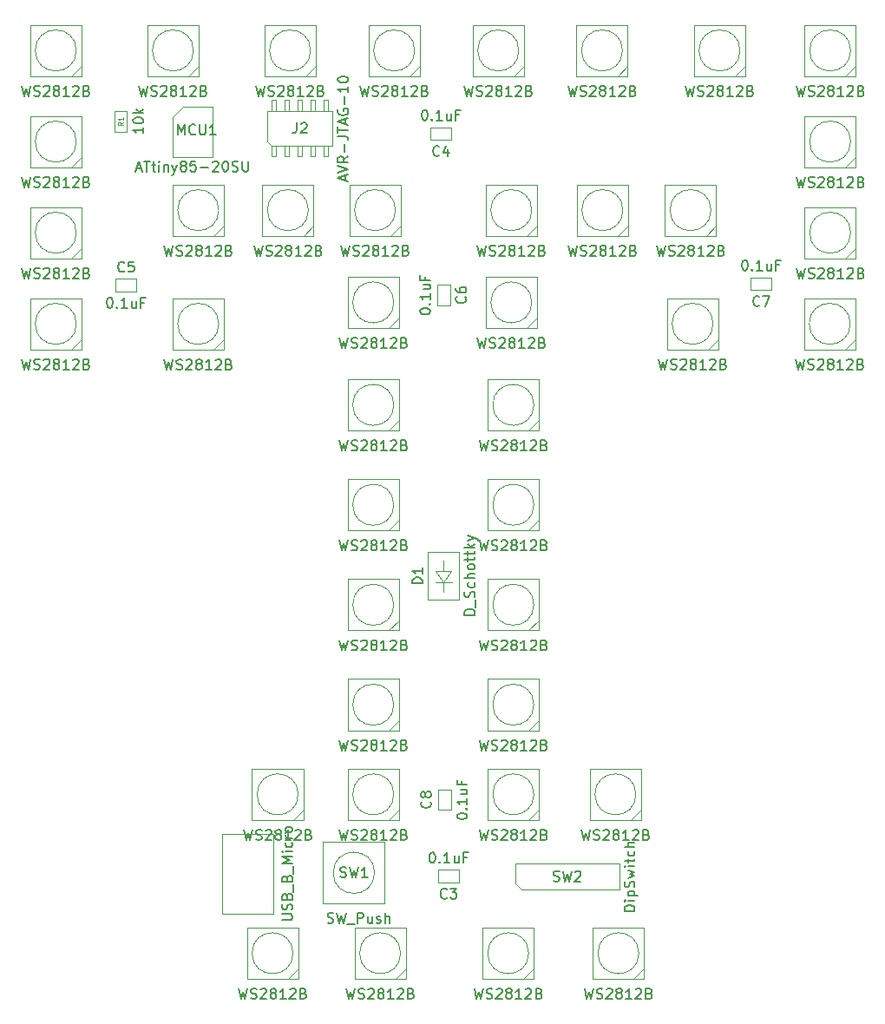
<source format=gbr>
G04 #@! TF.GenerationSoftware,KiCad,Pcbnew,(5.0.0)*
G04 #@! TF.CreationDate,2020-03-01T18:17:59-05:00*
G04 #@! TF.ProjectId,WS2812B Tiny T,575332383132422054696E7920542E6B,rev?*
G04 #@! TF.SameCoordinates,Original*
G04 #@! TF.FileFunction,Other,Fab,Top*
%FSLAX46Y46*%
G04 Gerber Fmt 4.6, Leading zero omitted, Abs format (unit mm)*
G04 Created by KiCad (PCBNEW (5.0.0)) date 03/01/20 18:17:59*
%MOMM*%
%LPD*%
G01*
G04 APERTURE LIST*
%ADD10C,0.100000*%
%ADD11C,0.150000*%
%ADD12C,0.075000*%
G04 APERTURE END LIST*
D10*
G04 #@! TO.C,U1*
X91662000Y-87312500D02*
G75*
G03X91662000Y-87312500I-2000000J0D01*
G01*
X92162000Y-84812500D02*
X87162000Y-84812500D01*
X92162000Y-89812500D02*
X92162000Y-84812500D01*
X87162000Y-89812500D02*
X92162000Y-89812500D01*
X87162000Y-84812500D02*
X87162000Y-89812500D01*
X92162000Y-88812500D02*
X91162000Y-89812500D01*
G04 #@! TO.C,U2*
X92162000Y-79922500D02*
X91162000Y-80922500D01*
X87162000Y-75922500D02*
X87162000Y-80922500D01*
X87162000Y-80922500D02*
X92162000Y-80922500D01*
X92162000Y-80922500D02*
X92162000Y-75922500D01*
X92162000Y-75922500D02*
X87162000Y-75922500D01*
X91662000Y-78422500D02*
G75*
G03X91662000Y-78422500I-2000000J0D01*
G01*
G04 #@! TO.C,U3*
X91662000Y-69532500D02*
G75*
G03X91662000Y-69532500I-2000000J0D01*
G01*
X92162000Y-67032500D02*
X87162000Y-67032500D01*
X92162000Y-72032500D02*
X92162000Y-67032500D01*
X87162000Y-72032500D02*
X92162000Y-72032500D01*
X87162000Y-67032500D02*
X87162000Y-72032500D01*
X92162000Y-71032500D02*
X91162000Y-72032500D01*
G04 #@! TO.C,U4*
X92162000Y-62142500D02*
X91162000Y-63142500D01*
X87162000Y-58142500D02*
X87162000Y-63142500D01*
X87162000Y-63142500D02*
X92162000Y-63142500D01*
X92162000Y-63142500D02*
X92162000Y-58142500D01*
X92162000Y-58142500D02*
X87162000Y-58142500D01*
X91662000Y-60642500D02*
G75*
G03X91662000Y-60642500I-2000000J0D01*
G01*
G04 #@! TO.C,U5*
X103092000Y-60642500D02*
G75*
G03X103092000Y-60642500I-2000000J0D01*
G01*
X103592000Y-58142500D02*
X98592000Y-58142500D01*
X103592000Y-63142500D02*
X103592000Y-58142500D01*
X98592000Y-63142500D02*
X103592000Y-63142500D01*
X98592000Y-58142500D02*
X98592000Y-63142500D01*
X103592000Y-62142500D02*
X102592000Y-63142500D01*
G04 #@! TO.C,U6*
X115022000Y-62142500D02*
X114022000Y-63142500D01*
X110022000Y-58142500D02*
X110022000Y-63142500D01*
X110022000Y-63142500D02*
X115022000Y-63142500D01*
X115022000Y-63142500D02*
X115022000Y-58142500D01*
X115022000Y-58142500D02*
X110022000Y-58142500D01*
X114522000Y-60642500D02*
G75*
G03X114522000Y-60642500I-2000000J0D01*
G01*
G04 #@! TO.C,U7*
X124682000Y-60642500D02*
G75*
G03X124682000Y-60642500I-2000000J0D01*
G01*
X125182000Y-58142500D02*
X120182000Y-58142500D01*
X125182000Y-63142500D02*
X125182000Y-58142500D01*
X120182000Y-63142500D02*
X125182000Y-63142500D01*
X120182000Y-58142500D02*
X120182000Y-63142500D01*
X125182000Y-62142500D02*
X124182000Y-63142500D01*
G04 #@! TO.C,U8*
X135342000Y-62142500D02*
X134342000Y-63142500D01*
X130342000Y-58142500D02*
X130342000Y-63142500D01*
X130342000Y-63142500D02*
X135342000Y-63142500D01*
X135342000Y-63142500D02*
X135342000Y-58142500D01*
X135342000Y-58142500D02*
X130342000Y-58142500D01*
X134842000Y-60642500D02*
G75*
G03X134842000Y-60642500I-2000000J0D01*
G01*
G04 #@! TO.C,U9*
X144962000Y-60642500D02*
G75*
G03X144962000Y-60642500I-2000000J0D01*
G01*
X145462000Y-58142500D02*
X140462000Y-58142500D01*
X145462000Y-63142500D02*
X145462000Y-58142500D01*
X140462000Y-63142500D02*
X145462000Y-63142500D01*
X140462000Y-58142500D02*
X140462000Y-63142500D01*
X145462000Y-62142500D02*
X144462000Y-63142500D01*
G04 #@! TO.C,U10*
X156932000Y-62142500D02*
X155932000Y-63142500D01*
X151932000Y-58142500D02*
X151932000Y-63142500D01*
X151932000Y-63142500D02*
X156932000Y-63142500D01*
X156932000Y-63142500D02*
X156932000Y-58142500D01*
X156932000Y-58142500D02*
X151932000Y-58142500D01*
X156432000Y-60642500D02*
G75*
G03X156432000Y-60642500I-2000000J0D01*
G01*
G04 #@! TO.C,U11*
X167227000Y-60642500D02*
G75*
G03X167227000Y-60642500I-2000000J0D01*
G01*
X167727000Y-58142500D02*
X162727000Y-58142500D01*
X167727000Y-63142500D02*
X167727000Y-58142500D01*
X162727000Y-63142500D02*
X167727000Y-63142500D01*
X162727000Y-58142500D02*
X162727000Y-63142500D01*
X167727000Y-62142500D02*
X166727000Y-63142500D01*
G04 #@! TO.C,U12*
X167727000Y-71032500D02*
X166727000Y-72032500D01*
X162727000Y-67032500D02*
X162727000Y-72032500D01*
X162727000Y-72032500D02*
X167727000Y-72032500D01*
X167727000Y-72032500D02*
X167727000Y-67032500D01*
X167727000Y-67032500D02*
X162727000Y-67032500D01*
X167227000Y-69532500D02*
G75*
G03X167227000Y-69532500I-2000000J0D01*
G01*
G04 #@! TO.C,U13*
X167227000Y-78422500D02*
G75*
G03X167227000Y-78422500I-2000000J0D01*
G01*
X167727000Y-75922500D02*
X162727000Y-75922500D01*
X167727000Y-80922500D02*
X167727000Y-75922500D01*
X162727000Y-80922500D02*
X167727000Y-80922500D01*
X162727000Y-75922500D02*
X162727000Y-80922500D01*
X167727000Y-79922500D02*
X166727000Y-80922500D01*
G04 #@! TO.C,U15*
X154301000Y-88812500D02*
X153301000Y-89812500D01*
X149301000Y-84812500D02*
X149301000Y-89812500D01*
X149301000Y-89812500D02*
X154301000Y-89812500D01*
X154301000Y-89812500D02*
X154301000Y-84812500D01*
X154301000Y-84812500D02*
X149301000Y-84812500D01*
X153801000Y-87312500D02*
G75*
G03X153801000Y-87312500I-2000000J0D01*
G01*
G04 #@! TO.C,U16*
X153598000Y-76222500D02*
G75*
G03X153598000Y-76222500I-2000000J0D01*
G01*
X154098000Y-73722500D02*
X149098000Y-73722500D01*
X154098000Y-78722500D02*
X154098000Y-73722500D01*
X149098000Y-78722500D02*
X154098000Y-78722500D01*
X149098000Y-73722500D02*
X149098000Y-78722500D01*
X154098000Y-77722500D02*
X153098000Y-78722500D01*
G04 #@! TO.C,U17*
X145502000Y-77722500D02*
X144502000Y-78722500D01*
X140502000Y-73722500D02*
X140502000Y-78722500D01*
X140502000Y-78722500D02*
X145502000Y-78722500D01*
X145502000Y-78722500D02*
X145502000Y-73722500D01*
X145502000Y-73722500D02*
X140502000Y-73722500D01*
X145002000Y-76222500D02*
G75*
G03X145002000Y-76222500I-2000000J0D01*
G01*
G04 #@! TO.C,U18*
X136112000Y-76222500D02*
G75*
G03X136112000Y-76222500I-2000000J0D01*
G01*
X136612000Y-73722500D02*
X131612000Y-73722500D01*
X136612000Y-78722500D02*
X136612000Y-73722500D01*
X131612000Y-78722500D02*
X136612000Y-78722500D01*
X131612000Y-73722500D02*
X131612000Y-78722500D01*
X136612000Y-77722500D02*
X135612000Y-78722500D01*
G04 #@! TO.C,U19*
X136612000Y-86722500D02*
X135612000Y-87722500D01*
X131612000Y-82722500D02*
X131612000Y-87722500D01*
X131612000Y-87722500D02*
X136612000Y-87722500D01*
X136612000Y-87722500D02*
X136612000Y-82722500D01*
X136612000Y-82722500D02*
X131612000Y-82722500D01*
X136112000Y-85222500D02*
G75*
G03X136112000Y-85222500I-2000000J0D01*
G01*
G04 #@! TO.C,U20*
X136312000Y-95222500D02*
G75*
G03X136312000Y-95222500I-2000000J0D01*
G01*
X136812000Y-92722500D02*
X131812000Y-92722500D01*
X136812000Y-97722500D02*
X136812000Y-92722500D01*
X131812000Y-97722500D02*
X136812000Y-97722500D01*
X131812000Y-92722500D02*
X131812000Y-97722500D01*
X136812000Y-96722500D02*
X135812000Y-97722500D01*
G04 #@! TO.C,U21*
X136312000Y-104972000D02*
G75*
G03X136312000Y-104972000I-2000000J0D01*
G01*
X136812000Y-102472000D02*
X131812000Y-102472000D01*
X136812000Y-107472000D02*
X136812000Y-102472000D01*
X131812000Y-107472000D02*
X136812000Y-107472000D01*
X131812000Y-102472000D02*
X131812000Y-107472000D01*
X136812000Y-106472000D02*
X135812000Y-107472000D01*
G04 #@! TO.C,U22*
X136812000Y-116222000D02*
X135812000Y-117222000D01*
X131812000Y-112222000D02*
X131812000Y-117222000D01*
X131812000Y-117222000D02*
X136812000Y-117222000D01*
X136812000Y-117222000D02*
X136812000Y-112222000D01*
X136812000Y-112222000D02*
X131812000Y-112222000D01*
X136312000Y-114722000D02*
G75*
G03X136312000Y-114722000I-2000000J0D01*
G01*
G04 #@! TO.C,U23*
X136312000Y-124472000D02*
G75*
G03X136312000Y-124472000I-2000000J0D01*
G01*
X136812000Y-121972000D02*
X131812000Y-121972000D01*
X136812000Y-126972000D02*
X136812000Y-121972000D01*
X131812000Y-126972000D02*
X136812000Y-126972000D01*
X131812000Y-121972000D02*
X131812000Y-126972000D01*
X136812000Y-125972000D02*
X135812000Y-126972000D01*
G04 #@! TO.C,U24*
X136812000Y-134722000D02*
X135812000Y-135722000D01*
X131812000Y-130722000D02*
X131812000Y-135722000D01*
X131812000Y-135722000D02*
X136812000Y-135722000D01*
X136812000Y-135722000D02*
X136812000Y-130722000D01*
X136812000Y-130722000D02*
X131812000Y-130722000D01*
X136312000Y-133222000D02*
G75*
G03X136312000Y-133222000I-2000000J0D01*
G01*
G04 #@! TO.C,U25*
X146272000Y-133222000D02*
G75*
G03X146272000Y-133222000I-2000000J0D01*
G01*
X146772000Y-130722000D02*
X141772000Y-130722000D01*
X146772000Y-135722000D02*
X146772000Y-130722000D01*
X141772000Y-135722000D02*
X146772000Y-135722000D01*
X141772000Y-130722000D02*
X141772000Y-135722000D01*
X146772000Y-134722000D02*
X145772000Y-135722000D01*
G04 #@! TO.C,U26*
X147062000Y-150222000D02*
X146062000Y-151222000D01*
X142062000Y-146222000D02*
X142062000Y-151222000D01*
X142062000Y-151222000D02*
X147062000Y-151222000D01*
X147062000Y-151222000D02*
X147062000Y-146222000D01*
X147062000Y-146222000D02*
X142062000Y-146222000D01*
X146562000Y-148722000D02*
G75*
G03X146562000Y-148722000I-2000000J0D01*
G01*
G04 #@! TO.C,U27*
X135812000Y-148722000D02*
G75*
G03X135812000Y-148722000I-2000000J0D01*
G01*
X136312000Y-146222000D02*
X131312000Y-146222000D01*
X136312000Y-151222000D02*
X136312000Y-146222000D01*
X131312000Y-151222000D02*
X136312000Y-151222000D01*
X131312000Y-146222000D02*
X131312000Y-151222000D01*
X136312000Y-150222000D02*
X135312000Y-151222000D01*
G04 #@! TO.C,U28*
X123812000Y-150222000D02*
X122812000Y-151222000D01*
X118812000Y-146222000D02*
X118812000Y-151222000D01*
X118812000Y-151222000D02*
X123812000Y-151222000D01*
X123812000Y-151222000D02*
X123812000Y-146222000D01*
X123812000Y-146222000D02*
X118812000Y-146222000D01*
X123312000Y-148722000D02*
G75*
G03X123312000Y-148722000I-2000000J0D01*
G01*
G04 #@! TO.C,U29*
X112812000Y-148722000D02*
G75*
G03X112812000Y-148722000I-2000000J0D01*
G01*
X113312000Y-146222000D02*
X108312000Y-146222000D01*
X113312000Y-151222000D02*
X113312000Y-146222000D01*
X108312000Y-151222000D02*
X113312000Y-151222000D01*
X108312000Y-146222000D02*
X108312000Y-151222000D01*
X113312000Y-150222000D02*
X112312000Y-151222000D01*
G04 #@! TO.C,U30*
X113812000Y-134722000D02*
X112812000Y-135722000D01*
X108812000Y-130722000D02*
X108812000Y-135722000D01*
X108812000Y-135722000D02*
X113812000Y-135722000D01*
X113812000Y-135722000D02*
X113812000Y-130722000D01*
X113812000Y-130722000D02*
X108812000Y-130722000D01*
X113312000Y-133222000D02*
G75*
G03X113312000Y-133222000I-2000000J0D01*
G01*
G04 #@! TO.C,U31*
X122642000Y-133222000D02*
G75*
G03X122642000Y-133222000I-2000000J0D01*
G01*
X123142000Y-130722000D02*
X118142000Y-130722000D01*
X123142000Y-135722000D02*
X123142000Y-130722000D01*
X118142000Y-135722000D02*
X123142000Y-135722000D01*
X118142000Y-130722000D02*
X118142000Y-135722000D01*
X123142000Y-134722000D02*
X122142000Y-135722000D01*
G04 #@! TO.C,U32*
X123142000Y-125972000D02*
X122142000Y-126972000D01*
X118142000Y-121972000D02*
X118142000Y-126972000D01*
X118142000Y-126972000D02*
X123142000Y-126972000D01*
X123142000Y-126972000D02*
X123142000Y-121972000D01*
X123142000Y-121972000D02*
X118142000Y-121972000D01*
X122642000Y-124472000D02*
G75*
G03X122642000Y-124472000I-2000000J0D01*
G01*
G04 #@! TO.C,U33*
X122642000Y-114722000D02*
G75*
G03X122642000Y-114722000I-2000000J0D01*
G01*
X123142000Y-112222000D02*
X118142000Y-112222000D01*
X123142000Y-117222000D02*
X123142000Y-112222000D01*
X118142000Y-117222000D02*
X123142000Y-117222000D01*
X118142000Y-112222000D02*
X118142000Y-117222000D01*
X123142000Y-116222000D02*
X122142000Y-117222000D01*
G04 #@! TO.C,U34*
X123142000Y-106472000D02*
X122142000Y-107472000D01*
X118142000Y-102472000D02*
X118142000Y-107472000D01*
X118142000Y-107472000D02*
X123142000Y-107472000D01*
X123142000Y-107472000D02*
X123142000Y-102472000D01*
X123142000Y-102472000D02*
X118142000Y-102472000D01*
X122642000Y-104972000D02*
G75*
G03X122642000Y-104972000I-2000000J0D01*
G01*
G04 #@! TO.C,U35*
X122642000Y-95222500D02*
G75*
G03X122642000Y-95222500I-2000000J0D01*
G01*
X123142000Y-92722500D02*
X118142000Y-92722500D01*
X123142000Y-97722500D02*
X123142000Y-92722500D01*
X118142000Y-97722500D02*
X123142000Y-97722500D01*
X118142000Y-92722500D02*
X118142000Y-97722500D01*
X123142000Y-96722500D02*
X122142000Y-97722500D01*
G04 #@! TO.C,U36*
X123142000Y-86722500D02*
X122142000Y-87722500D01*
X118142000Y-82722500D02*
X118142000Y-87722500D01*
X118142000Y-87722500D02*
X123142000Y-87722500D01*
X123142000Y-87722500D02*
X123142000Y-82722500D01*
X123142000Y-82722500D02*
X118142000Y-82722500D01*
X122642000Y-85222500D02*
G75*
G03X122642000Y-85222500I-2000000J0D01*
G01*
G04 #@! TO.C,U37*
X122812000Y-76222500D02*
G75*
G03X122812000Y-76222500I-2000000J0D01*
G01*
X123312000Y-73722500D02*
X118312000Y-73722500D01*
X123312000Y-78722500D02*
X123312000Y-73722500D01*
X118312000Y-78722500D02*
X123312000Y-78722500D01*
X118312000Y-73722500D02*
X118312000Y-78722500D01*
X123312000Y-77722500D02*
X122312000Y-78722500D01*
G04 #@! TO.C,U38*
X114812000Y-77722500D02*
X113812000Y-78722500D01*
X109812000Y-73722500D02*
X109812000Y-78722500D01*
X109812000Y-78722500D02*
X114812000Y-78722500D01*
X114812000Y-78722500D02*
X114812000Y-73722500D01*
X114812000Y-73722500D02*
X109812000Y-73722500D01*
X114312000Y-76222500D02*
G75*
G03X114312000Y-76222500I-2000000J0D01*
G01*
G04 #@! TO.C,U39*
X105562000Y-76222500D02*
G75*
G03X105562000Y-76222500I-2000000J0D01*
G01*
X106062000Y-73722500D02*
X101062000Y-73722500D01*
X106062000Y-78722500D02*
X106062000Y-73722500D01*
X101062000Y-78722500D02*
X106062000Y-78722500D01*
X101062000Y-73722500D02*
X101062000Y-78722500D01*
X106062000Y-77722500D02*
X105062000Y-78722500D01*
G04 #@! TO.C,U14*
X167187000Y-87312500D02*
G75*
G03X167187000Y-87312500I-2000000J0D01*
G01*
X167687000Y-84812500D02*
X162687000Y-84812500D01*
X167687000Y-89812500D02*
X167687000Y-84812500D01*
X162687000Y-89812500D02*
X167687000Y-89812500D01*
X162687000Y-84812500D02*
X162687000Y-89812500D01*
X167687000Y-88812500D02*
X166687000Y-89812500D01*
G04 #@! TO.C,C3*
X129000000Y-141820000D02*
X127000000Y-141820000D01*
X127000000Y-141820000D02*
X127000000Y-140580000D01*
X127000000Y-140580000D02*
X129000000Y-140580000D01*
X129000000Y-140580000D02*
X129000000Y-141820000D01*
G04 #@! TO.C,C4*
X128250000Y-68130000D02*
X128250000Y-69370000D01*
X126250000Y-68130000D02*
X128250000Y-68130000D01*
X126250000Y-69370000D02*
X126250000Y-68130000D01*
X128250000Y-69370000D02*
X126250000Y-69370000D01*
G04 #@! TO.C,C5*
X95520000Y-82933300D02*
X97520000Y-82933300D01*
X97520000Y-82933300D02*
X97520000Y-84173300D01*
X97520000Y-84173300D02*
X95520000Y-84173300D01*
X95520000Y-84173300D02*
X95520000Y-82933300D01*
G04 #@! TO.C,C6*
X126880000Y-83500000D02*
X128120000Y-83500000D01*
X126880000Y-85500000D02*
X126880000Y-83500000D01*
X128120000Y-85500000D02*
X126880000Y-85500000D01*
X128120000Y-83500000D02*
X128120000Y-85500000D01*
G04 #@! TO.C,C7*
X159496000Y-84020900D02*
X157496000Y-84020900D01*
X157496000Y-84020900D02*
X157496000Y-82780900D01*
X157496000Y-82780900D02*
X159496000Y-82780900D01*
X159496000Y-82780900D02*
X159496000Y-84020900D01*
G04 #@! TO.C,C8*
X128220000Y-134750000D02*
X126980000Y-134750000D01*
X128220000Y-132750000D02*
X128220000Y-134750000D01*
X126980000Y-132750000D02*
X128220000Y-132750000D01*
X126980000Y-134750000D02*
X126980000Y-132750000D01*
G04 #@! TO.C,U40*
X105562000Y-87322500D02*
G75*
G03X105562000Y-87322500I-2000000J0D01*
G01*
X106062000Y-84822500D02*
X101062000Y-84822500D01*
X106062000Y-89822500D02*
X106062000Y-84822500D01*
X101062000Y-89822500D02*
X106062000Y-89822500D01*
X101062000Y-84822500D02*
X101062000Y-89822500D01*
X106062000Y-88822500D02*
X105062000Y-89822500D01*
G04 #@! TO.C,SW1*
X120765564Y-140872000D02*
G75*
G03X120765564Y-140872000I-2015564J0D01*
G01*
X115750000Y-137872000D02*
X118750000Y-137872000D01*
X115750000Y-143872000D02*
X115750000Y-137872000D01*
X121750000Y-143872000D02*
X115750000Y-143872000D01*
X121750000Y-137872000D02*
X121750000Y-143872000D01*
X118750000Y-137872000D02*
X121750000Y-137872000D01*
G04 #@! TO.C,R1*
X95380000Y-68550000D02*
X95380000Y-66550000D01*
X95380000Y-66550000D02*
X96620000Y-66550000D01*
X96620000Y-66550000D02*
X96620000Y-68550000D01*
X96620000Y-68550000D02*
X95380000Y-68550000D01*
G04 #@! TO.C,MCU1*
X102050000Y-66150000D02*
X104950000Y-66150000D01*
X104950000Y-66150000D02*
X104950000Y-71050000D01*
X104950000Y-71050000D02*
X101050000Y-71050000D01*
X101050000Y-71050000D02*
X101050000Y-67150000D01*
X101050000Y-67150000D02*
X102050000Y-66150000D01*
G04 #@! TO.C,USB1*
X105870000Y-137062000D02*
X105870000Y-144862000D01*
X110870000Y-144862000D02*
X105870000Y-144862000D01*
X110870000Y-137062000D02*
X105870000Y-137062000D01*
X110870000Y-137062000D02*
X110870000Y-144862000D01*
G04 #@! TO.C,D1*
X127501020Y-112549440D02*
X126700920Y-111398820D01*
X127501020Y-112549440D02*
X128250320Y-111398820D01*
X128250320Y-111398820D02*
X126700920Y-111398820D01*
X126700920Y-112549440D02*
X128301120Y-112549440D01*
X127501020Y-111398820D02*
X127501020Y-110400600D01*
X127501020Y-112549440D02*
X127501020Y-113451140D01*
X126000000Y-109600000D02*
X126000000Y-114200000D01*
X126000000Y-109600000D02*
X129000000Y-109600000D01*
X129000000Y-114200000D02*
X126000000Y-114200000D01*
X129000000Y-109600000D02*
X129000000Y-114200000D01*
G04 #@! TO.C,J2*
X116240000Y-65500000D02*
X116240000Y-66545000D01*
X115840000Y-65500000D02*
X116240000Y-65500000D01*
X115840000Y-66545000D02*
X115840000Y-65500000D01*
X116240000Y-71000000D02*
X116240000Y-69955000D01*
X115840000Y-71000000D02*
X116240000Y-71000000D01*
X115840000Y-69955000D02*
X115840000Y-71000000D01*
X114970000Y-65500000D02*
X114970000Y-66545000D01*
X114570000Y-65500000D02*
X114970000Y-65500000D01*
X114570000Y-66545000D02*
X114570000Y-65500000D01*
X114970000Y-71000000D02*
X114970000Y-69955000D01*
X114570000Y-71000000D02*
X114970000Y-71000000D01*
X114570000Y-69955000D02*
X114570000Y-71000000D01*
X113700000Y-65500000D02*
X113700000Y-66545000D01*
X113300000Y-65500000D02*
X113700000Y-65500000D01*
X113300000Y-66545000D02*
X113300000Y-65500000D01*
X113700000Y-71000000D02*
X113700000Y-69955000D01*
X113300000Y-71000000D02*
X113700000Y-71000000D01*
X113300000Y-69955000D02*
X113300000Y-71000000D01*
X112430000Y-65500000D02*
X112430000Y-66545000D01*
X112030000Y-65500000D02*
X112430000Y-65500000D01*
X112030000Y-66545000D02*
X112030000Y-65500000D01*
X112430000Y-71000000D02*
X112430000Y-69955000D01*
X112030000Y-71000000D02*
X112430000Y-71000000D01*
X112030000Y-69955000D02*
X112030000Y-71000000D01*
X111160000Y-65500000D02*
X111160000Y-66545000D01*
X110760000Y-65500000D02*
X111160000Y-65500000D01*
X110760000Y-66545000D02*
X110760000Y-65500000D01*
X111160000Y-71000000D02*
X111160000Y-69955000D01*
X110760000Y-71000000D02*
X111160000Y-71000000D01*
X110760000Y-69955000D02*
X110760000Y-71000000D01*
X110325000Y-66545000D02*
X116675000Y-66545000D01*
X110760000Y-69955000D02*
X110325000Y-69520000D01*
X116675000Y-69955000D02*
X110760000Y-69955000D01*
X110325000Y-69520000D02*
X110325000Y-66545000D01*
X116675000Y-66545000D02*
X116675000Y-69955000D01*
G04 #@! TO.C,SW2*
X135115000Y-142520000D02*
X134480000Y-141885000D01*
X144640000Y-142520000D02*
X135115000Y-142520000D01*
X144640000Y-139980000D02*
X144640000Y-142520000D01*
X134480000Y-139980000D02*
X144640000Y-139980000D01*
X134480000Y-141885000D02*
X134480000Y-139980000D01*
G04 #@! TD*
G04 #@! TO.C,U1*
D11*
X86352476Y-90764880D02*
X86590571Y-91764880D01*
X86781047Y-91050595D01*
X86971523Y-91764880D01*
X87209619Y-90764880D01*
X87542952Y-91717261D02*
X87685809Y-91764880D01*
X87923904Y-91764880D01*
X88019142Y-91717261D01*
X88066761Y-91669642D01*
X88114380Y-91574404D01*
X88114380Y-91479166D01*
X88066761Y-91383928D01*
X88019142Y-91336309D01*
X87923904Y-91288690D01*
X87733428Y-91241071D01*
X87638190Y-91193452D01*
X87590571Y-91145833D01*
X87542952Y-91050595D01*
X87542952Y-90955357D01*
X87590571Y-90860119D01*
X87638190Y-90812500D01*
X87733428Y-90764880D01*
X87971523Y-90764880D01*
X88114380Y-90812500D01*
X88495333Y-90860119D02*
X88542952Y-90812500D01*
X88638190Y-90764880D01*
X88876285Y-90764880D01*
X88971523Y-90812500D01*
X89019142Y-90860119D01*
X89066761Y-90955357D01*
X89066761Y-91050595D01*
X89019142Y-91193452D01*
X88447714Y-91764880D01*
X89066761Y-91764880D01*
X89638190Y-91193452D02*
X89542952Y-91145833D01*
X89495333Y-91098214D01*
X89447714Y-91002976D01*
X89447714Y-90955357D01*
X89495333Y-90860119D01*
X89542952Y-90812500D01*
X89638190Y-90764880D01*
X89828666Y-90764880D01*
X89923904Y-90812500D01*
X89971523Y-90860119D01*
X90019142Y-90955357D01*
X90019142Y-91002976D01*
X89971523Y-91098214D01*
X89923904Y-91145833D01*
X89828666Y-91193452D01*
X89638190Y-91193452D01*
X89542952Y-91241071D01*
X89495333Y-91288690D01*
X89447714Y-91383928D01*
X89447714Y-91574404D01*
X89495333Y-91669642D01*
X89542952Y-91717261D01*
X89638190Y-91764880D01*
X89828666Y-91764880D01*
X89923904Y-91717261D01*
X89971523Y-91669642D01*
X90019142Y-91574404D01*
X90019142Y-91383928D01*
X89971523Y-91288690D01*
X89923904Y-91241071D01*
X89828666Y-91193452D01*
X90971523Y-91764880D02*
X90400095Y-91764880D01*
X90685809Y-91764880D02*
X90685809Y-90764880D01*
X90590571Y-90907738D01*
X90495333Y-91002976D01*
X90400095Y-91050595D01*
X91352476Y-90860119D02*
X91400095Y-90812500D01*
X91495333Y-90764880D01*
X91733428Y-90764880D01*
X91828666Y-90812500D01*
X91876285Y-90860119D01*
X91923904Y-90955357D01*
X91923904Y-91050595D01*
X91876285Y-91193452D01*
X91304857Y-91764880D01*
X91923904Y-91764880D01*
X92685809Y-91241071D02*
X92828666Y-91288690D01*
X92876285Y-91336309D01*
X92923904Y-91431547D01*
X92923904Y-91574404D01*
X92876285Y-91669642D01*
X92828666Y-91717261D01*
X92733428Y-91764880D01*
X92352476Y-91764880D01*
X92352476Y-90764880D01*
X92685809Y-90764880D01*
X92781047Y-90812500D01*
X92828666Y-90860119D01*
X92876285Y-90955357D01*
X92876285Y-91050595D01*
X92828666Y-91145833D01*
X92781047Y-91193452D01*
X92685809Y-91241071D01*
X92352476Y-91241071D01*
G04 #@! TO.C,U2*
X86352476Y-81874880D02*
X86590571Y-82874880D01*
X86781047Y-82160595D01*
X86971523Y-82874880D01*
X87209619Y-81874880D01*
X87542952Y-82827261D02*
X87685809Y-82874880D01*
X87923904Y-82874880D01*
X88019142Y-82827261D01*
X88066761Y-82779642D01*
X88114380Y-82684404D01*
X88114380Y-82589166D01*
X88066761Y-82493928D01*
X88019142Y-82446309D01*
X87923904Y-82398690D01*
X87733428Y-82351071D01*
X87638190Y-82303452D01*
X87590571Y-82255833D01*
X87542952Y-82160595D01*
X87542952Y-82065357D01*
X87590571Y-81970119D01*
X87638190Y-81922500D01*
X87733428Y-81874880D01*
X87971523Y-81874880D01*
X88114380Y-81922500D01*
X88495333Y-81970119D02*
X88542952Y-81922500D01*
X88638190Y-81874880D01*
X88876285Y-81874880D01*
X88971523Y-81922500D01*
X89019142Y-81970119D01*
X89066761Y-82065357D01*
X89066761Y-82160595D01*
X89019142Y-82303452D01*
X88447714Y-82874880D01*
X89066761Y-82874880D01*
X89638190Y-82303452D02*
X89542952Y-82255833D01*
X89495333Y-82208214D01*
X89447714Y-82112976D01*
X89447714Y-82065357D01*
X89495333Y-81970119D01*
X89542952Y-81922500D01*
X89638190Y-81874880D01*
X89828666Y-81874880D01*
X89923904Y-81922500D01*
X89971523Y-81970119D01*
X90019142Y-82065357D01*
X90019142Y-82112976D01*
X89971523Y-82208214D01*
X89923904Y-82255833D01*
X89828666Y-82303452D01*
X89638190Y-82303452D01*
X89542952Y-82351071D01*
X89495333Y-82398690D01*
X89447714Y-82493928D01*
X89447714Y-82684404D01*
X89495333Y-82779642D01*
X89542952Y-82827261D01*
X89638190Y-82874880D01*
X89828666Y-82874880D01*
X89923904Y-82827261D01*
X89971523Y-82779642D01*
X90019142Y-82684404D01*
X90019142Y-82493928D01*
X89971523Y-82398690D01*
X89923904Y-82351071D01*
X89828666Y-82303452D01*
X90971523Y-82874880D02*
X90400095Y-82874880D01*
X90685809Y-82874880D02*
X90685809Y-81874880D01*
X90590571Y-82017738D01*
X90495333Y-82112976D01*
X90400095Y-82160595D01*
X91352476Y-81970119D02*
X91400095Y-81922500D01*
X91495333Y-81874880D01*
X91733428Y-81874880D01*
X91828666Y-81922500D01*
X91876285Y-81970119D01*
X91923904Y-82065357D01*
X91923904Y-82160595D01*
X91876285Y-82303452D01*
X91304857Y-82874880D01*
X91923904Y-82874880D01*
X92685809Y-82351071D02*
X92828666Y-82398690D01*
X92876285Y-82446309D01*
X92923904Y-82541547D01*
X92923904Y-82684404D01*
X92876285Y-82779642D01*
X92828666Y-82827261D01*
X92733428Y-82874880D01*
X92352476Y-82874880D01*
X92352476Y-81874880D01*
X92685809Y-81874880D01*
X92781047Y-81922500D01*
X92828666Y-81970119D01*
X92876285Y-82065357D01*
X92876285Y-82160595D01*
X92828666Y-82255833D01*
X92781047Y-82303452D01*
X92685809Y-82351071D01*
X92352476Y-82351071D01*
G04 #@! TO.C,U3*
X86352476Y-72984880D02*
X86590571Y-73984880D01*
X86781047Y-73270595D01*
X86971523Y-73984880D01*
X87209619Y-72984880D01*
X87542952Y-73937261D02*
X87685809Y-73984880D01*
X87923904Y-73984880D01*
X88019142Y-73937261D01*
X88066761Y-73889642D01*
X88114380Y-73794404D01*
X88114380Y-73699166D01*
X88066761Y-73603928D01*
X88019142Y-73556309D01*
X87923904Y-73508690D01*
X87733428Y-73461071D01*
X87638190Y-73413452D01*
X87590571Y-73365833D01*
X87542952Y-73270595D01*
X87542952Y-73175357D01*
X87590571Y-73080119D01*
X87638190Y-73032500D01*
X87733428Y-72984880D01*
X87971523Y-72984880D01*
X88114380Y-73032500D01*
X88495333Y-73080119D02*
X88542952Y-73032500D01*
X88638190Y-72984880D01*
X88876285Y-72984880D01*
X88971523Y-73032500D01*
X89019142Y-73080119D01*
X89066761Y-73175357D01*
X89066761Y-73270595D01*
X89019142Y-73413452D01*
X88447714Y-73984880D01*
X89066761Y-73984880D01*
X89638190Y-73413452D02*
X89542952Y-73365833D01*
X89495333Y-73318214D01*
X89447714Y-73222976D01*
X89447714Y-73175357D01*
X89495333Y-73080119D01*
X89542952Y-73032500D01*
X89638190Y-72984880D01*
X89828666Y-72984880D01*
X89923904Y-73032500D01*
X89971523Y-73080119D01*
X90019142Y-73175357D01*
X90019142Y-73222976D01*
X89971523Y-73318214D01*
X89923904Y-73365833D01*
X89828666Y-73413452D01*
X89638190Y-73413452D01*
X89542952Y-73461071D01*
X89495333Y-73508690D01*
X89447714Y-73603928D01*
X89447714Y-73794404D01*
X89495333Y-73889642D01*
X89542952Y-73937261D01*
X89638190Y-73984880D01*
X89828666Y-73984880D01*
X89923904Y-73937261D01*
X89971523Y-73889642D01*
X90019142Y-73794404D01*
X90019142Y-73603928D01*
X89971523Y-73508690D01*
X89923904Y-73461071D01*
X89828666Y-73413452D01*
X90971523Y-73984880D02*
X90400095Y-73984880D01*
X90685809Y-73984880D02*
X90685809Y-72984880D01*
X90590571Y-73127738D01*
X90495333Y-73222976D01*
X90400095Y-73270595D01*
X91352476Y-73080119D02*
X91400095Y-73032500D01*
X91495333Y-72984880D01*
X91733428Y-72984880D01*
X91828666Y-73032500D01*
X91876285Y-73080119D01*
X91923904Y-73175357D01*
X91923904Y-73270595D01*
X91876285Y-73413452D01*
X91304857Y-73984880D01*
X91923904Y-73984880D01*
X92685809Y-73461071D02*
X92828666Y-73508690D01*
X92876285Y-73556309D01*
X92923904Y-73651547D01*
X92923904Y-73794404D01*
X92876285Y-73889642D01*
X92828666Y-73937261D01*
X92733428Y-73984880D01*
X92352476Y-73984880D01*
X92352476Y-72984880D01*
X92685809Y-72984880D01*
X92781047Y-73032500D01*
X92828666Y-73080119D01*
X92876285Y-73175357D01*
X92876285Y-73270595D01*
X92828666Y-73365833D01*
X92781047Y-73413452D01*
X92685809Y-73461071D01*
X92352476Y-73461071D01*
G04 #@! TO.C,U4*
X86352476Y-64094880D02*
X86590571Y-65094880D01*
X86781047Y-64380595D01*
X86971523Y-65094880D01*
X87209619Y-64094880D01*
X87542952Y-65047261D02*
X87685809Y-65094880D01*
X87923904Y-65094880D01*
X88019142Y-65047261D01*
X88066761Y-64999642D01*
X88114380Y-64904404D01*
X88114380Y-64809166D01*
X88066761Y-64713928D01*
X88019142Y-64666309D01*
X87923904Y-64618690D01*
X87733428Y-64571071D01*
X87638190Y-64523452D01*
X87590571Y-64475833D01*
X87542952Y-64380595D01*
X87542952Y-64285357D01*
X87590571Y-64190119D01*
X87638190Y-64142500D01*
X87733428Y-64094880D01*
X87971523Y-64094880D01*
X88114380Y-64142500D01*
X88495333Y-64190119D02*
X88542952Y-64142500D01*
X88638190Y-64094880D01*
X88876285Y-64094880D01*
X88971523Y-64142500D01*
X89019142Y-64190119D01*
X89066761Y-64285357D01*
X89066761Y-64380595D01*
X89019142Y-64523452D01*
X88447714Y-65094880D01*
X89066761Y-65094880D01*
X89638190Y-64523452D02*
X89542952Y-64475833D01*
X89495333Y-64428214D01*
X89447714Y-64332976D01*
X89447714Y-64285357D01*
X89495333Y-64190119D01*
X89542952Y-64142500D01*
X89638190Y-64094880D01*
X89828666Y-64094880D01*
X89923904Y-64142500D01*
X89971523Y-64190119D01*
X90019142Y-64285357D01*
X90019142Y-64332976D01*
X89971523Y-64428214D01*
X89923904Y-64475833D01*
X89828666Y-64523452D01*
X89638190Y-64523452D01*
X89542952Y-64571071D01*
X89495333Y-64618690D01*
X89447714Y-64713928D01*
X89447714Y-64904404D01*
X89495333Y-64999642D01*
X89542952Y-65047261D01*
X89638190Y-65094880D01*
X89828666Y-65094880D01*
X89923904Y-65047261D01*
X89971523Y-64999642D01*
X90019142Y-64904404D01*
X90019142Y-64713928D01*
X89971523Y-64618690D01*
X89923904Y-64571071D01*
X89828666Y-64523452D01*
X90971523Y-65094880D02*
X90400095Y-65094880D01*
X90685809Y-65094880D02*
X90685809Y-64094880D01*
X90590571Y-64237738D01*
X90495333Y-64332976D01*
X90400095Y-64380595D01*
X91352476Y-64190119D02*
X91400095Y-64142500D01*
X91495333Y-64094880D01*
X91733428Y-64094880D01*
X91828666Y-64142500D01*
X91876285Y-64190119D01*
X91923904Y-64285357D01*
X91923904Y-64380595D01*
X91876285Y-64523452D01*
X91304857Y-65094880D01*
X91923904Y-65094880D01*
X92685809Y-64571071D02*
X92828666Y-64618690D01*
X92876285Y-64666309D01*
X92923904Y-64761547D01*
X92923904Y-64904404D01*
X92876285Y-64999642D01*
X92828666Y-65047261D01*
X92733428Y-65094880D01*
X92352476Y-65094880D01*
X92352476Y-64094880D01*
X92685809Y-64094880D01*
X92781047Y-64142500D01*
X92828666Y-64190119D01*
X92876285Y-64285357D01*
X92876285Y-64380595D01*
X92828666Y-64475833D01*
X92781047Y-64523452D01*
X92685809Y-64571071D01*
X92352476Y-64571071D01*
G04 #@! TO.C,U5*
X97782476Y-64094880D02*
X98020571Y-65094880D01*
X98211047Y-64380595D01*
X98401523Y-65094880D01*
X98639619Y-64094880D01*
X98972952Y-65047261D02*
X99115809Y-65094880D01*
X99353904Y-65094880D01*
X99449142Y-65047261D01*
X99496761Y-64999642D01*
X99544380Y-64904404D01*
X99544380Y-64809166D01*
X99496761Y-64713928D01*
X99449142Y-64666309D01*
X99353904Y-64618690D01*
X99163428Y-64571071D01*
X99068190Y-64523452D01*
X99020571Y-64475833D01*
X98972952Y-64380595D01*
X98972952Y-64285357D01*
X99020571Y-64190119D01*
X99068190Y-64142500D01*
X99163428Y-64094880D01*
X99401523Y-64094880D01*
X99544380Y-64142500D01*
X99925333Y-64190119D02*
X99972952Y-64142500D01*
X100068190Y-64094880D01*
X100306285Y-64094880D01*
X100401523Y-64142500D01*
X100449142Y-64190119D01*
X100496761Y-64285357D01*
X100496761Y-64380595D01*
X100449142Y-64523452D01*
X99877714Y-65094880D01*
X100496761Y-65094880D01*
X101068190Y-64523452D02*
X100972952Y-64475833D01*
X100925333Y-64428214D01*
X100877714Y-64332976D01*
X100877714Y-64285357D01*
X100925333Y-64190119D01*
X100972952Y-64142500D01*
X101068190Y-64094880D01*
X101258666Y-64094880D01*
X101353904Y-64142500D01*
X101401523Y-64190119D01*
X101449142Y-64285357D01*
X101449142Y-64332976D01*
X101401523Y-64428214D01*
X101353904Y-64475833D01*
X101258666Y-64523452D01*
X101068190Y-64523452D01*
X100972952Y-64571071D01*
X100925333Y-64618690D01*
X100877714Y-64713928D01*
X100877714Y-64904404D01*
X100925333Y-64999642D01*
X100972952Y-65047261D01*
X101068190Y-65094880D01*
X101258666Y-65094880D01*
X101353904Y-65047261D01*
X101401523Y-64999642D01*
X101449142Y-64904404D01*
X101449142Y-64713928D01*
X101401523Y-64618690D01*
X101353904Y-64571071D01*
X101258666Y-64523452D01*
X102401523Y-65094880D02*
X101830095Y-65094880D01*
X102115809Y-65094880D02*
X102115809Y-64094880D01*
X102020571Y-64237738D01*
X101925333Y-64332976D01*
X101830095Y-64380595D01*
X102782476Y-64190119D02*
X102830095Y-64142500D01*
X102925333Y-64094880D01*
X103163428Y-64094880D01*
X103258666Y-64142500D01*
X103306285Y-64190119D01*
X103353904Y-64285357D01*
X103353904Y-64380595D01*
X103306285Y-64523452D01*
X102734857Y-65094880D01*
X103353904Y-65094880D01*
X104115809Y-64571071D02*
X104258666Y-64618690D01*
X104306285Y-64666309D01*
X104353904Y-64761547D01*
X104353904Y-64904404D01*
X104306285Y-64999642D01*
X104258666Y-65047261D01*
X104163428Y-65094880D01*
X103782476Y-65094880D01*
X103782476Y-64094880D01*
X104115809Y-64094880D01*
X104211047Y-64142500D01*
X104258666Y-64190119D01*
X104306285Y-64285357D01*
X104306285Y-64380595D01*
X104258666Y-64475833D01*
X104211047Y-64523452D01*
X104115809Y-64571071D01*
X103782476Y-64571071D01*
G04 #@! TO.C,U6*
X109212476Y-64094880D02*
X109450571Y-65094880D01*
X109641047Y-64380595D01*
X109831523Y-65094880D01*
X110069619Y-64094880D01*
X110402952Y-65047261D02*
X110545809Y-65094880D01*
X110783904Y-65094880D01*
X110879142Y-65047261D01*
X110926761Y-64999642D01*
X110974380Y-64904404D01*
X110974380Y-64809166D01*
X110926761Y-64713928D01*
X110879142Y-64666309D01*
X110783904Y-64618690D01*
X110593428Y-64571071D01*
X110498190Y-64523452D01*
X110450571Y-64475833D01*
X110402952Y-64380595D01*
X110402952Y-64285357D01*
X110450571Y-64190119D01*
X110498190Y-64142500D01*
X110593428Y-64094880D01*
X110831523Y-64094880D01*
X110974380Y-64142500D01*
X111355333Y-64190119D02*
X111402952Y-64142500D01*
X111498190Y-64094880D01*
X111736285Y-64094880D01*
X111831523Y-64142500D01*
X111879142Y-64190119D01*
X111926761Y-64285357D01*
X111926761Y-64380595D01*
X111879142Y-64523452D01*
X111307714Y-65094880D01*
X111926761Y-65094880D01*
X112498190Y-64523452D02*
X112402952Y-64475833D01*
X112355333Y-64428214D01*
X112307714Y-64332976D01*
X112307714Y-64285357D01*
X112355333Y-64190119D01*
X112402952Y-64142500D01*
X112498190Y-64094880D01*
X112688666Y-64094880D01*
X112783904Y-64142500D01*
X112831523Y-64190119D01*
X112879142Y-64285357D01*
X112879142Y-64332976D01*
X112831523Y-64428214D01*
X112783904Y-64475833D01*
X112688666Y-64523452D01*
X112498190Y-64523452D01*
X112402952Y-64571071D01*
X112355333Y-64618690D01*
X112307714Y-64713928D01*
X112307714Y-64904404D01*
X112355333Y-64999642D01*
X112402952Y-65047261D01*
X112498190Y-65094880D01*
X112688666Y-65094880D01*
X112783904Y-65047261D01*
X112831523Y-64999642D01*
X112879142Y-64904404D01*
X112879142Y-64713928D01*
X112831523Y-64618690D01*
X112783904Y-64571071D01*
X112688666Y-64523452D01*
X113831523Y-65094880D02*
X113260095Y-65094880D01*
X113545809Y-65094880D02*
X113545809Y-64094880D01*
X113450571Y-64237738D01*
X113355333Y-64332976D01*
X113260095Y-64380595D01*
X114212476Y-64190119D02*
X114260095Y-64142500D01*
X114355333Y-64094880D01*
X114593428Y-64094880D01*
X114688666Y-64142500D01*
X114736285Y-64190119D01*
X114783904Y-64285357D01*
X114783904Y-64380595D01*
X114736285Y-64523452D01*
X114164857Y-65094880D01*
X114783904Y-65094880D01*
X115545809Y-64571071D02*
X115688666Y-64618690D01*
X115736285Y-64666309D01*
X115783904Y-64761547D01*
X115783904Y-64904404D01*
X115736285Y-64999642D01*
X115688666Y-65047261D01*
X115593428Y-65094880D01*
X115212476Y-65094880D01*
X115212476Y-64094880D01*
X115545809Y-64094880D01*
X115641047Y-64142500D01*
X115688666Y-64190119D01*
X115736285Y-64285357D01*
X115736285Y-64380595D01*
X115688666Y-64475833D01*
X115641047Y-64523452D01*
X115545809Y-64571071D01*
X115212476Y-64571071D01*
G04 #@! TO.C,U7*
X119372476Y-64094880D02*
X119610571Y-65094880D01*
X119801047Y-64380595D01*
X119991523Y-65094880D01*
X120229619Y-64094880D01*
X120562952Y-65047261D02*
X120705809Y-65094880D01*
X120943904Y-65094880D01*
X121039142Y-65047261D01*
X121086761Y-64999642D01*
X121134380Y-64904404D01*
X121134380Y-64809166D01*
X121086761Y-64713928D01*
X121039142Y-64666309D01*
X120943904Y-64618690D01*
X120753428Y-64571071D01*
X120658190Y-64523452D01*
X120610571Y-64475833D01*
X120562952Y-64380595D01*
X120562952Y-64285357D01*
X120610571Y-64190119D01*
X120658190Y-64142500D01*
X120753428Y-64094880D01*
X120991523Y-64094880D01*
X121134380Y-64142500D01*
X121515333Y-64190119D02*
X121562952Y-64142500D01*
X121658190Y-64094880D01*
X121896285Y-64094880D01*
X121991523Y-64142500D01*
X122039142Y-64190119D01*
X122086761Y-64285357D01*
X122086761Y-64380595D01*
X122039142Y-64523452D01*
X121467714Y-65094880D01*
X122086761Y-65094880D01*
X122658190Y-64523452D02*
X122562952Y-64475833D01*
X122515333Y-64428214D01*
X122467714Y-64332976D01*
X122467714Y-64285357D01*
X122515333Y-64190119D01*
X122562952Y-64142500D01*
X122658190Y-64094880D01*
X122848666Y-64094880D01*
X122943904Y-64142500D01*
X122991523Y-64190119D01*
X123039142Y-64285357D01*
X123039142Y-64332976D01*
X122991523Y-64428214D01*
X122943904Y-64475833D01*
X122848666Y-64523452D01*
X122658190Y-64523452D01*
X122562952Y-64571071D01*
X122515333Y-64618690D01*
X122467714Y-64713928D01*
X122467714Y-64904404D01*
X122515333Y-64999642D01*
X122562952Y-65047261D01*
X122658190Y-65094880D01*
X122848666Y-65094880D01*
X122943904Y-65047261D01*
X122991523Y-64999642D01*
X123039142Y-64904404D01*
X123039142Y-64713928D01*
X122991523Y-64618690D01*
X122943904Y-64571071D01*
X122848666Y-64523452D01*
X123991523Y-65094880D02*
X123420095Y-65094880D01*
X123705809Y-65094880D02*
X123705809Y-64094880D01*
X123610571Y-64237738D01*
X123515333Y-64332976D01*
X123420095Y-64380595D01*
X124372476Y-64190119D02*
X124420095Y-64142500D01*
X124515333Y-64094880D01*
X124753428Y-64094880D01*
X124848666Y-64142500D01*
X124896285Y-64190119D01*
X124943904Y-64285357D01*
X124943904Y-64380595D01*
X124896285Y-64523452D01*
X124324857Y-65094880D01*
X124943904Y-65094880D01*
X125705809Y-64571071D02*
X125848666Y-64618690D01*
X125896285Y-64666309D01*
X125943904Y-64761547D01*
X125943904Y-64904404D01*
X125896285Y-64999642D01*
X125848666Y-65047261D01*
X125753428Y-65094880D01*
X125372476Y-65094880D01*
X125372476Y-64094880D01*
X125705809Y-64094880D01*
X125801047Y-64142500D01*
X125848666Y-64190119D01*
X125896285Y-64285357D01*
X125896285Y-64380595D01*
X125848666Y-64475833D01*
X125801047Y-64523452D01*
X125705809Y-64571071D01*
X125372476Y-64571071D01*
G04 #@! TO.C,U8*
X129532476Y-64094880D02*
X129770571Y-65094880D01*
X129961047Y-64380595D01*
X130151523Y-65094880D01*
X130389619Y-64094880D01*
X130722952Y-65047261D02*
X130865809Y-65094880D01*
X131103904Y-65094880D01*
X131199142Y-65047261D01*
X131246761Y-64999642D01*
X131294380Y-64904404D01*
X131294380Y-64809166D01*
X131246761Y-64713928D01*
X131199142Y-64666309D01*
X131103904Y-64618690D01*
X130913428Y-64571071D01*
X130818190Y-64523452D01*
X130770571Y-64475833D01*
X130722952Y-64380595D01*
X130722952Y-64285357D01*
X130770571Y-64190119D01*
X130818190Y-64142500D01*
X130913428Y-64094880D01*
X131151523Y-64094880D01*
X131294380Y-64142500D01*
X131675333Y-64190119D02*
X131722952Y-64142500D01*
X131818190Y-64094880D01*
X132056285Y-64094880D01*
X132151523Y-64142500D01*
X132199142Y-64190119D01*
X132246761Y-64285357D01*
X132246761Y-64380595D01*
X132199142Y-64523452D01*
X131627714Y-65094880D01*
X132246761Y-65094880D01*
X132818190Y-64523452D02*
X132722952Y-64475833D01*
X132675333Y-64428214D01*
X132627714Y-64332976D01*
X132627714Y-64285357D01*
X132675333Y-64190119D01*
X132722952Y-64142500D01*
X132818190Y-64094880D01*
X133008666Y-64094880D01*
X133103904Y-64142500D01*
X133151523Y-64190119D01*
X133199142Y-64285357D01*
X133199142Y-64332976D01*
X133151523Y-64428214D01*
X133103904Y-64475833D01*
X133008666Y-64523452D01*
X132818190Y-64523452D01*
X132722952Y-64571071D01*
X132675333Y-64618690D01*
X132627714Y-64713928D01*
X132627714Y-64904404D01*
X132675333Y-64999642D01*
X132722952Y-65047261D01*
X132818190Y-65094880D01*
X133008666Y-65094880D01*
X133103904Y-65047261D01*
X133151523Y-64999642D01*
X133199142Y-64904404D01*
X133199142Y-64713928D01*
X133151523Y-64618690D01*
X133103904Y-64571071D01*
X133008666Y-64523452D01*
X134151523Y-65094880D02*
X133580095Y-65094880D01*
X133865809Y-65094880D02*
X133865809Y-64094880D01*
X133770571Y-64237738D01*
X133675333Y-64332976D01*
X133580095Y-64380595D01*
X134532476Y-64190119D02*
X134580095Y-64142500D01*
X134675333Y-64094880D01*
X134913428Y-64094880D01*
X135008666Y-64142500D01*
X135056285Y-64190119D01*
X135103904Y-64285357D01*
X135103904Y-64380595D01*
X135056285Y-64523452D01*
X134484857Y-65094880D01*
X135103904Y-65094880D01*
X135865809Y-64571071D02*
X136008666Y-64618690D01*
X136056285Y-64666309D01*
X136103904Y-64761547D01*
X136103904Y-64904404D01*
X136056285Y-64999642D01*
X136008666Y-65047261D01*
X135913428Y-65094880D01*
X135532476Y-65094880D01*
X135532476Y-64094880D01*
X135865809Y-64094880D01*
X135961047Y-64142500D01*
X136008666Y-64190119D01*
X136056285Y-64285357D01*
X136056285Y-64380595D01*
X136008666Y-64475833D01*
X135961047Y-64523452D01*
X135865809Y-64571071D01*
X135532476Y-64571071D01*
G04 #@! TO.C,U9*
X139652476Y-64094880D02*
X139890571Y-65094880D01*
X140081047Y-64380595D01*
X140271523Y-65094880D01*
X140509619Y-64094880D01*
X140842952Y-65047261D02*
X140985809Y-65094880D01*
X141223904Y-65094880D01*
X141319142Y-65047261D01*
X141366761Y-64999642D01*
X141414380Y-64904404D01*
X141414380Y-64809166D01*
X141366761Y-64713928D01*
X141319142Y-64666309D01*
X141223904Y-64618690D01*
X141033428Y-64571071D01*
X140938190Y-64523452D01*
X140890571Y-64475833D01*
X140842952Y-64380595D01*
X140842952Y-64285357D01*
X140890571Y-64190119D01*
X140938190Y-64142500D01*
X141033428Y-64094880D01*
X141271523Y-64094880D01*
X141414380Y-64142500D01*
X141795333Y-64190119D02*
X141842952Y-64142500D01*
X141938190Y-64094880D01*
X142176285Y-64094880D01*
X142271523Y-64142500D01*
X142319142Y-64190119D01*
X142366761Y-64285357D01*
X142366761Y-64380595D01*
X142319142Y-64523452D01*
X141747714Y-65094880D01*
X142366761Y-65094880D01*
X142938190Y-64523452D02*
X142842952Y-64475833D01*
X142795333Y-64428214D01*
X142747714Y-64332976D01*
X142747714Y-64285357D01*
X142795333Y-64190119D01*
X142842952Y-64142500D01*
X142938190Y-64094880D01*
X143128666Y-64094880D01*
X143223904Y-64142500D01*
X143271523Y-64190119D01*
X143319142Y-64285357D01*
X143319142Y-64332976D01*
X143271523Y-64428214D01*
X143223904Y-64475833D01*
X143128666Y-64523452D01*
X142938190Y-64523452D01*
X142842952Y-64571071D01*
X142795333Y-64618690D01*
X142747714Y-64713928D01*
X142747714Y-64904404D01*
X142795333Y-64999642D01*
X142842952Y-65047261D01*
X142938190Y-65094880D01*
X143128666Y-65094880D01*
X143223904Y-65047261D01*
X143271523Y-64999642D01*
X143319142Y-64904404D01*
X143319142Y-64713928D01*
X143271523Y-64618690D01*
X143223904Y-64571071D01*
X143128666Y-64523452D01*
X144271523Y-65094880D02*
X143700095Y-65094880D01*
X143985809Y-65094880D02*
X143985809Y-64094880D01*
X143890571Y-64237738D01*
X143795333Y-64332976D01*
X143700095Y-64380595D01*
X144652476Y-64190119D02*
X144700095Y-64142500D01*
X144795333Y-64094880D01*
X145033428Y-64094880D01*
X145128666Y-64142500D01*
X145176285Y-64190119D01*
X145223904Y-64285357D01*
X145223904Y-64380595D01*
X145176285Y-64523452D01*
X144604857Y-65094880D01*
X145223904Y-65094880D01*
X145985809Y-64571071D02*
X146128666Y-64618690D01*
X146176285Y-64666309D01*
X146223904Y-64761547D01*
X146223904Y-64904404D01*
X146176285Y-64999642D01*
X146128666Y-65047261D01*
X146033428Y-65094880D01*
X145652476Y-65094880D01*
X145652476Y-64094880D01*
X145985809Y-64094880D01*
X146081047Y-64142500D01*
X146128666Y-64190119D01*
X146176285Y-64285357D01*
X146176285Y-64380595D01*
X146128666Y-64475833D01*
X146081047Y-64523452D01*
X145985809Y-64571071D01*
X145652476Y-64571071D01*
G04 #@! TO.C,U10*
X151122476Y-64094880D02*
X151360571Y-65094880D01*
X151551047Y-64380595D01*
X151741523Y-65094880D01*
X151979619Y-64094880D01*
X152312952Y-65047261D02*
X152455809Y-65094880D01*
X152693904Y-65094880D01*
X152789142Y-65047261D01*
X152836761Y-64999642D01*
X152884380Y-64904404D01*
X152884380Y-64809166D01*
X152836761Y-64713928D01*
X152789142Y-64666309D01*
X152693904Y-64618690D01*
X152503428Y-64571071D01*
X152408190Y-64523452D01*
X152360571Y-64475833D01*
X152312952Y-64380595D01*
X152312952Y-64285357D01*
X152360571Y-64190119D01*
X152408190Y-64142500D01*
X152503428Y-64094880D01*
X152741523Y-64094880D01*
X152884380Y-64142500D01*
X153265333Y-64190119D02*
X153312952Y-64142500D01*
X153408190Y-64094880D01*
X153646285Y-64094880D01*
X153741523Y-64142500D01*
X153789142Y-64190119D01*
X153836761Y-64285357D01*
X153836761Y-64380595D01*
X153789142Y-64523452D01*
X153217714Y-65094880D01*
X153836761Y-65094880D01*
X154408190Y-64523452D02*
X154312952Y-64475833D01*
X154265333Y-64428214D01*
X154217714Y-64332976D01*
X154217714Y-64285357D01*
X154265333Y-64190119D01*
X154312952Y-64142500D01*
X154408190Y-64094880D01*
X154598666Y-64094880D01*
X154693904Y-64142500D01*
X154741523Y-64190119D01*
X154789142Y-64285357D01*
X154789142Y-64332976D01*
X154741523Y-64428214D01*
X154693904Y-64475833D01*
X154598666Y-64523452D01*
X154408190Y-64523452D01*
X154312952Y-64571071D01*
X154265333Y-64618690D01*
X154217714Y-64713928D01*
X154217714Y-64904404D01*
X154265333Y-64999642D01*
X154312952Y-65047261D01*
X154408190Y-65094880D01*
X154598666Y-65094880D01*
X154693904Y-65047261D01*
X154741523Y-64999642D01*
X154789142Y-64904404D01*
X154789142Y-64713928D01*
X154741523Y-64618690D01*
X154693904Y-64571071D01*
X154598666Y-64523452D01*
X155741523Y-65094880D02*
X155170095Y-65094880D01*
X155455809Y-65094880D02*
X155455809Y-64094880D01*
X155360571Y-64237738D01*
X155265333Y-64332976D01*
X155170095Y-64380595D01*
X156122476Y-64190119D02*
X156170095Y-64142500D01*
X156265333Y-64094880D01*
X156503428Y-64094880D01*
X156598666Y-64142500D01*
X156646285Y-64190119D01*
X156693904Y-64285357D01*
X156693904Y-64380595D01*
X156646285Y-64523452D01*
X156074857Y-65094880D01*
X156693904Y-65094880D01*
X157455809Y-64571071D02*
X157598666Y-64618690D01*
X157646285Y-64666309D01*
X157693904Y-64761547D01*
X157693904Y-64904404D01*
X157646285Y-64999642D01*
X157598666Y-65047261D01*
X157503428Y-65094880D01*
X157122476Y-65094880D01*
X157122476Y-64094880D01*
X157455809Y-64094880D01*
X157551047Y-64142500D01*
X157598666Y-64190119D01*
X157646285Y-64285357D01*
X157646285Y-64380595D01*
X157598666Y-64475833D01*
X157551047Y-64523452D01*
X157455809Y-64571071D01*
X157122476Y-64571071D01*
G04 #@! TO.C,U11*
X161917476Y-64094880D02*
X162155571Y-65094880D01*
X162346047Y-64380595D01*
X162536523Y-65094880D01*
X162774619Y-64094880D01*
X163107952Y-65047261D02*
X163250809Y-65094880D01*
X163488904Y-65094880D01*
X163584142Y-65047261D01*
X163631761Y-64999642D01*
X163679380Y-64904404D01*
X163679380Y-64809166D01*
X163631761Y-64713928D01*
X163584142Y-64666309D01*
X163488904Y-64618690D01*
X163298428Y-64571071D01*
X163203190Y-64523452D01*
X163155571Y-64475833D01*
X163107952Y-64380595D01*
X163107952Y-64285357D01*
X163155571Y-64190119D01*
X163203190Y-64142500D01*
X163298428Y-64094880D01*
X163536523Y-64094880D01*
X163679380Y-64142500D01*
X164060333Y-64190119D02*
X164107952Y-64142500D01*
X164203190Y-64094880D01*
X164441285Y-64094880D01*
X164536523Y-64142500D01*
X164584142Y-64190119D01*
X164631761Y-64285357D01*
X164631761Y-64380595D01*
X164584142Y-64523452D01*
X164012714Y-65094880D01*
X164631761Y-65094880D01*
X165203190Y-64523452D02*
X165107952Y-64475833D01*
X165060333Y-64428214D01*
X165012714Y-64332976D01*
X165012714Y-64285357D01*
X165060333Y-64190119D01*
X165107952Y-64142500D01*
X165203190Y-64094880D01*
X165393666Y-64094880D01*
X165488904Y-64142500D01*
X165536523Y-64190119D01*
X165584142Y-64285357D01*
X165584142Y-64332976D01*
X165536523Y-64428214D01*
X165488904Y-64475833D01*
X165393666Y-64523452D01*
X165203190Y-64523452D01*
X165107952Y-64571071D01*
X165060333Y-64618690D01*
X165012714Y-64713928D01*
X165012714Y-64904404D01*
X165060333Y-64999642D01*
X165107952Y-65047261D01*
X165203190Y-65094880D01*
X165393666Y-65094880D01*
X165488904Y-65047261D01*
X165536523Y-64999642D01*
X165584142Y-64904404D01*
X165584142Y-64713928D01*
X165536523Y-64618690D01*
X165488904Y-64571071D01*
X165393666Y-64523452D01*
X166536523Y-65094880D02*
X165965095Y-65094880D01*
X166250809Y-65094880D02*
X166250809Y-64094880D01*
X166155571Y-64237738D01*
X166060333Y-64332976D01*
X165965095Y-64380595D01*
X166917476Y-64190119D02*
X166965095Y-64142500D01*
X167060333Y-64094880D01*
X167298428Y-64094880D01*
X167393666Y-64142500D01*
X167441285Y-64190119D01*
X167488904Y-64285357D01*
X167488904Y-64380595D01*
X167441285Y-64523452D01*
X166869857Y-65094880D01*
X167488904Y-65094880D01*
X168250809Y-64571071D02*
X168393666Y-64618690D01*
X168441285Y-64666309D01*
X168488904Y-64761547D01*
X168488904Y-64904404D01*
X168441285Y-64999642D01*
X168393666Y-65047261D01*
X168298428Y-65094880D01*
X167917476Y-65094880D01*
X167917476Y-64094880D01*
X168250809Y-64094880D01*
X168346047Y-64142500D01*
X168393666Y-64190119D01*
X168441285Y-64285357D01*
X168441285Y-64380595D01*
X168393666Y-64475833D01*
X168346047Y-64523452D01*
X168250809Y-64571071D01*
X167917476Y-64571071D01*
G04 #@! TO.C,U12*
X161917476Y-72984880D02*
X162155571Y-73984880D01*
X162346047Y-73270595D01*
X162536523Y-73984880D01*
X162774619Y-72984880D01*
X163107952Y-73937261D02*
X163250809Y-73984880D01*
X163488904Y-73984880D01*
X163584142Y-73937261D01*
X163631761Y-73889642D01*
X163679380Y-73794404D01*
X163679380Y-73699166D01*
X163631761Y-73603928D01*
X163584142Y-73556309D01*
X163488904Y-73508690D01*
X163298428Y-73461071D01*
X163203190Y-73413452D01*
X163155571Y-73365833D01*
X163107952Y-73270595D01*
X163107952Y-73175357D01*
X163155571Y-73080119D01*
X163203190Y-73032500D01*
X163298428Y-72984880D01*
X163536523Y-72984880D01*
X163679380Y-73032500D01*
X164060333Y-73080119D02*
X164107952Y-73032500D01*
X164203190Y-72984880D01*
X164441285Y-72984880D01*
X164536523Y-73032500D01*
X164584142Y-73080119D01*
X164631761Y-73175357D01*
X164631761Y-73270595D01*
X164584142Y-73413452D01*
X164012714Y-73984880D01*
X164631761Y-73984880D01*
X165203190Y-73413452D02*
X165107952Y-73365833D01*
X165060333Y-73318214D01*
X165012714Y-73222976D01*
X165012714Y-73175357D01*
X165060333Y-73080119D01*
X165107952Y-73032500D01*
X165203190Y-72984880D01*
X165393666Y-72984880D01*
X165488904Y-73032500D01*
X165536523Y-73080119D01*
X165584142Y-73175357D01*
X165584142Y-73222976D01*
X165536523Y-73318214D01*
X165488904Y-73365833D01*
X165393666Y-73413452D01*
X165203190Y-73413452D01*
X165107952Y-73461071D01*
X165060333Y-73508690D01*
X165012714Y-73603928D01*
X165012714Y-73794404D01*
X165060333Y-73889642D01*
X165107952Y-73937261D01*
X165203190Y-73984880D01*
X165393666Y-73984880D01*
X165488904Y-73937261D01*
X165536523Y-73889642D01*
X165584142Y-73794404D01*
X165584142Y-73603928D01*
X165536523Y-73508690D01*
X165488904Y-73461071D01*
X165393666Y-73413452D01*
X166536523Y-73984880D02*
X165965095Y-73984880D01*
X166250809Y-73984880D02*
X166250809Y-72984880D01*
X166155571Y-73127738D01*
X166060333Y-73222976D01*
X165965095Y-73270595D01*
X166917476Y-73080119D02*
X166965095Y-73032500D01*
X167060333Y-72984880D01*
X167298428Y-72984880D01*
X167393666Y-73032500D01*
X167441285Y-73080119D01*
X167488904Y-73175357D01*
X167488904Y-73270595D01*
X167441285Y-73413452D01*
X166869857Y-73984880D01*
X167488904Y-73984880D01*
X168250809Y-73461071D02*
X168393666Y-73508690D01*
X168441285Y-73556309D01*
X168488904Y-73651547D01*
X168488904Y-73794404D01*
X168441285Y-73889642D01*
X168393666Y-73937261D01*
X168298428Y-73984880D01*
X167917476Y-73984880D01*
X167917476Y-72984880D01*
X168250809Y-72984880D01*
X168346047Y-73032500D01*
X168393666Y-73080119D01*
X168441285Y-73175357D01*
X168441285Y-73270595D01*
X168393666Y-73365833D01*
X168346047Y-73413452D01*
X168250809Y-73461071D01*
X167917476Y-73461071D01*
G04 #@! TO.C,U13*
X161917476Y-81874880D02*
X162155571Y-82874880D01*
X162346047Y-82160595D01*
X162536523Y-82874880D01*
X162774619Y-81874880D01*
X163107952Y-82827261D02*
X163250809Y-82874880D01*
X163488904Y-82874880D01*
X163584142Y-82827261D01*
X163631761Y-82779642D01*
X163679380Y-82684404D01*
X163679380Y-82589166D01*
X163631761Y-82493928D01*
X163584142Y-82446309D01*
X163488904Y-82398690D01*
X163298428Y-82351071D01*
X163203190Y-82303452D01*
X163155571Y-82255833D01*
X163107952Y-82160595D01*
X163107952Y-82065357D01*
X163155571Y-81970119D01*
X163203190Y-81922500D01*
X163298428Y-81874880D01*
X163536523Y-81874880D01*
X163679380Y-81922500D01*
X164060333Y-81970119D02*
X164107952Y-81922500D01*
X164203190Y-81874880D01*
X164441285Y-81874880D01*
X164536523Y-81922500D01*
X164584142Y-81970119D01*
X164631761Y-82065357D01*
X164631761Y-82160595D01*
X164584142Y-82303452D01*
X164012714Y-82874880D01*
X164631761Y-82874880D01*
X165203190Y-82303452D02*
X165107952Y-82255833D01*
X165060333Y-82208214D01*
X165012714Y-82112976D01*
X165012714Y-82065357D01*
X165060333Y-81970119D01*
X165107952Y-81922500D01*
X165203190Y-81874880D01*
X165393666Y-81874880D01*
X165488904Y-81922500D01*
X165536523Y-81970119D01*
X165584142Y-82065357D01*
X165584142Y-82112976D01*
X165536523Y-82208214D01*
X165488904Y-82255833D01*
X165393666Y-82303452D01*
X165203190Y-82303452D01*
X165107952Y-82351071D01*
X165060333Y-82398690D01*
X165012714Y-82493928D01*
X165012714Y-82684404D01*
X165060333Y-82779642D01*
X165107952Y-82827261D01*
X165203190Y-82874880D01*
X165393666Y-82874880D01*
X165488904Y-82827261D01*
X165536523Y-82779642D01*
X165584142Y-82684404D01*
X165584142Y-82493928D01*
X165536523Y-82398690D01*
X165488904Y-82351071D01*
X165393666Y-82303452D01*
X166536523Y-82874880D02*
X165965095Y-82874880D01*
X166250809Y-82874880D02*
X166250809Y-81874880D01*
X166155571Y-82017738D01*
X166060333Y-82112976D01*
X165965095Y-82160595D01*
X166917476Y-81970119D02*
X166965095Y-81922500D01*
X167060333Y-81874880D01*
X167298428Y-81874880D01*
X167393666Y-81922500D01*
X167441285Y-81970119D01*
X167488904Y-82065357D01*
X167488904Y-82160595D01*
X167441285Y-82303452D01*
X166869857Y-82874880D01*
X167488904Y-82874880D01*
X168250809Y-82351071D02*
X168393666Y-82398690D01*
X168441285Y-82446309D01*
X168488904Y-82541547D01*
X168488904Y-82684404D01*
X168441285Y-82779642D01*
X168393666Y-82827261D01*
X168298428Y-82874880D01*
X167917476Y-82874880D01*
X167917476Y-81874880D01*
X168250809Y-81874880D01*
X168346047Y-81922500D01*
X168393666Y-81970119D01*
X168441285Y-82065357D01*
X168441285Y-82160595D01*
X168393666Y-82255833D01*
X168346047Y-82303452D01*
X168250809Y-82351071D01*
X167917476Y-82351071D01*
G04 #@! TO.C,U15*
X148491476Y-90764880D02*
X148729571Y-91764880D01*
X148920047Y-91050595D01*
X149110523Y-91764880D01*
X149348619Y-90764880D01*
X149681952Y-91717261D02*
X149824809Y-91764880D01*
X150062904Y-91764880D01*
X150158142Y-91717261D01*
X150205761Y-91669642D01*
X150253380Y-91574404D01*
X150253380Y-91479166D01*
X150205761Y-91383928D01*
X150158142Y-91336309D01*
X150062904Y-91288690D01*
X149872428Y-91241071D01*
X149777190Y-91193452D01*
X149729571Y-91145833D01*
X149681952Y-91050595D01*
X149681952Y-90955357D01*
X149729571Y-90860119D01*
X149777190Y-90812500D01*
X149872428Y-90764880D01*
X150110523Y-90764880D01*
X150253380Y-90812500D01*
X150634333Y-90860119D02*
X150681952Y-90812500D01*
X150777190Y-90764880D01*
X151015285Y-90764880D01*
X151110523Y-90812500D01*
X151158142Y-90860119D01*
X151205761Y-90955357D01*
X151205761Y-91050595D01*
X151158142Y-91193452D01*
X150586714Y-91764880D01*
X151205761Y-91764880D01*
X151777190Y-91193452D02*
X151681952Y-91145833D01*
X151634333Y-91098214D01*
X151586714Y-91002976D01*
X151586714Y-90955357D01*
X151634333Y-90860119D01*
X151681952Y-90812500D01*
X151777190Y-90764880D01*
X151967666Y-90764880D01*
X152062904Y-90812500D01*
X152110523Y-90860119D01*
X152158142Y-90955357D01*
X152158142Y-91002976D01*
X152110523Y-91098214D01*
X152062904Y-91145833D01*
X151967666Y-91193452D01*
X151777190Y-91193452D01*
X151681952Y-91241071D01*
X151634333Y-91288690D01*
X151586714Y-91383928D01*
X151586714Y-91574404D01*
X151634333Y-91669642D01*
X151681952Y-91717261D01*
X151777190Y-91764880D01*
X151967666Y-91764880D01*
X152062904Y-91717261D01*
X152110523Y-91669642D01*
X152158142Y-91574404D01*
X152158142Y-91383928D01*
X152110523Y-91288690D01*
X152062904Y-91241071D01*
X151967666Y-91193452D01*
X153110523Y-91764880D02*
X152539095Y-91764880D01*
X152824809Y-91764880D02*
X152824809Y-90764880D01*
X152729571Y-90907738D01*
X152634333Y-91002976D01*
X152539095Y-91050595D01*
X153491476Y-90860119D02*
X153539095Y-90812500D01*
X153634333Y-90764880D01*
X153872428Y-90764880D01*
X153967666Y-90812500D01*
X154015285Y-90860119D01*
X154062904Y-90955357D01*
X154062904Y-91050595D01*
X154015285Y-91193452D01*
X153443857Y-91764880D01*
X154062904Y-91764880D01*
X154824809Y-91241071D02*
X154967666Y-91288690D01*
X155015285Y-91336309D01*
X155062904Y-91431547D01*
X155062904Y-91574404D01*
X155015285Y-91669642D01*
X154967666Y-91717261D01*
X154872428Y-91764880D01*
X154491476Y-91764880D01*
X154491476Y-90764880D01*
X154824809Y-90764880D01*
X154920047Y-90812500D01*
X154967666Y-90860119D01*
X155015285Y-90955357D01*
X155015285Y-91050595D01*
X154967666Y-91145833D01*
X154920047Y-91193452D01*
X154824809Y-91241071D01*
X154491476Y-91241071D01*
G04 #@! TO.C,U16*
X148288476Y-79674880D02*
X148526571Y-80674880D01*
X148717047Y-79960595D01*
X148907523Y-80674880D01*
X149145619Y-79674880D01*
X149478952Y-80627261D02*
X149621809Y-80674880D01*
X149859904Y-80674880D01*
X149955142Y-80627261D01*
X150002761Y-80579642D01*
X150050380Y-80484404D01*
X150050380Y-80389166D01*
X150002761Y-80293928D01*
X149955142Y-80246309D01*
X149859904Y-80198690D01*
X149669428Y-80151071D01*
X149574190Y-80103452D01*
X149526571Y-80055833D01*
X149478952Y-79960595D01*
X149478952Y-79865357D01*
X149526571Y-79770119D01*
X149574190Y-79722500D01*
X149669428Y-79674880D01*
X149907523Y-79674880D01*
X150050380Y-79722500D01*
X150431333Y-79770119D02*
X150478952Y-79722500D01*
X150574190Y-79674880D01*
X150812285Y-79674880D01*
X150907523Y-79722500D01*
X150955142Y-79770119D01*
X151002761Y-79865357D01*
X151002761Y-79960595D01*
X150955142Y-80103452D01*
X150383714Y-80674880D01*
X151002761Y-80674880D01*
X151574190Y-80103452D02*
X151478952Y-80055833D01*
X151431333Y-80008214D01*
X151383714Y-79912976D01*
X151383714Y-79865357D01*
X151431333Y-79770119D01*
X151478952Y-79722500D01*
X151574190Y-79674880D01*
X151764666Y-79674880D01*
X151859904Y-79722500D01*
X151907523Y-79770119D01*
X151955142Y-79865357D01*
X151955142Y-79912976D01*
X151907523Y-80008214D01*
X151859904Y-80055833D01*
X151764666Y-80103452D01*
X151574190Y-80103452D01*
X151478952Y-80151071D01*
X151431333Y-80198690D01*
X151383714Y-80293928D01*
X151383714Y-80484404D01*
X151431333Y-80579642D01*
X151478952Y-80627261D01*
X151574190Y-80674880D01*
X151764666Y-80674880D01*
X151859904Y-80627261D01*
X151907523Y-80579642D01*
X151955142Y-80484404D01*
X151955142Y-80293928D01*
X151907523Y-80198690D01*
X151859904Y-80151071D01*
X151764666Y-80103452D01*
X152907523Y-80674880D02*
X152336095Y-80674880D01*
X152621809Y-80674880D02*
X152621809Y-79674880D01*
X152526571Y-79817738D01*
X152431333Y-79912976D01*
X152336095Y-79960595D01*
X153288476Y-79770119D02*
X153336095Y-79722500D01*
X153431333Y-79674880D01*
X153669428Y-79674880D01*
X153764666Y-79722500D01*
X153812285Y-79770119D01*
X153859904Y-79865357D01*
X153859904Y-79960595D01*
X153812285Y-80103452D01*
X153240857Y-80674880D01*
X153859904Y-80674880D01*
X154621809Y-80151071D02*
X154764666Y-80198690D01*
X154812285Y-80246309D01*
X154859904Y-80341547D01*
X154859904Y-80484404D01*
X154812285Y-80579642D01*
X154764666Y-80627261D01*
X154669428Y-80674880D01*
X154288476Y-80674880D01*
X154288476Y-79674880D01*
X154621809Y-79674880D01*
X154717047Y-79722500D01*
X154764666Y-79770119D01*
X154812285Y-79865357D01*
X154812285Y-79960595D01*
X154764666Y-80055833D01*
X154717047Y-80103452D01*
X154621809Y-80151071D01*
X154288476Y-80151071D01*
G04 #@! TO.C,U17*
X139692476Y-79674880D02*
X139930571Y-80674880D01*
X140121047Y-79960595D01*
X140311523Y-80674880D01*
X140549619Y-79674880D01*
X140882952Y-80627261D02*
X141025809Y-80674880D01*
X141263904Y-80674880D01*
X141359142Y-80627261D01*
X141406761Y-80579642D01*
X141454380Y-80484404D01*
X141454380Y-80389166D01*
X141406761Y-80293928D01*
X141359142Y-80246309D01*
X141263904Y-80198690D01*
X141073428Y-80151071D01*
X140978190Y-80103452D01*
X140930571Y-80055833D01*
X140882952Y-79960595D01*
X140882952Y-79865357D01*
X140930571Y-79770119D01*
X140978190Y-79722500D01*
X141073428Y-79674880D01*
X141311523Y-79674880D01*
X141454380Y-79722500D01*
X141835333Y-79770119D02*
X141882952Y-79722500D01*
X141978190Y-79674880D01*
X142216285Y-79674880D01*
X142311523Y-79722500D01*
X142359142Y-79770119D01*
X142406761Y-79865357D01*
X142406761Y-79960595D01*
X142359142Y-80103452D01*
X141787714Y-80674880D01*
X142406761Y-80674880D01*
X142978190Y-80103452D02*
X142882952Y-80055833D01*
X142835333Y-80008214D01*
X142787714Y-79912976D01*
X142787714Y-79865357D01*
X142835333Y-79770119D01*
X142882952Y-79722500D01*
X142978190Y-79674880D01*
X143168666Y-79674880D01*
X143263904Y-79722500D01*
X143311523Y-79770119D01*
X143359142Y-79865357D01*
X143359142Y-79912976D01*
X143311523Y-80008214D01*
X143263904Y-80055833D01*
X143168666Y-80103452D01*
X142978190Y-80103452D01*
X142882952Y-80151071D01*
X142835333Y-80198690D01*
X142787714Y-80293928D01*
X142787714Y-80484404D01*
X142835333Y-80579642D01*
X142882952Y-80627261D01*
X142978190Y-80674880D01*
X143168666Y-80674880D01*
X143263904Y-80627261D01*
X143311523Y-80579642D01*
X143359142Y-80484404D01*
X143359142Y-80293928D01*
X143311523Y-80198690D01*
X143263904Y-80151071D01*
X143168666Y-80103452D01*
X144311523Y-80674880D02*
X143740095Y-80674880D01*
X144025809Y-80674880D02*
X144025809Y-79674880D01*
X143930571Y-79817738D01*
X143835333Y-79912976D01*
X143740095Y-79960595D01*
X144692476Y-79770119D02*
X144740095Y-79722500D01*
X144835333Y-79674880D01*
X145073428Y-79674880D01*
X145168666Y-79722500D01*
X145216285Y-79770119D01*
X145263904Y-79865357D01*
X145263904Y-79960595D01*
X145216285Y-80103452D01*
X144644857Y-80674880D01*
X145263904Y-80674880D01*
X146025809Y-80151071D02*
X146168666Y-80198690D01*
X146216285Y-80246309D01*
X146263904Y-80341547D01*
X146263904Y-80484404D01*
X146216285Y-80579642D01*
X146168666Y-80627261D01*
X146073428Y-80674880D01*
X145692476Y-80674880D01*
X145692476Y-79674880D01*
X146025809Y-79674880D01*
X146121047Y-79722500D01*
X146168666Y-79770119D01*
X146216285Y-79865357D01*
X146216285Y-79960595D01*
X146168666Y-80055833D01*
X146121047Y-80103452D01*
X146025809Y-80151071D01*
X145692476Y-80151071D01*
G04 #@! TO.C,U18*
X130802476Y-79674880D02*
X131040571Y-80674880D01*
X131231047Y-79960595D01*
X131421523Y-80674880D01*
X131659619Y-79674880D01*
X131992952Y-80627261D02*
X132135809Y-80674880D01*
X132373904Y-80674880D01*
X132469142Y-80627261D01*
X132516761Y-80579642D01*
X132564380Y-80484404D01*
X132564380Y-80389166D01*
X132516761Y-80293928D01*
X132469142Y-80246309D01*
X132373904Y-80198690D01*
X132183428Y-80151071D01*
X132088190Y-80103452D01*
X132040571Y-80055833D01*
X131992952Y-79960595D01*
X131992952Y-79865357D01*
X132040571Y-79770119D01*
X132088190Y-79722500D01*
X132183428Y-79674880D01*
X132421523Y-79674880D01*
X132564380Y-79722500D01*
X132945333Y-79770119D02*
X132992952Y-79722500D01*
X133088190Y-79674880D01*
X133326285Y-79674880D01*
X133421523Y-79722500D01*
X133469142Y-79770119D01*
X133516761Y-79865357D01*
X133516761Y-79960595D01*
X133469142Y-80103452D01*
X132897714Y-80674880D01*
X133516761Y-80674880D01*
X134088190Y-80103452D02*
X133992952Y-80055833D01*
X133945333Y-80008214D01*
X133897714Y-79912976D01*
X133897714Y-79865357D01*
X133945333Y-79770119D01*
X133992952Y-79722500D01*
X134088190Y-79674880D01*
X134278666Y-79674880D01*
X134373904Y-79722500D01*
X134421523Y-79770119D01*
X134469142Y-79865357D01*
X134469142Y-79912976D01*
X134421523Y-80008214D01*
X134373904Y-80055833D01*
X134278666Y-80103452D01*
X134088190Y-80103452D01*
X133992952Y-80151071D01*
X133945333Y-80198690D01*
X133897714Y-80293928D01*
X133897714Y-80484404D01*
X133945333Y-80579642D01*
X133992952Y-80627261D01*
X134088190Y-80674880D01*
X134278666Y-80674880D01*
X134373904Y-80627261D01*
X134421523Y-80579642D01*
X134469142Y-80484404D01*
X134469142Y-80293928D01*
X134421523Y-80198690D01*
X134373904Y-80151071D01*
X134278666Y-80103452D01*
X135421523Y-80674880D02*
X134850095Y-80674880D01*
X135135809Y-80674880D02*
X135135809Y-79674880D01*
X135040571Y-79817738D01*
X134945333Y-79912976D01*
X134850095Y-79960595D01*
X135802476Y-79770119D02*
X135850095Y-79722500D01*
X135945333Y-79674880D01*
X136183428Y-79674880D01*
X136278666Y-79722500D01*
X136326285Y-79770119D01*
X136373904Y-79865357D01*
X136373904Y-79960595D01*
X136326285Y-80103452D01*
X135754857Y-80674880D01*
X136373904Y-80674880D01*
X137135809Y-80151071D02*
X137278666Y-80198690D01*
X137326285Y-80246309D01*
X137373904Y-80341547D01*
X137373904Y-80484404D01*
X137326285Y-80579642D01*
X137278666Y-80627261D01*
X137183428Y-80674880D01*
X136802476Y-80674880D01*
X136802476Y-79674880D01*
X137135809Y-79674880D01*
X137231047Y-79722500D01*
X137278666Y-79770119D01*
X137326285Y-79865357D01*
X137326285Y-79960595D01*
X137278666Y-80055833D01*
X137231047Y-80103452D01*
X137135809Y-80151071D01*
X136802476Y-80151071D01*
G04 #@! TO.C,U19*
X130802476Y-88674880D02*
X131040571Y-89674880D01*
X131231047Y-88960595D01*
X131421523Y-89674880D01*
X131659619Y-88674880D01*
X131992952Y-89627261D02*
X132135809Y-89674880D01*
X132373904Y-89674880D01*
X132469142Y-89627261D01*
X132516761Y-89579642D01*
X132564380Y-89484404D01*
X132564380Y-89389166D01*
X132516761Y-89293928D01*
X132469142Y-89246309D01*
X132373904Y-89198690D01*
X132183428Y-89151071D01*
X132088190Y-89103452D01*
X132040571Y-89055833D01*
X131992952Y-88960595D01*
X131992952Y-88865357D01*
X132040571Y-88770119D01*
X132088190Y-88722500D01*
X132183428Y-88674880D01*
X132421523Y-88674880D01*
X132564380Y-88722500D01*
X132945333Y-88770119D02*
X132992952Y-88722500D01*
X133088190Y-88674880D01*
X133326285Y-88674880D01*
X133421523Y-88722500D01*
X133469142Y-88770119D01*
X133516761Y-88865357D01*
X133516761Y-88960595D01*
X133469142Y-89103452D01*
X132897714Y-89674880D01*
X133516761Y-89674880D01*
X134088190Y-89103452D02*
X133992952Y-89055833D01*
X133945333Y-89008214D01*
X133897714Y-88912976D01*
X133897714Y-88865357D01*
X133945333Y-88770119D01*
X133992952Y-88722500D01*
X134088190Y-88674880D01*
X134278666Y-88674880D01*
X134373904Y-88722500D01*
X134421523Y-88770119D01*
X134469142Y-88865357D01*
X134469142Y-88912976D01*
X134421523Y-89008214D01*
X134373904Y-89055833D01*
X134278666Y-89103452D01*
X134088190Y-89103452D01*
X133992952Y-89151071D01*
X133945333Y-89198690D01*
X133897714Y-89293928D01*
X133897714Y-89484404D01*
X133945333Y-89579642D01*
X133992952Y-89627261D01*
X134088190Y-89674880D01*
X134278666Y-89674880D01*
X134373904Y-89627261D01*
X134421523Y-89579642D01*
X134469142Y-89484404D01*
X134469142Y-89293928D01*
X134421523Y-89198690D01*
X134373904Y-89151071D01*
X134278666Y-89103452D01*
X135421523Y-89674880D02*
X134850095Y-89674880D01*
X135135809Y-89674880D02*
X135135809Y-88674880D01*
X135040571Y-88817738D01*
X134945333Y-88912976D01*
X134850095Y-88960595D01*
X135802476Y-88770119D02*
X135850095Y-88722500D01*
X135945333Y-88674880D01*
X136183428Y-88674880D01*
X136278666Y-88722500D01*
X136326285Y-88770119D01*
X136373904Y-88865357D01*
X136373904Y-88960595D01*
X136326285Y-89103452D01*
X135754857Y-89674880D01*
X136373904Y-89674880D01*
X137135809Y-89151071D02*
X137278666Y-89198690D01*
X137326285Y-89246309D01*
X137373904Y-89341547D01*
X137373904Y-89484404D01*
X137326285Y-89579642D01*
X137278666Y-89627261D01*
X137183428Y-89674880D01*
X136802476Y-89674880D01*
X136802476Y-88674880D01*
X137135809Y-88674880D01*
X137231047Y-88722500D01*
X137278666Y-88770119D01*
X137326285Y-88865357D01*
X137326285Y-88960595D01*
X137278666Y-89055833D01*
X137231047Y-89103452D01*
X137135809Y-89151071D01*
X136802476Y-89151071D01*
G04 #@! TO.C,U20*
X131002476Y-98674880D02*
X131240571Y-99674880D01*
X131431047Y-98960595D01*
X131621523Y-99674880D01*
X131859619Y-98674880D01*
X132192952Y-99627261D02*
X132335809Y-99674880D01*
X132573904Y-99674880D01*
X132669142Y-99627261D01*
X132716761Y-99579642D01*
X132764380Y-99484404D01*
X132764380Y-99389166D01*
X132716761Y-99293928D01*
X132669142Y-99246309D01*
X132573904Y-99198690D01*
X132383428Y-99151071D01*
X132288190Y-99103452D01*
X132240571Y-99055833D01*
X132192952Y-98960595D01*
X132192952Y-98865357D01*
X132240571Y-98770119D01*
X132288190Y-98722500D01*
X132383428Y-98674880D01*
X132621523Y-98674880D01*
X132764380Y-98722500D01*
X133145333Y-98770119D02*
X133192952Y-98722500D01*
X133288190Y-98674880D01*
X133526285Y-98674880D01*
X133621523Y-98722500D01*
X133669142Y-98770119D01*
X133716761Y-98865357D01*
X133716761Y-98960595D01*
X133669142Y-99103452D01*
X133097714Y-99674880D01*
X133716761Y-99674880D01*
X134288190Y-99103452D02*
X134192952Y-99055833D01*
X134145333Y-99008214D01*
X134097714Y-98912976D01*
X134097714Y-98865357D01*
X134145333Y-98770119D01*
X134192952Y-98722500D01*
X134288190Y-98674880D01*
X134478666Y-98674880D01*
X134573904Y-98722500D01*
X134621523Y-98770119D01*
X134669142Y-98865357D01*
X134669142Y-98912976D01*
X134621523Y-99008214D01*
X134573904Y-99055833D01*
X134478666Y-99103452D01*
X134288190Y-99103452D01*
X134192952Y-99151071D01*
X134145333Y-99198690D01*
X134097714Y-99293928D01*
X134097714Y-99484404D01*
X134145333Y-99579642D01*
X134192952Y-99627261D01*
X134288190Y-99674880D01*
X134478666Y-99674880D01*
X134573904Y-99627261D01*
X134621523Y-99579642D01*
X134669142Y-99484404D01*
X134669142Y-99293928D01*
X134621523Y-99198690D01*
X134573904Y-99151071D01*
X134478666Y-99103452D01*
X135621523Y-99674880D02*
X135050095Y-99674880D01*
X135335809Y-99674880D02*
X135335809Y-98674880D01*
X135240571Y-98817738D01*
X135145333Y-98912976D01*
X135050095Y-98960595D01*
X136002476Y-98770119D02*
X136050095Y-98722500D01*
X136145333Y-98674880D01*
X136383428Y-98674880D01*
X136478666Y-98722500D01*
X136526285Y-98770119D01*
X136573904Y-98865357D01*
X136573904Y-98960595D01*
X136526285Y-99103452D01*
X135954857Y-99674880D01*
X136573904Y-99674880D01*
X137335809Y-99151071D02*
X137478666Y-99198690D01*
X137526285Y-99246309D01*
X137573904Y-99341547D01*
X137573904Y-99484404D01*
X137526285Y-99579642D01*
X137478666Y-99627261D01*
X137383428Y-99674880D01*
X137002476Y-99674880D01*
X137002476Y-98674880D01*
X137335809Y-98674880D01*
X137431047Y-98722500D01*
X137478666Y-98770119D01*
X137526285Y-98865357D01*
X137526285Y-98960595D01*
X137478666Y-99055833D01*
X137431047Y-99103452D01*
X137335809Y-99151071D01*
X137002476Y-99151071D01*
G04 #@! TO.C,U21*
X131002476Y-108424380D02*
X131240571Y-109424380D01*
X131431047Y-108710095D01*
X131621523Y-109424380D01*
X131859619Y-108424380D01*
X132192952Y-109376761D02*
X132335809Y-109424380D01*
X132573904Y-109424380D01*
X132669142Y-109376761D01*
X132716761Y-109329142D01*
X132764380Y-109233904D01*
X132764380Y-109138666D01*
X132716761Y-109043428D01*
X132669142Y-108995809D01*
X132573904Y-108948190D01*
X132383428Y-108900571D01*
X132288190Y-108852952D01*
X132240571Y-108805333D01*
X132192952Y-108710095D01*
X132192952Y-108614857D01*
X132240571Y-108519619D01*
X132288190Y-108472000D01*
X132383428Y-108424380D01*
X132621523Y-108424380D01*
X132764380Y-108472000D01*
X133145333Y-108519619D02*
X133192952Y-108472000D01*
X133288190Y-108424380D01*
X133526285Y-108424380D01*
X133621523Y-108472000D01*
X133669142Y-108519619D01*
X133716761Y-108614857D01*
X133716761Y-108710095D01*
X133669142Y-108852952D01*
X133097714Y-109424380D01*
X133716761Y-109424380D01*
X134288190Y-108852952D02*
X134192952Y-108805333D01*
X134145333Y-108757714D01*
X134097714Y-108662476D01*
X134097714Y-108614857D01*
X134145333Y-108519619D01*
X134192952Y-108472000D01*
X134288190Y-108424380D01*
X134478666Y-108424380D01*
X134573904Y-108472000D01*
X134621523Y-108519619D01*
X134669142Y-108614857D01*
X134669142Y-108662476D01*
X134621523Y-108757714D01*
X134573904Y-108805333D01*
X134478666Y-108852952D01*
X134288190Y-108852952D01*
X134192952Y-108900571D01*
X134145333Y-108948190D01*
X134097714Y-109043428D01*
X134097714Y-109233904D01*
X134145333Y-109329142D01*
X134192952Y-109376761D01*
X134288190Y-109424380D01*
X134478666Y-109424380D01*
X134573904Y-109376761D01*
X134621523Y-109329142D01*
X134669142Y-109233904D01*
X134669142Y-109043428D01*
X134621523Y-108948190D01*
X134573904Y-108900571D01*
X134478666Y-108852952D01*
X135621523Y-109424380D02*
X135050095Y-109424380D01*
X135335809Y-109424380D02*
X135335809Y-108424380D01*
X135240571Y-108567238D01*
X135145333Y-108662476D01*
X135050095Y-108710095D01*
X136002476Y-108519619D02*
X136050095Y-108472000D01*
X136145333Y-108424380D01*
X136383428Y-108424380D01*
X136478666Y-108472000D01*
X136526285Y-108519619D01*
X136573904Y-108614857D01*
X136573904Y-108710095D01*
X136526285Y-108852952D01*
X135954857Y-109424380D01*
X136573904Y-109424380D01*
X137335809Y-108900571D02*
X137478666Y-108948190D01*
X137526285Y-108995809D01*
X137573904Y-109091047D01*
X137573904Y-109233904D01*
X137526285Y-109329142D01*
X137478666Y-109376761D01*
X137383428Y-109424380D01*
X137002476Y-109424380D01*
X137002476Y-108424380D01*
X137335809Y-108424380D01*
X137431047Y-108472000D01*
X137478666Y-108519619D01*
X137526285Y-108614857D01*
X137526285Y-108710095D01*
X137478666Y-108805333D01*
X137431047Y-108852952D01*
X137335809Y-108900571D01*
X137002476Y-108900571D01*
G04 #@! TO.C,U22*
X131002476Y-118174380D02*
X131240571Y-119174380D01*
X131431047Y-118460095D01*
X131621523Y-119174380D01*
X131859619Y-118174380D01*
X132192952Y-119126761D02*
X132335809Y-119174380D01*
X132573904Y-119174380D01*
X132669142Y-119126761D01*
X132716761Y-119079142D01*
X132764380Y-118983904D01*
X132764380Y-118888666D01*
X132716761Y-118793428D01*
X132669142Y-118745809D01*
X132573904Y-118698190D01*
X132383428Y-118650571D01*
X132288190Y-118602952D01*
X132240571Y-118555333D01*
X132192952Y-118460095D01*
X132192952Y-118364857D01*
X132240571Y-118269619D01*
X132288190Y-118222000D01*
X132383428Y-118174380D01*
X132621523Y-118174380D01*
X132764380Y-118222000D01*
X133145333Y-118269619D02*
X133192952Y-118222000D01*
X133288190Y-118174380D01*
X133526285Y-118174380D01*
X133621523Y-118222000D01*
X133669142Y-118269619D01*
X133716761Y-118364857D01*
X133716761Y-118460095D01*
X133669142Y-118602952D01*
X133097714Y-119174380D01*
X133716761Y-119174380D01*
X134288190Y-118602952D02*
X134192952Y-118555333D01*
X134145333Y-118507714D01*
X134097714Y-118412476D01*
X134097714Y-118364857D01*
X134145333Y-118269619D01*
X134192952Y-118222000D01*
X134288190Y-118174380D01*
X134478666Y-118174380D01*
X134573904Y-118222000D01*
X134621523Y-118269619D01*
X134669142Y-118364857D01*
X134669142Y-118412476D01*
X134621523Y-118507714D01*
X134573904Y-118555333D01*
X134478666Y-118602952D01*
X134288190Y-118602952D01*
X134192952Y-118650571D01*
X134145333Y-118698190D01*
X134097714Y-118793428D01*
X134097714Y-118983904D01*
X134145333Y-119079142D01*
X134192952Y-119126761D01*
X134288190Y-119174380D01*
X134478666Y-119174380D01*
X134573904Y-119126761D01*
X134621523Y-119079142D01*
X134669142Y-118983904D01*
X134669142Y-118793428D01*
X134621523Y-118698190D01*
X134573904Y-118650571D01*
X134478666Y-118602952D01*
X135621523Y-119174380D02*
X135050095Y-119174380D01*
X135335809Y-119174380D02*
X135335809Y-118174380D01*
X135240571Y-118317238D01*
X135145333Y-118412476D01*
X135050095Y-118460095D01*
X136002476Y-118269619D02*
X136050095Y-118222000D01*
X136145333Y-118174380D01*
X136383428Y-118174380D01*
X136478666Y-118222000D01*
X136526285Y-118269619D01*
X136573904Y-118364857D01*
X136573904Y-118460095D01*
X136526285Y-118602952D01*
X135954857Y-119174380D01*
X136573904Y-119174380D01*
X137335809Y-118650571D02*
X137478666Y-118698190D01*
X137526285Y-118745809D01*
X137573904Y-118841047D01*
X137573904Y-118983904D01*
X137526285Y-119079142D01*
X137478666Y-119126761D01*
X137383428Y-119174380D01*
X137002476Y-119174380D01*
X137002476Y-118174380D01*
X137335809Y-118174380D01*
X137431047Y-118222000D01*
X137478666Y-118269619D01*
X137526285Y-118364857D01*
X137526285Y-118460095D01*
X137478666Y-118555333D01*
X137431047Y-118602952D01*
X137335809Y-118650571D01*
X137002476Y-118650571D01*
G04 #@! TO.C,U23*
X131002476Y-127924380D02*
X131240571Y-128924380D01*
X131431047Y-128210095D01*
X131621523Y-128924380D01*
X131859619Y-127924380D01*
X132192952Y-128876761D02*
X132335809Y-128924380D01*
X132573904Y-128924380D01*
X132669142Y-128876761D01*
X132716761Y-128829142D01*
X132764380Y-128733904D01*
X132764380Y-128638666D01*
X132716761Y-128543428D01*
X132669142Y-128495809D01*
X132573904Y-128448190D01*
X132383428Y-128400571D01*
X132288190Y-128352952D01*
X132240571Y-128305333D01*
X132192952Y-128210095D01*
X132192952Y-128114857D01*
X132240571Y-128019619D01*
X132288190Y-127972000D01*
X132383428Y-127924380D01*
X132621523Y-127924380D01*
X132764380Y-127972000D01*
X133145333Y-128019619D02*
X133192952Y-127972000D01*
X133288190Y-127924380D01*
X133526285Y-127924380D01*
X133621523Y-127972000D01*
X133669142Y-128019619D01*
X133716761Y-128114857D01*
X133716761Y-128210095D01*
X133669142Y-128352952D01*
X133097714Y-128924380D01*
X133716761Y-128924380D01*
X134288190Y-128352952D02*
X134192952Y-128305333D01*
X134145333Y-128257714D01*
X134097714Y-128162476D01*
X134097714Y-128114857D01*
X134145333Y-128019619D01*
X134192952Y-127972000D01*
X134288190Y-127924380D01*
X134478666Y-127924380D01*
X134573904Y-127972000D01*
X134621523Y-128019619D01*
X134669142Y-128114857D01*
X134669142Y-128162476D01*
X134621523Y-128257714D01*
X134573904Y-128305333D01*
X134478666Y-128352952D01*
X134288190Y-128352952D01*
X134192952Y-128400571D01*
X134145333Y-128448190D01*
X134097714Y-128543428D01*
X134097714Y-128733904D01*
X134145333Y-128829142D01*
X134192952Y-128876761D01*
X134288190Y-128924380D01*
X134478666Y-128924380D01*
X134573904Y-128876761D01*
X134621523Y-128829142D01*
X134669142Y-128733904D01*
X134669142Y-128543428D01*
X134621523Y-128448190D01*
X134573904Y-128400571D01*
X134478666Y-128352952D01*
X135621523Y-128924380D02*
X135050095Y-128924380D01*
X135335809Y-128924380D02*
X135335809Y-127924380D01*
X135240571Y-128067238D01*
X135145333Y-128162476D01*
X135050095Y-128210095D01*
X136002476Y-128019619D02*
X136050095Y-127972000D01*
X136145333Y-127924380D01*
X136383428Y-127924380D01*
X136478666Y-127972000D01*
X136526285Y-128019619D01*
X136573904Y-128114857D01*
X136573904Y-128210095D01*
X136526285Y-128352952D01*
X135954857Y-128924380D01*
X136573904Y-128924380D01*
X137335809Y-128400571D02*
X137478666Y-128448190D01*
X137526285Y-128495809D01*
X137573904Y-128591047D01*
X137573904Y-128733904D01*
X137526285Y-128829142D01*
X137478666Y-128876761D01*
X137383428Y-128924380D01*
X137002476Y-128924380D01*
X137002476Y-127924380D01*
X137335809Y-127924380D01*
X137431047Y-127972000D01*
X137478666Y-128019619D01*
X137526285Y-128114857D01*
X137526285Y-128210095D01*
X137478666Y-128305333D01*
X137431047Y-128352952D01*
X137335809Y-128400571D01*
X137002476Y-128400571D01*
G04 #@! TO.C,U24*
X131002476Y-136674380D02*
X131240571Y-137674380D01*
X131431047Y-136960095D01*
X131621523Y-137674380D01*
X131859619Y-136674380D01*
X132192952Y-137626761D02*
X132335809Y-137674380D01*
X132573904Y-137674380D01*
X132669142Y-137626761D01*
X132716761Y-137579142D01*
X132764380Y-137483904D01*
X132764380Y-137388666D01*
X132716761Y-137293428D01*
X132669142Y-137245809D01*
X132573904Y-137198190D01*
X132383428Y-137150571D01*
X132288190Y-137102952D01*
X132240571Y-137055333D01*
X132192952Y-136960095D01*
X132192952Y-136864857D01*
X132240571Y-136769619D01*
X132288190Y-136722000D01*
X132383428Y-136674380D01*
X132621523Y-136674380D01*
X132764380Y-136722000D01*
X133145333Y-136769619D02*
X133192952Y-136722000D01*
X133288190Y-136674380D01*
X133526285Y-136674380D01*
X133621523Y-136722000D01*
X133669142Y-136769619D01*
X133716761Y-136864857D01*
X133716761Y-136960095D01*
X133669142Y-137102952D01*
X133097714Y-137674380D01*
X133716761Y-137674380D01*
X134288190Y-137102952D02*
X134192952Y-137055333D01*
X134145333Y-137007714D01*
X134097714Y-136912476D01*
X134097714Y-136864857D01*
X134145333Y-136769619D01*
X134192952Y-136722000D01*
X134288190Y-136674380D01*
X134478666Y-136674380D01*
X134573904Y-136722000D01*
X134621523Y-136769619D01*
X134669142Y-136864857D01*
X134669142Y-136912476D01*
X134621523Y-137007714D01*
X134573904Y-137055333D01*
X134478666Y-137102952D01*
X134288190Y-137102952D01*
X134192952Y-137150571D01*
X134145333Y-137198190D01*
X134097714Y-137293428D01*
X134097714Y-137483904D01*
X134145333Y-137579142D01*
X134192952Y-137626761D01*
X134288190Y-137674380D01*
X134478666Y-137674380D01*
X134573904Y-137626761D01*
X134621523Y-137579142D01*
X134669142Y-137483904D01*
X134669142Y-137293428D01*
X134621523Y-137198190D01*
X134573904Y-137150571D01*
X134478666Y-137102952D01*
X135621523Y-137674380D02*
X135050095Y-137674380D01*
X135335809Y-137674380D02*
X135335809Y-136674380D01*
X135240571Y-136817238D01*
X135145333Y-136912476D01*
X135050095Y-136960095D01*
X136002476Y-136769619D02*
X136050095Y-136722000D01*
X136145333Y-136674380D01*
X136383428Y-136674380D01*
X136478666Y-136722000D01*
X136526285Y-136769619D01*
X136573904Y-136864857D01*
X136573904Y-136960095D01*
X136526285Y-137102952D01*
X135954857Y-137674380D01*
X136573904Y-137674380D01*
X137335809Y-137150571D02*
X137478666Y-137198190D01*
X137526285Y-137245809D01*
X137573904Y-137341047D01*
X137573904Y-137483904D01*
X137526285Y-137579142D01*
X137478666Y-137626761D01*
X137383428Y-137674380D01*
X137002476Y-137674380D01*
X137002476Y-136674380D01*
X137335809Y-136674380D01*
X137431047Y-136722000D01*
X137478666Y-136769619D01*
X137526285Y-136864857D01*
X137526285Y-136960095D01*
X137478666Y-137055333D01*
X137431047Y-137102952D01*
X137335809Y-137150571D01*
X137002476Y-137150571D01*
G04 #@! TO.C,U25*
X140962476Y-136674380D02*
X141200571Y-137674380D01*
X141391047Y-136960095D01*
X141581523Y-137674380D01*
X141819619Y-136674380D01*
X142152952Y-137626761D02*
X142295809Y-137674380D01*
X142533904Y-137674380D01*
X142629142Y-137626761D01*
X142676761Y-137579142D01*
X142724380Y-137483904D01*
X142724380Y-137388666D01*
X142676761Y-137293428D01*
X142629142Y-137245809D01*
X142533904Y-137198190D01*
X142343428Y-137150571D01*
X142248190Y-137102952D01*
X142200571Y-137055333D01*
X142152952Y-136960095D01*
X142152952Y-136864857D01*
X142200571Y-136769619D01*
X142248190Y-136722000D01*
X142343428Y-136674380D01*
X142581523Y-136674380D01*
X142724380Y-136722000D01*
X143105333Y-136769619D02*
X143152952Y-136722000D01*
X143248190Y-136674380D01*
X143486285Y-136674380D01*
X143581523Y-136722000D01*
X143629142Y-136769619D01*
X143676761Y-136864857D01*
X143676761Y-136960095D01*
X143629142Y-137102952D01*
X143057714Y-137674380D01*
X143676761Y-137674380D01*
X144248190Y-137102952D02*
X144152952Y-137055333D01*
X144105333Y-137007714D01*
X144057714Y-136912476D01*
X144057714Y-136864857D01*
X144105333Y-136769619D01*
X144152952Y-136722000D01*
X144248190Y-136674380D01*
X144438666Y-136674380D01*
X144533904Y-136722000D01*
X144581523Y-136769619D01*
X144629142Y-136864857D01*
X144629142Y-136912476D01*
X144581523Y-137007714D01*
X144533904Y-137055333D01*
X144438666Y-137102952D01*
X144248190Y-137102952D01*
X144152952Y-137150571D01*
X144105333Y-137198190D01*
X144057714Y-137293428D01*
X144057714Y-137483904D01*
X144105333Y-137579142D01*
X144152952Y-137626761D01*
X144248190Y-137674380D01*
X144438666Y-137674380D01*
X144533904Y-137626761D01*
X144581523Y-137579142D01*
X144629142Y-137483904D01*
X144629142Y-137293428D01*
X144581523Y-137198190D01*
X144533904Y-137150571D01*
X144438666Y-137102952D01*
X145581523Y-137674380D02*
X145010095Y-137674380D01*
X145295809Y-137674380D02*
X145295809Y-136674380D01*
X145200571Y-136817238D01*
X145105333Y-136912476D01*
X145010095Y-136960095D01*
X145962476Y-136769619D02*
X146010095Y-136722000D01*
X146105333Y-136674380D01*
X146343428Y-136674380D01*
X146438666Y-136722000D01*
X146486285Y-136769619D01*
X146533904Y-136864857D01*
X146533904Y-136960095D01*
X146486285Y-137102952D01*
X145914857Y-137674380D01*
X146533904Y-137674380D01*
X147295809Y-137150571D02*
X147438666Y-137198190D01*
X147486285Y-137245809D01*
X147533904Y-137341047D01*
X147533904Y-137483904D01*
X147486285Y-137579142D01*
X147438666Y-137626761D01*
X147343428Y-137674380D01*
X146962476Y-137674380D01*
X146962476Y-136674380D01*
X147295809Y-136674380D01*
X147391047Y-136722000D01*
X147438666Y-136769619D01*
X147486285Y-136864857D01*
X147486285Y-136960095D01*
X147438666Y-137055333D01*
X147391047Y-137102952D01*
X147295809Y-137150571D01*
X146962476Y-137150571D01*
G04 #@! TO.C,U26*
X141252476Y-152174380D02*
X141490571Y-153174380D01*
X141681047Y-152460095D01*
X141871523Y-153174380D01*
X142109619Y-152174380D01*
X142442952Y-153126761D02*
X142585809Y-153174380D01*
X142823904Y-153174380D01*
X142919142Y-153126761D01*
X142966761Y-153079142D01*
X143014380Y-152983904D01*
X143014380Y-152888666D01*
X142966761Y-152793428D01*
X142919142Y-152745809D01*
X142823904Y-152698190D01*
X142633428Y-152650571D01*
X142538190Y-152602952D01*
X142490571Y-152555333D01*
X142442952Y-152460095D01*
X142442952Y-152364857D01*
X142490571Y-152269619D01*
X142538190Y-152222000D01*
X142633428Y-152174380D01*
X142871523Y-152174380D01*
X143014380Y-152222000D01*
X143395333Y-152269619D02*
X143442952Y-152222000D01*
X143538190Y-152174380D01*
X143776285Y-152174380D01*
X143871523Y-152222000D01*
X143919142Y-152269619D01*
X143966761Y-152364857D01*
X143966761Y-152460095D01*
X143919142Y-152602952D01*
X143347714Y-153174380D01*
X143966761Y-153174380D01*
X144538190Y-152602952D02*
X144442952Y-152555333D01*
X144395333Y-152507714D01*
X144347714Y-152412476D01*
X144347714Y-152364857D01*
X144395333Y-152269619D01*
X144442952Y-152222000D01*
X144538190Y-152174380D01*
X144728666Y-152174380D01*
X144823904Y-152222000D01*
X144871523Y-152269619D01*
X144919142Y-152364857D01*
X144919142Y-152412476D01*
X144871523Y-152507714D01*
X144823904Y-152555333D01*
X144728666Y-152602952D01*
X144538190Y-152602952D01*
X144442952Y-152650571D01*
X144395333Y-152698190D01*
X144347714Y-152793428D01*
X144347714Y-152983904D01*
X144395333Y-153079142D01*
X144442952Y-153126761D01*
X144538190Y-153174380D01*
X144728666Y-153174380D01*
X144823904Y-153126761D01*
X144871523Y-153079142D01*
X144919142Y-152983904D01*
X144919142Y-152793428D01*
X144871523Y-152698190D01*
X144823904Y-152650571D01*
X144728666Y-152602952D01*
X145871523Y-153174380D02*
X145300095Y-153174380D01*
X145585809Y-153174380D02*
X145585809Y-152174380D01*
X145490571Y-152317238D01*
X145395333Y-152412476D01*
X145300095Y-152460095D01*
X146252476Y-152269619D02*
X146300095Y-152222000D01*
X146395333Y-152174380D01*
X146633428Y-152174380D01*
X146728666Y-152222000D01*
X146776285Y-152269619D01*
X146823904Y-152364857D01*
X146823904Y-152460095D01*
X146776285Y-152602952D01*
X146204857Y-153174380D01*
X146823904Y-153174380D01*
X147585809Y-152650571D02*
X147728666Y-152698190D01*
X147776285Y-152745809D01*
X147823904Y-152841047D01*
X147823904Y-152983904D01*
X147776285Y-153079142D01*
X147728666Y-153126761D01*
X147633428Y-153174380D01*
X147252476Y-153174380D01*
X147252476Y-152174380D01*
X147585809Y-152174380D01*
X147681047Y-152222000D01*
X147728666Y-152269619D01*
X147776285Y-152364857D01*
X147776285Y-152460095D01*
X147728666Y-152555333D01*
X147681047Y-152602952D01*
X147585809Y-152650571D01*
X147252476Y-152650571D01*
G04 #@! TO.C,U27*
X130502476Y-152174380D02*
X130740571Y-153174380D01*
X130931047Y-152460095D01*
X131121523Y-153174380D01*
X131359619Y-152174380D01*
X131692952Y-153126761D02*
X131835809Y-153174380D01*
X132073904Y-153174380D01*
X132169142Y-153126761D01*
X132216761Y-153079142D01*
X132264380Y-152983904D01*
X132264380Y-152888666D01*
X132216761Y-152793428D01*
X132169142Y-152745809D01*
X132073904Y-152698190D01*
X131883428Y-152650571D01*
X131788190Y-152602952D01*
X131740571Y-152555333D01*
X131692952Y-152460095D01*
X131692952Y-152364857D01*
X131740571Y-152269619D01*
X131788190Y-152222000D01*
X131883428Y-152174380D01*
X132121523Y-152174380D01*
X132264380Y-152222000D01*
X132645333Y-152269619D02*
X132692952Y-152222000D01*
X132788190Y-152174380D01*
X133026285Y-152174380D01*
X133121523Y-152222000D01*
X133169142Y-152269619D01*
X133216761Y-152364857D01*
X133216761Y-152460095D01*
X133169142Y-152602952D01*
X132597714Y-153174380D01*
X133216761Y-153174380D01*
X133788190Y-152602952D02*
X133692952Y-152555333D01*
X133645333Y-152507714D01*
X133597714Y-152412476D01*
X133597714Y-152364857D01*
X133645333Y-152269619D01*
X133692952Y-152222000D01*
X133788190Y-152174380D01*
X133978666Y-152174380D01*
X134073904Y-152222000D01*
X134121523Y-152269619D01*
X134169142Y-152364857D01*
X134169142Y-152412476D01*
X134121523Y-152507714D01*
X134073904Y-152555333D01*
X133978666Y-152602952D01*
X133788190Y-152602952D01*
X133692952Y-152650571D01*
X133645333Y-152698190D01*
X133597714Y-152793428D01*
X133597714Y-152983904D01*
X133645333Y-153079142D01*
X133692952Y-153126761D01*
X133788190Y-153174380D01*
X133978666Y-153174380D01*
X134073904Y-153126761D01*
X134121523Y-153079142D01*
X134169142Y-152983904D01*
X134169142Y-152793428D01*
X134121523Y-152698190D01*
X134073904Y-152650571D01*
X133978666Y-152602952D01*
X135121523Y-153174380D02*
X134550095Y-153174380D01*
X134835809Y-153174380D02*
X134835809Y-152174380D01*
X134740571Y-152317238D01*
X134645333Y-152412476D01*
X134550095Y-152460095D01*
X135502476Y-152269619D02*
X135550095Y-152222000D01*
X135645333Y-152174380D01*
X135883428Y-152174380D01*
X135978666Y-152222000D01*
X136026285Y-152269619D01*
X136073904Y-152364857D01*
X136073904Y-152460095D01*
X136026285Y-152602952D01*
X135454857Y-153174380D01*
X136073904Y-153174380D01*
X136835809Y-152650571D02*
X136978666Y-152698190D01*
X137026285Y-152745809D01*
X137073904Y-152841047D01*
X137073904Y-152983904D01*
X137026285Y-153079142D01*
X136978666Y-153126761D01*
X136883428Y-153174380D01*
X136502476Y-153174380D01*
X136502476Y-152174380D01*
X136835809Y-152174380D01*
X136931047Y-152222000D01*
X136978666Y-152269619D01*
X137026285Y-152364857D01*
X137026285Y-152460095D01*
X136978666Y-152555333D01*
X136931047Y-152602952D01*
X136835809Y-152650571D01*
X136502476Y-152650571D01*
G04 #@! TO.C,U28*
X118002476Y-152174380D02*
X118240571Y-153174380D01*
X118431047Y-152460095D01*
X118621523Y-153174380D01*
X118859619Y-152174380D01*
X119192952Y-153126761D02*
X119335809Y-153174380D01*
X119573904Y-153174380D01*
X119669142Y-153126761D01*
X119716761Y-153079142D01*
X119764380Y-152983904D01*
X119764380Y-152888666D01*
X119716761Y-152793428D01*
X119669142Y-152745809D01*
X119573904Y-152698190D01*
X119383428Y-152650571D01*
X119288190Y-152602952D01*
X119240571Y-152555333D01*
X119192952Y-152460095D01*
X119192952Y-152364857D01*
X119240571Y-152269619D01*
X119288190Y-152222000D01*
X119383428Y-152174380D01*
X119621523Y-152174380D01*
X119764380Y-152222000D01*
X120145333Y-152269619D02*
X120192952Y-152222000D01*
X120288190Y-152174380D01*
X120526285Y-152174380D01*
X120621523Y-152222000D01*
X120669142Y-152269619D01*
X120716761Y-152364857D01*
X120716761Y-152460095D01*
X120669142Y-152602952D01*
X120097714Y-153174380D01*
X120716761Y-153174380D01*
X121288190Y-152602952D02*
X121192952Y-152555333D01*
X121145333Y-152507714D01*
X121097714Y-152412476D01*
X121097714Y-152364857D01*
X121145333Y-152269619D01*
X121192952Y-152222000D01*
X121288190Y-152174380D01*
X121478666Y-152174380D01*
X121573904Y-152222000D01*
X121621523Y-152269619D01*
X121669142Y-152364857D01*
X121669142Y-152412476D01*
X121621523Y-152507714D01*
X121573904Y-152555333D01*
X121478666Y-152602952D01*
X121288190Y-152602952D01*
X121192952Y-152650571D01*
X121145333Y-152698190D01*
X121097714Y-152793428D01*
X121097714Y-152983904D01*
X121145333Y-153079142D01*
X121192952Y-153126761D01*
X121288190Y-153174380D01*
X121478666Y-153174380D01*
X121573904Y-153126761D01*
X121621523Y-153079142D01*
X121669142Y-152983904D01*
X121669142Y-152793428D01*
X121621523Y-152698190D01*
X121573904Y-152650571D01*
X121478666Y-152602952D01*
X122621523Y-153174380D02*
X122050095Y-153174380D01*
X122335809Y-153174380D02*
X122335809Y-152174380D01*
X122240571Y-152317238D01*
X122145333Y-152412476D01*
X122050095Y-152460095D01*
X123002476Y-152269619D02*
X123050095Y-152222000D01*
X123145333Y-152174380D01*
X123383428Y-152174380D01*
X123478666Y-152222000D01*
X123526285Y-152269619D01*
X123573904Y-152364857D01*
X123573904Y-152460095D01*
X123526285Y-152602952D01*
X122954857Y-153174380D01*
X123573904Y-153174380D01*
X124335809Y-152650571D02*
X124478666Y-152698190D01*
X124526285Y-152745809D01*
X124573904Y-152841047D01*
X124573904Y-152983904D01*
X124526285Y-153079142D01*
X124478666Y-153126761D01*
X124383428Y-153174380D01*
X124002476Y-153174380D01*
X124002476Y-152174380D01*
X124335809Y-152174380D01*
X124431047Y-152222000D01*
X124478666Y-152269619D01*
X124526285Y-152364857D01*
X124526285Y-152460095D01*
X124478666Y-152555333D01*
X124431047Y-152602952D01*
X124335809Y-152650571D01*
X124002476Y-152650571D01*
G04 #@! TO.C,U29*
X107502476Y-152174380D02*
X107740571Y-153174380D01*
X107931047Y-152460095D01*
X108121523Y-153174380D01*
X108359619Y-152174380D01*
X108692952Y-153126761D02*
X108835809Y-153174380D01*
X109073904Y-153174380D01*
X109169142Y-153126761D01*
X109216761Y-153079142D01*
X109264380Y-152983904D01*
X109264380Y-152888666D01*
X109216761Y-152793428D01*
X109169142Y-152745809D01*
X109073904Y-152698190D01*
X108883428Y-152650571D01*
X108788190Y-152602952D01*
X108740571Y-152555333D01*
X108692952Y-152460095D01*
X108692952Y-152364857D01*
X108740571Y-152269619D01*
X108788190Y-152222000D01*
X108883428Y-152174380D01*
X109121523Y-152174380D01*
X109264380Y-152222000D01*
X109645333Y-152269619D02*
X109692952Y-152222000D01*
X109788190Y-152174380D01*
X110026285Y-152174380D01*
X110121523Y-152222000D01*
X110169142Y-152269619D01*
X110216761Y-152364857D01*
X110216761Y-152460095D01*
X110169142Y-152602952D01*
X109597714Y-153174380D01*
X110216761Y-153174380D01*
X110788190Y-152602952D02*
X110692952Y-152555333D01*
X110645333Y-152507714D01*
X110597714Y-152412476D01*
X110597714Y-152364857D01*
X110645333Y-152269619D01*
X110692952Y-152222000D01*
X110788190Y-152174380D01*
X110978666Y-152174380D01*
X111073904Y-152222000D01*
X111121523Y-152269619D01*
X111169142Y-152364857D01*
X111169142Y-152412476D01*
X111121523Y-152507714D01*
X111073904Y-152555333D01*
X110978666Y-152602952D01*
X110788190Y-152602952D01*
X110692952Y-152650571D01*
X110645333Y-152698190D01*
X110597714Y-152793428D01*
X110597714Y-152983904D01*
X110645333Y-153079142D01*
X110692952Y-153126761D01*
X110788190Y-153174380D01*
X110978666Y-153174380D01*
X111073904Y-153126761D01*
X111121523Y-153079142D01*
X111169142Y-152983904D01*
X111169142Y-152793428D01*
X111121523Y-152698190D01*
X111073904Y-152650571D01*
X110978666Y-152602952D01*
X112121523Y-153174380D02*
X111550095Y-153174380D01*
X111835809Y-153174380D02*
X111835809Y-152174380D01*
X111740571Y-152317238D01*
X111645333Y-152412476D01*
X111550095Y-152460095D01*
X112502476Y-152269619D02*
X112550095Y-152222000D01*
X112645333Y-152174380D01*
X112883428Y-152174380D01*
X112978666Y-152222000D01*
X113026285Y-152269619D01*
X113073904Y-152364857D01*
X113073904Y-152460095D01*
X113026285Y-152602952D01*
X112454857Y-153174380D01*
X113073904Y-153174380D01*
X113835809Y-152650571D02*
X113978666Y-152698190D01*
X114026285Y-152745809D01*
X114073904Y-152841047D01*
X114073904Y-152983904D01*
X114026285Y-153079142D01*
X113978666Y-153126761D01*
X113883428Y-153174380D01*
X113502476Y-153174380D01*
X113502476Y-152174380D01*
X113835809Y-152174380D01*
X113931047Y-152222000D01*
X113978666Y-152269619D01*
X114026285Y-152364857D01*
X114026285Y-152460095D01*
X113978666Y-152555333D01*
X113931047Y-152602952D01*
X113835809Y-152650571D01*
X113502476Y-152650571D01*
G04 #@! TO.C,U30*
X108002476Y-136674380D02*
X108240571Y-137674380D01*
X108431047Y-136960095D01*
X108621523Y-137674380D01*
X108859619Y-136674380D01*
X109192952Y-137626761D02*
X109335809Y-137674380D01*
X109573904Y-137674380D01*
X109669142Y-137626761D01*
X109716761Y-137579142D01*
X109764380Y-137483904D01*
X109764380Y-137388666D01*
X109716761Y-137293428D01*
X109669142Y-137245809D01*
X109573904Y-137198190D01*
X109383428Y-137150571D01*
X109288190Y-137102952D01*
X109240571Y-137055333D01*
X109192952Y-136960095D01*
X109192952Y-136864857D01*
X109240571Y-136769619D01*
X109288190Y-136722000D01*
X109383428Y-136674380D01*
X109621523Y-136674380D01*
X109764380Y-136722000D01*
X110145333Y-136769619D02*
X110192952Y-136722000D01*
X110288190Y-136674380D01*
X110526285Y-136674380D01*
X110621523Y-136722000D01*
X110669142Y-136769619D01*
X110716761Y-136864857D01*
X110716761Y-136960095D01*
X110669142Y-137102952D01*
X110097714Y-137674380D01*
X110716761Y-137674380D01*
X111288190Y-137102952D02*
X111192952Y-137055333D01*
X111145333Y-137007714D01*
X111097714Y-136912476D01*
X111097714Y-136864857D01*
X111145333Y-136769619D01*
X111192952Y-136722000D01*
X111288190Y-136674380D01*
X111478666Y-136674380D01*
X111573904Y-136722000D01*
X111621523Y-136769619D01*
X111669142Y-136864857D01*
X111669142Y-136912476D01*
X111621523Y-137007714D01*
X111573904Y-137055333D01*
X111478666Y-137102952D01*
X111288190Y-137102952D01*
X111192952Y-137150571D01*
X111145333Y-137198190D01*
X111097714Y-137293428D01*
X111097714Y-137483904D01*
X111145333Y-137579142D01*
X111192952Y-137626761D01*
X111288190Y-137674380D01*
X111478666Y-137674380D01*
X111573904Y-137626761D01*
X111621523Y-137579142D01*
X111669142Y-137483904D01*
X111669142Y-137293428D01*
X111621523Y-137198190D01*
X111573904Y-137150571D01*
X111478666Y-137102952D01*
X112621523Y-137674380D02*
X112050095Y-137674380D01*
X112335809Y-137674380D02*
X112335809Y-136674380D01*
X112240571Y-136817238D01*
X112145333Y-136912476D01*
X112050095Y-136960095D01*
X113002476Y-136769619D02*
X113050095Y-136722000D01*
X113145333Y-136674380D01*
X113383428Y-136674380D01*
X113478666Y-136722000D01*
X113526285Y-136769619D01*
X113573904Y-136864857D01*
X113573904Y-136960095D01*
X113526285Y-137102952D01*
X112954857Y-137674380D01*
X113573904Y-137674380D01*
X114335809Y-137150571D02*
X114478666Y-137198190D01*
X114526285Y-137245809D01*
X114573904Y-137341047D01*
X114573904Y-137483904D01*
X114526285Y-137579142D01*
X114478666Y-137626761D01*
X114383428Y-137674380D01*
X114002476Y-137674380D01*
X114002476Y-136674380D01*
X114335809Y-136674380D01*
X114431047Y-136722000D01*
X114478666Y-136769619D01*
X114526285Y-136864857D01*
X114526285Y-136960095D01*
X114478666Y-137055333D01*
X114431047Y-137102952D01*
X114335809Y-137150571D01*
X114002476Y-137150571D01*
G04 #@! TO.C,U31*
X117332476Y-136674380D02*
X117570571Y-137674380D01*
X117761047Y-136960095D01*
X117951523Y-137674380D01*
X118189619Y-136674380D01*
X118522952Y-137626761D02*
X118665809Y-137674380D01*
X118903904Y-137674380D01*
X118999142Y-137626761D01*
X119046761Y-137579142D01*
X119094380Y-137483904D01*
X119094380Y-137388666D01*
X119046761Y-137293428D01*
X118999142Y-137245809D01*
X118903904Y-137198190D01*
X118713428Y-137150571D01*
X118618190Y-137102952D01*
X118570571Y-137055333D01*
X118522952Y-136960095D01*
X118522952Y-136864857D01*
X118570571Y-136769619D01*
X118618190Y-136722000D01*
X118713428Y-136674380D01*
X118951523Y-136674380D01*
X119094380Y-136722000D01*
X119475333Y-136769619D02*
X119522952Y-136722000D01*
X119618190Y-136674380D01*
X119856285Y-136674380D01*
X119951523Y-136722000D01*
X119999142Y-136769619D01*
X120046761Y-136864857D01*
X120046761Y-136960095D01*
X119999142Y-137102952D01*
X119427714Y-137674380D01*
X120046761Y-137674380D01*
X120618190Y-137102952D02*
X120522952Y-137055333D01*
X120475333Y-137007714D01*
X120427714Y-136912476D01*
X120427714Y-136864857D01*
X120475333Y-136769619D01*
X120522952Y-136722000D01*
X120618190Y-136674380D01*
X120808666Y-136674380D01*
X120903904Y-136722000D01*
X120951523Y-136769619D01*
X120999142Y-136864857D01*
X120999142Y-136912476D01*
X120951523Y-137007714D01*
X120903904Y-137055333D01*
X120808666Y-137102952D01*
X120618190Y-137102952D01*
X120522952Y-137150571D01*
X120475333Y-137198190D01*
X120427714Y-137293428D01*
X120427714Y-137483904D01*
X120475333Y-137579142D01*
X120522952Y-137626761D01*
X120618190Y-137674380D01*
X120808666Y-137674380D01*
X120903904Y-137626761D01*
X120951523Y-137579142D01*
X120999142Y-137483904D01*
X120999142Y-137293428D01*
X120951523Y-137198190D01*
X120903904Y-137150571D01*
X120808666Y-137102952D01*
X121951523Y-137674380D02*
X121380095Y-137674380D01*
X121665809Y-137674380D02*
X121665809Y-136674380D01*
X121570571Y-136817238D01*
X121475333Y-136912476D01*
X121380095Y-136960095D01*
X122332476Y-136769619D02*
X122380095Y-136722000D01*
X122475333Y-136674380D01*
X122713428Y-136674380D01*
X122808666Y-136722000D01*
X122856285Y-136769619D01*
X122903904Y-136864857D01*
X122903904Y-136960095D01*
X122856285Y-137102952D01*
X122284857Y-137674380D01*
X122903904Y-137674380D01*
X123665809Y-137150571D02*
X123808666Y-137198190D01*
X123856285Y-137245809D01*
X123903904Y-137341047D01*
X123903904Y-137483904D01*
X123856285Y-137579142D01*
X123808666Y-137626761D01*
X123713428Y-137674380D01*
X123332476Y-137674380D01*
X123332476Y-136674380D01*
X123665809Y-136674380D01*
X123761047Y-136722000D01*
X123808666Y-136769619D01*
X123856285Y-136864857D01*
X123856285Y-136960095D01*
X123808666Y-137055333D01*
X123761047Y-137102952D01*
X123665809Y-137150571D01*
X123332476Y-137150571D01*
G04 #@! TO.C,U32*
X117332476Y-127924380D02*
X117570571Y-128924380D01*
X117761047Y-128210095D01*
X117951523Y-128924380D01*
X118189619Y-127924380D01*
X118522952Y-128876761D02*
X118665809Y-128924380D01*
X118903904Y-128924380D01*
X118999142Y-128876761D01*
X119046761Y-128829142D01*
X119094380Y-128733904D01*
X119094380Y-128638666D01*
X119046761Y-128543428D01*
X118999142Y-128495809D01*
X118903904Y-128448190D01*
X118713428Y-128400571D01*
X118618190Y-128352952D01*
X118570571Y-128305333D01*
X118522952Y-128210095D01*
X118522952Y-128114857D01*
X118570571Y-128019619D01*
X118618190Y-127972000D01*
X118713428Y-127924380D01*
X118951523Y-127924380D01*
X119094380Y-127972000D01*
X119475333Y-128019619D02*
X119522952Y-127972000D01*
X119618190Y-127924380D01*
X119856285Y-127924380D01*
X119951523Y-127972000D01*
X119999142Y-128019619D01*
X120046761Y-128114857D01*
X120046761Y-128210095D01*
X119999142Y-128352952D01*
X119427714Y-128924380D01*
X120046761Y-128924380D01*
X120618190Y-128352952D02*
X120522952Y-128305333D01*
X120475333Y-128257714D01*
X120427714Y-128162476D01*
X120427714Y-128114857D01*
X120475333Y-128019619D01*
X120522952Y-127972000D01*
X120618190Y-127924380D01*
X120808666Y-127924380D01*
X120903904Y-127972000D01*
X120951523Y-128019619D01*
X120999142Y-128114857D01*
X120999142Y-128162476D01*
X120951523Y-128257714D01*
X120903904Y-128305333D01*
X120808666Y-128352952D01*
X120618190Y-128352952D01*
X120522952Y-128400571D01*
X120475333Y-128448190D01*
X120427714Y-128543428D01*
X120427714Y-128733904D01*
X120475333Y-128829142D01*
X120522952Y-128876761D01*
X120618190Y-128924380D01*
X120808666Y-128924380D01*
X120903904Y-128876761D01*
X120951523Y-128829142D01*
X120999142Y-128733904D01*
X120999142Y-128543428D01*
X120951523Y-128448190D01*
X120903904Y-128400571D01*
X120808666Y-128352952D01*
X121951523Y-128924380D02*
X121380095Y-128924380D01*
X121665809Y-128924380D02*
X121665809Y-127924380D01*
X121570571Y-128067238D01*
X121475333Y-128162476D01*
X121380095Y-128210095D01*
X122332476Y-128019619D02*
X122380095Y-127972000D01*
X122475333Y-127924380D01*
X122713428Y-127924380D01*
X122808666Y-127972000D01*
X122856285Y-128019619D01*
X122903904Y-128114857D01*
X122903904Y-128210095D01*
X122856285Y-128352952D01*
X122284857Y-128924380D01*
X122903904Y-128924380D01*
X123665809Y-128400571D02*
X123808666Y-128448190D01*
X123856285Y-128495809D01*
X123903904Y-128591047D01*
X123903904Y-128733904D01*
X123856285Y-128829142D01*
X123808666Y-128876761D01*
X123713428Y-128924380D01*
X123332476Y-128924380D01*
X123332476Y-127924380D01*
X123665809Y-127924380D01*
X123761047Y-127972000D01*
X123808666Y-128019619D01*
X123856285Y-128114857D01*
X123856285Y-128210095D01*
X123808666Y-128305333D01*
X123761047Y-128352952D01*
X123665809Y-128400571D01*
X123332476Y-128400571D01*
G04 #@! TO.C,U33*
X117332476Y-118174380D02*
X117570571Y-119174380D01*
X117761047Y-118460095D01*
X117951523Y-119174380D01*
X118189619Y-118174380D01*
X118522952Y-119126761D02*
X118665809Y-119174380D01*
X118903904Y-119174380D01*
X118999142Y-119126761D01*
X119046761Y-119079142D01*
X119094380Y-118983904D01*
X119094380Y-118888666D01*
X119046761Y-118793428D01*
X118999142Y-118745809D01*
X118903904Y-118698190D01*
X118713428Y-118650571D01*
X118618190Y-118602952D01*
X118570571Y-118555333D01*
X118522952Y-118460095D01*
X118522952Y-118364857D01*
X118570571Y-118269619D01*
X118618190Y-118222000D01*
X118713428Y-118174380D01*
X118951523Y-118174380D01*
X119094380Y-118222000D01*
X119475333Y-118269619D02*
X119522952Y-118222000D01*
X119618190Y-118174380D01*
X119856285Y-118174380D01*
X119951523Y-118222000D01*
X119999142Y-118269619D01*
X120046761Y-118364857D01*
X120046761Y-118460095D01*
X119999142Y-118602952D01*
X119427714Y-119174380D01*
X120046761Y-119174380D01*
X120618190Y-118602952D02*
X120522952Y-118555333D01*
X120475333Y-118507714D01*
X120427714Y-118412476D01*
X120427714Y-118364857D01*
X120475333Y-118269619D01*
X120522952Y-118222000D01*
X120618190Y-118174380D01*
X120808666Y-118174380D01*
X120903904Y-118222000D01*
X120951523Y-118269619D01*
X120999142Y-118364857D01*
X120999142Y-118412476D01*
X120951523Y-118507714D01*
X120903904Y-118555333D01*
X120808666Y-118602952D01*
X120618190Y-118602952D01*
X120522952Y-118650571D01*
X120475333Y-118698190D01*
X120427714Y-118793428D01*
X120427714Y-118983904D01*
X120475333Y-119079142D01*
X120522952Y-119126761D01*
X120618190Y-119174380D01*
X120808666Y-119174380D01*
X120903904Y-119126761D01*
X120951523Y-119079142D01*
X120999142Y-118983904D01*
X120999142Y-118793428D01*
X120951523Y-118698190D01*
X120903904Y-118650571D01*
X120808666Y-118602952D01*
X121951523Y-119174380D02*
X121380095Y-119174380D01*
X121665809Y-119174380D02*
X121665809Y-118174380D01*
X121570571Y-118317238D01*
X121475333Y-118412476D01*
X121380095Y-118460095D01*
X122332476Y-118269619D02*
X122380095Y-118222000D01*
X122475333Y-118174380D01*
X122713428Y-118174380D01*
X122808666Y-118222000D01*
X122856285Y-118269619D01*
X122903904Y-118364857D01*
X122903904Y-118460095D01*
X122856285Y-118602952D01*
X122284857Y-119174380D01*
X122903904Y-119174380D01*
X123665809Y-118650571D02*
X123808666Y-118698190D01*
X123856285Y-118745809D01*
X123903904Y-118841047D01*
X123903904Y-118983904D01*
X123856285Y-119079142D01*
X123808666Y-119126761D01*
X123713428Y-119174380D01*
X123332476Y-119174380D01*
X123332476Y-118174380D01*
X123665809Y-118174380D01*
X123761047Y-118222000D01*
X123808666Y-118269619D01*
X123856285Y-118364857D01*
X123856285Y-118460095D01*
X123808666Y-118555333D01*
X123761047Y-118602952D01*
X123665809Y-118650571D01*
X123332476Y-118650571D01*
G04 #@! TO.C,U34*
X117332476Y-108424380D02*
X117570571Y-109424380D01*
X117761047Y-108710095D01*
X117951523Y-109424380D01*
X118189619Y-108424380D01*
X118522952Y-109376761D02*
X118665809Y-109424380D01*
X118903904Y-109424380D01*
X118999142Y-109376761D01*
X119046761Y-109329142D01*
X119094380Y-109233904D01*
X119094380Y-109138666D01*
X119046761Y-109043428D01*
X118999142Y-108995809D01*
X118903904Y-108948190D01*
X118713428Y-108900571D01*
X118618190Y-108852952D01*
X118570571Y-108805333D01*
X118522952Y-108710095D01*
X118522952Y-108614857D01*
X118570571Y-108519619D01*
X118618190Y-108472000D01*
X118713428Y-108424380D01*
X118951523Y-108424380D01*
X119094380Y-108472000D01*
X119475333Y-108519619D02*
X119522952Y-108472000D01*
X119618190Y-108424380D01*
X119856285Y-108424380D01*
X119951523Y-108472000D01*
X119999142Y-108519619D01*
X120046761Y-108614857D01*
X120046761Y-108710095D01*
X119999142Y-108852952D01*
X119427714Y-109424380D01*
X120046761Y-109424380D01*
X120618190Y-108852952D02*
X120522952Y-108805333D01*
X120475333Y-108757714D01*
X120427714Y-108662476D01*
X120427714Y-108614857D01*
X120475333Y-108519619D01*
X120522952Y-108472000D01*
X120618190Y-108424380D01*
X120808666Y-108424380D01*
X120903904Y-108472000D01*
X120951523Y-108519619D01*
X120999142Y-108614857D01*
X120999142Y-108662476D01*
X120951523Y-108757714D01*
X120903904Y-108805333D01*
X120808666Y-108852952D01*
X120618190Y-108852952D01*
X120522952Y-108900571D01*
X120475333Y-108948190D01*
X120427714Y-109043428D01*
X120427714Y-109233904D01*
X120475333Y-109329142D01*
X120522952Y-109376761D01*
X120618190Y-109424380D01*
X120808666Y-109424380D01*
X120903904Y-109376761D01*
X120951523Y-109329142D01*
X120999142Y-109233904D01*
X120999142Y-109043428D01*
X120951523Y-108948190D01*
X120903904Y-108900571D01*
X120808666Y-108852952D01*
X121951523Y-109424380D02*
X121380095Y-109424380D01*
X121665809Y-109424380D02*
X121665809Y-108424380D01*
X121570571Y-108567238D01*
X121475333Y-108662476D01*
X121380095Y-108710095D01*
X122332476Y-108519619D02*
X122380095Y-108472000D01*
X122475333Y-108424380D01*
X122713428Y-108424380D01*
X122808666Y-108472000D01*
X122856285Y-108519619D01*
X122903904Y-108614857D01*
X122903904Y-108710095D01*
X122856285Y-108852952D01*
X122284857Y-109424380D01*
X122903904Y-109424380D01*
X123665809Y-108900571D02*
X123808666Y-108948190D01*
X123856285Y-108995809D01*
X123903904Y-109091047D01*
X123903904Y-109233904D01*
X123856285Y-109329142D01*
X123808666Y-109376761D01*
X123713428Y-109424380D01*
X123332476Y-109424380D01*
X123332476Y-108424380D01*
X123665809Y-108424380D01*
X123761047Y-108472000D01*
X123808666Y-108519619D01*
X123856285Y-108614857D01*
X123856285Y-108710095D01*
X123808666Y-108805333D01*
X123761047Y-108852952D01*
X123665809Y-108900571D01*
X123332476Y-108900571D01*
G04 #@! TO.C,U35*
X117332476Y-98674880D02*
X117570571Y-99674880D01*
X117761047Y-98960595D01*
X117951523Y-99674880D01*
X118189619Y-98674880D01*
X118522952Y-99627261D02*
X118665809Y-99674880D01*
X118903904Y-99674880D01*
X118999142Y-99627261D01*
X119046761Y-99579642D01*
X119094380Y-99484404D01*
X119094380Y-99389166D01*
X119046761Y-99293928D01*
X118999142Y-99246309D01*
X118903904Y-99198690D01*
X118713428Y-99151071D01*
X118618190Y-99103452D01*
X118570571Y-99055833D01*
X118522952Y-98960595D01*
X118522952Y-98865357D01*
X118570571Y-98770119D01*
X118618190Y-98722500D01*
X118713428Y-98674880D01*
X118951523Y-98674880D01*
X119094380Y-98722500D01*
X119475333Y-98770119D02*
X119522952Y-98722500D01*
X119618190Y-98674880D01*
X119856285Y-98674880D01*
X119951523Y-98722500D01*
X119999142Y-98770119D01*
X120046761Y-98865357D01*
X120046761Y-98960595D01*
X119999142Y-99103452D01*
X119427714Y-99674880D01*
X120046761Y-99674880D01*
X120618190Y-99103452D02*
X120522952Y-99055833D01*
X120475333Y-99008214D01*
X120427714Y-98912976D01*
X120427714Y-98865357D01*
X120475333Y-98770119D01*
X120522952Y-98722500D01*
X120618190Y-98674880D01*
X120808666Y-98674880D01*
X120903904Y-98722500D01*
X120951523Y-98770119D01*
X120999142Y-98865357D01*
X120999142Y-98912976D01*
X120951523Y-99008214D01*
X120903904Y-99055833D01*
X120808666Y-99103452D01*
X120618190Y-99103452D01*
X120522952Y-99151071D01*
X120475333Y-99198690D01*
X120427714Y-99293928D01*
X120427714Y-99484404D01*
X120475333Y-99579642D01*
X120522952Y-99627261D01*
X120618190Y-99674880D01*
X120808666Y-99674880D01*
X120903904Y-99627261D01*
X120951523Y-99579642D01*
X120999142Y-99484404D01*
X120999142Y-99293928D01*
X120951523Y-99198690D01*
X120903904Y-99151071D01*
X120808666Y-99103452D01*
X121951523Y-99674880D02*
X121380095Y-99674880D01*
X121665809Y-99674880D02*
X121665809Y-98674880D01*
X121570571Y-98817738D01*
X121475333Y-98912976D01*
X121380095Y-98960595D01*
X122332476Y-98770119D02*
X122380095Y-98722500D01*
X122475333Y-98674880D01*
X122713428Y-98674880D01*
X122808666Y-98722500D01*
X122856285Y-98770119D01*
X122903904Y-98865357D01*
X122903904Y-98960595D01*
X122856285Y-99103452D01*
X122284857Y-99674880D01*
X122903904Y-99674880D01*
X123665809Y-99151071D02*
X123808666Y-99198690D01*
X123856285Y-99246309D01*
X123903904Y-99341547D01*
X123903904Y-99484404D01*
X123856285Y-99579642D01*
X123808666Y-99627261D01*
X123713428Y-99674880D01*
X123332476Y-99674880D01*
X123332476Y-98674880D01*
X123665809Y-98674880D01*
X123761047Y-98722500D01*
X123808666Y-98770119D01*
X123856285Y-98865357D01*
X123856285Y-98960595D01*
X123808666Y-99055833D01*
X123761047Y-99103452D01*
X123665809Y-99151071D01*
X123332476Y-99151071D01*
G04 #@! TO.C,U36*
X117332476Y-88674880D02*
X117570571Y-89674880D01*
X117761047Y-88960595D01*
X117951523Y-89674880D01*
X118189619Y-88674880D01*
X118522952Y-89627261D02*
X118665809Y-89674880D01*
X118903904Y-89674880D01*
X118999142Y-89627261D01*
X119046761Y-89579642D01*
X119094380Y-89484404D01*
X119094380Y-89389166D01*
X119046761Y-89293928D01*
X118999142Y-89246309D01*
X118903904Y-89198690D01*
X118713428Y-89151071D01*
X118618190Y-89103452D01*
X118570571Y-89055833D01*
X118522952Y-88960595D01*
X118522952Y-88865357D01*
X118570571Y-88770119D01*
X118618190Y-88722500D01*
X118713428Y-88674880D01*
X118951523Y-88674880D01*
X119094380Y-88722500D01*
X119475333Y-88770119D02*
X119522952Y-88722500D01*
X119618190Y-88674880D01*
X119856285Y-88674880D01*
X119951523Y-88722500D01*
X119999142Y-88770119D01*
X120046761Y-88865357D01*
X120046761Y-88960595D01*
X119999142Y-89103452D01*
X119427714Y-89674880D01*
X120046761Y-89674880D01*
X120618190Y-89103452D02*
X120522952Y-89055833D01*
X120475333Y-89008214D01*
X120427714Y-88912976D01*
X120427714Y-88865357D01*
X120475333Y-88770119D01*
X120522952Y-88722500D01*
X120618190Y-88674880D01*
X120808666Y-88674880D01*
X120903904Y-88722500D01*
X120951523Y-88770119D01*
X120999142Y-88865357D01*
X120999142Y-88912976D01*
X120951523Y-89008214D01*
X120903904Y-89055833D01*
X120808666Y-89103452D01*
X120618190Y-89103452D01*
X120522952Y-89151071D01*
X120475333Y-89198690D01*
X120427714Y-89293928D01*
X120427714Y-89484404D01*
X120475333Y-89579642D01*
X120522952Y-89627261D01*
X120618190Y-89674880D01*
X120808666Y-89674880D01*
X120903904Y-89627261D01*
X120951523Y-89579642D01*
X120999142Y-89484404D01*
X120999142Y-89293928D01*
X120951523Y-89198690D01*
X120903904Y-89151071D01*
X120808666Y-89103452D01*
X121951523Y-89674880D02*
X121380095Y-89674880D01*
X121665809Y-89674880D02*
X121665809Y-88674880D01*
X121570571Y-88817738D01*
X121475333Y-88912976D01*
X121380095Y-88960595D01*
X122332476Y-88770119D02*
X122380095Y-88722500D01*
X122475333Y-88674880D01*
X122713428Y-88674880D01*
X122808666Y-88722500D01*
X122856285Y-88770119D01*
X122903904Y-88865357D01*
X122903904Y-88960595D01*
X122856285Y-89103452D01*
X122284857Y-89674880D01*
X122903904Y-89674880D01*
X123665809Y-89151071D02*
X123808666Y-89198690D01*
X123856285Y-89246309D01*
X123903904Y-89341547D01*
X123903904Y-89484404D01*
X123856285Y-89579642D01*
X123808666Y-89627261D01*
X123713428Y-89674880D01*
X123332476Y-89674880D01*
X123332476Y-88674880D01*
X123665809Y-88674880D01*
X123761047Y-88722500D01*
X123808666Y-88770119D01*
X123856285Y-88865357D01*
X123856285Y-88960595D01*
X123808666Y-89055833D01*
X123761047Y-89103452D01*
X123665809Y-89151071D01*
X123332476Y-89151071D01*
G04 #@! TO.C,U37*
X117502476Y-79674880D02*
X117740571Y-80674880D01*
X117931047Y-79960595D01*
X118121523Y-80674880D01*
X118359619Y-79674880D01*
X118692952Y-80627261D02*
X118835809Y-80674880D01*
X119073904Y-80674880D01*
X119169142Y-80627261D01*
X119216761Y-80579642D01*
X119264380Y-80484404D01*
X119264380Y-80389166D01*
X119216761Y-80293928D01*
X119169142Y-80246309D01*
X119073904Y-80198690D01*
X118883428Y-80151071D01*
X118788190Y-80103452D01*
X118740571Y-80055833D01*
X118692952Y-79960595D01*
X118692952Y-79865357D01*
X118740571Y-79770119D01*
X118788190Y-79722500D01*
X118883428Y-79674880D01*
X119121523Y-79674880D01*
X119264380Y-79722500D01*
X119645333Y-79770119D02*
X119692952Y-79722500D01*
X119788190Y-79674880D01*
X120026285Y-79674880D01*
X120121523Y-79722500D01*
X120169142Y-79770119D01*
X120216761Y-79865357D01*
X120216761Y-79960595D01*
X120169142Y-80103452D01*
X119597714Y-80674880D01*
X120216761Y-80674880D01*
X120788190Y-80103452D02*
X120692952Y-80055833D01*
X120645333Y-80008214D01*
X120597714Y-79912976D01*
X120597714Y-79865357D01*
X120645333Y-79770119D01*
X120692952Y-79722500D01*
X120788190Y-79674880D01*
X120978666Y-79674880D01*
X121073904Y-79722500D01*
X121121523Y-79770119D01*
X121169142Y-79865357D01*
X121169142Y-79912976D01*
X121121523Y-80008214D01*
X121073904Y-80055833D01*
X120978666Y-80103452D01*
X120788190Y-80103452D01*
X120692952Y-80151071D01*
X120645333Y-80198690D01*
X120597714Y-80293928D01*
X120597714Y-80484404D01*
X120645333Y-80579642D01*
X120692952Y-80627261D01*
X120788190Y-80674880D01*
X120978666Y-80674880D01*
X121073904Y-80627261D01*
X121121523Y-80579642D01*
X121169142Y-80484404D01*
X121169142Y-80293928D01*
X121121523Y-80198690D01*
X121073904Y-80151071D01*
X120978666Y-80103452D01*
X122121523Y-80674880D02*
X121550095Y-80674880D01*
X121835809Y-80674880D02*
X121835809Y-79674880D01*
X121740571Y-79817738D01*
X121645333Y-79912976D01*
X121550095Y-79960595D01*
X122502476Y-79770119D02*
X122550095Y-79722500D01*
X122645333Y-79674880D01*
X122883428Y-79674880D01*
X122978666Y-79722500D01*
X123026285Y-79770119D01*
X123073904Y-79865357D01*
X123073904Y-79960595D01*
X123026285Y-80103452D01*
X122454857Y-80674880D01*
X123073904Y-80674880D01*
X123835809Y-80151071D02*
X123978666Y-80198690D01*
X124026285Y-80246309D01*
X124073904Y-80341547D01*
X124073904Y-80484404D01*
X124026285Y-80579642D01*
X123978666Y-80627261D01*
X123883428Y-80674880D01*
X123502476Y-80674880D01*
X123502476Y-79674880D01*
X123835809Y-79674880D01*
X123931047Y-79722500D01*
X123978666Y-79770119D01*
X124026285Y-79865357D01*
X124026285Y-79960595D01*
X123978666Y-80055833D01*
X123931047Y-80103452D01*
X123835809Y-80151071D01*
X123502476Y-80151071D01*
G04 #@! TO.C,U38*
X109002476Y-79674880D02*
X109240571Y-80674880D01*
X109431047Y-79960595D01*
X109621523Y-80674880D01*
X109859619Y-79674880D01*
X110192952Y-80627261D02*
X110335809Y-80674880D01*
X110573904Y-80674880D01*
X110669142Y-80627261D01*
X110716761Y-80579642D01*
X110764380Y-80484404D01*
X110764380Y-80389166D01*
X110716761Y-80293928D01*
X110669142Y-80246309D01*
X110573904Y-80198690D01*
X110383428Y-80151071D01*
X110288190Y-80103452D01*
X110240571Y-80055833D01*
X110192952Y-79960595D01*
X110192952Y-79865357D01*
X110240571Y-79770119D01*
X110288190Y-79722500D01*
X110383428Y-79674880D01*
X110621523Y-79674880D01*
X110764380Y-79722500D01*
X111145333Y-79770119D02*
X111192952Y-79722500D01*
X111288190Y-79674880D01*
X111526285Y-79674880D01*
X111621523Y-79722500D01*
X111669142Y-79770119D01*
X111716761Y-79865357D01*
X111716761Y-79960595D01*
X111669142Y-80103452D01*
X111097714Y-80674880D01*
X111716761Y-80674880D01*
X112288190Y-80103452D02*
X112192952Y-80055833D01*
X112145333Y-80008214D01*
X112097714Y-79912976D01*
X112097714Y-79865357D01*
X112145333Y-79770119D01*
X112192952Y-79722500D01*
X112288190Y-79674880D01*
X112478666Y-79674880D01*
X112573904Y-79722500D01*
X112621523Y-79770119D01*
X112669142Y-79865357D01*
X112669142Y-79912976D01*
X112621523Y-80008214D01*
X112573904Y-80055833D01*
X112478666Y-80103452D01*
X112288190Y-80103452D01*
X112192952Y-80151071D01*
X112145333Y-80198690D01*
X112097714Y-80293928D01*
X112097714Y-80484404D01*
X112145333Y-80579642D01*
X112192952Y-80627261D01*
X112288190Y-80674880D01*
X112478666Y-80674880D01*
X112573904Y-80627261D01*
X112621523Y-80579642D01*
X112669142Y-80484404D01*
X112669142Y-80293928D01*
X112621523Y-80198690D01*
X112573904Y-80151071D01*
X112478666Y-80103452D01*
X113621523Y-80674880D02*
X113050095Y-80674880D01*
X113335809Y-80674880D02*
X113335809Y-79674880D01*
X113240571Y-79817738D01*
X113145333Y-79912976D01*
X113050095Y-79960595D01*
X114002476Y-79770119D02*
X114050095Y-79722500D01*
X114145333Y-79674880D01*
X114383428Y-79674880D01*
X114478666Y-79722500D01*
X114526285Y-79770119D01*
X114573904Y-79865357D01*
X114573904Y-79960595D01*
X114526285Y-80103452D01*
X113954857Y-80674880D01*
X114573904Y-80674880D01*
X115335809Y-80151071D02*
X115478666Y-80198690D01*
X115526285Y-80246309D01*
X115573904Y-80341547D01*
X115573904Y-80484404D01*
X115526285Y-80579642D01*
X115478666Y-80627261D01*
X115383428Y-80674880D01*
X115002476Y-80674880D01*
X115002476Y-79674880D01*
X115335809Y-79674880D01*
X115431047Y-79722500D01*
X115478666Y-79770119D01*
X115526285Y-79865357D01*
X115526285Y-79960595D01*
X115478666Y-80055833D01*
X115431047Y-80103452D01*
X115335809Y-80151071D01*
X115002476Y-80151071D01*
G04 #@! TO.C,U39*
X100252476Y-79674880D02*
X100490571Y-80674880D01*
X100681047Y-79960595D01*
X100871523Y-80674880D01*
X101109619Y-79674880D01*
X101442952Y-80627261D02*
X101585809Y-80674880D01*
X101823904Y-80674880D01*
X101919142Y-80627261D01*
X101966761Y-80579642D01*
X102014380Y-80484404D01*
X102014380Y-80389166D01*
X101966761Y-80293928D01*
X101919142Y-80246309D01*
X101823904Y-80198690D01*
X101633428Y-80151071D01*
X101538190Y-80103452D01*
X101490571Y-80055833D01*
X101442952Y-79960595D01*
X101442952Y-79865357D01*
X101490571Y-79770119D01*
X101538190Y-79722500D01*
X101633428Y-79674880D01*
X101871523Y-79674880D01*
X102014380Y-79722500D01*
X102395333Y-79770119D02*
X102442952Y-79722500D01*
X102538190Y-79674880D01*
X102776285Y-79674880D01*
X102871523Y-79722500D01*
X102919142Y-79770119D01*
X102966761Y-79865357D01*
X102966761Y-79960595D01*
X102919142Y-80103452D01*
X102347714Y-80674880D01*
X102966761Y-80674880D01*
X103538190Y-80103452D02*
X103442952Y-80055833D01*
X103395333Y-80008214D01*
X103347714Y-79912976D01*
X103347714Y-79865357D01*
X103395333Y-79770119D01*
X103442952Y-79722500D01*
X103538190Y-79674880D01*
X103728666Y-79674880D01*
X103823904Y-79722500D01*
X103871523Y-79770119D01*
X103919142Y-79865357D01*
X103919142Y-79912976D01*
X103871523Y-80008214D01*
X103823904Y-80055833D01*
X103728666Y-80103452D01*
X103538190Y-80103452D01*
X103442952Y-80151071D01*
X103395333Y-80198690D01*
X103347714Y-80293928D01*
X103347714Y-80484404D01*
X103395333Y-80579642D01*
X103442952Y-80627261D01*
X103538190Y-80674880D01*
X103728666Y-80674880D01*
X103823904Y-80627261D01*
X103871523Y-80579642D01*
X103919142Y-80484404D01*
X103919142Y-80293928D01*
X103871523Y-80198690D01*
X103823904Y-80151071D01*
X103728666Y-80103452D01*
X104871523Y-80674880D02*
X104300095Y-80674880D01*
X104585809Y-80674880D02*
X104585809Y-79674880D01*
X104490571Y-79817738D01*
X104395333Y-79912976D01*
X104300095Y-79960595D01*
X105252476Y-79770119D02*
X105300095Y-79722500D01*
X105395333Y-79674880D01*
X105633428Y-79674880D01*
X105728666Y-79722500D01*
X105776285Y-79770119D01*
X105823904Y-79865357D01*
X105823904Y-79960595D01*
X105776285Y-80103452D01*
X105204857Y-80674880D01*
X105823904Y-80674880D01*
X106585809Y-80151071D02*
X106728666Y-80198690D01*
X106776285Y-80246309D01*
X106823904Y-80341547D01*
X106823904Y-80484404D01*
X106776285Y-80579642D01*
X106728666Y-80627261D01*
X106633428Y-80674880D01*
X106252476Y-80674880D01*
X106252476Y-79674880D01*
X106585809Y-79674880D01*
X106681047Y-79722500D01*
X106728666Y-79770119D01*
X106776285Y-79865357D01*
X106776285Y-79960595D01*
X106728666Y-80055833D01*
X106681047Y-80103452D01*
X106585809Y-80151071D01*
X106252476Y-80151071D01*
G04 #@! TO.C,U14*
X161877476Y-90764880D02*
X162115571Y-91764880D01*
X162306047Y-91050595D01*
X162496523Y-91764880D01*
X162734619Y-90764880D01*
X163067952Y-91717261D02*
X163210809Y-91764880D01*
X163448904Y-91764880D01*
X163544142Y-91717261D01*
X163591761Y-91669642D01*
X163639380Y-91574404D01*
X163639380Y-91479166D01*
X163591761Y-91383928D01*
X163544142Y-91336309D01*
X163448904Y-91288690D01*
X163258428Y-91241071D01*
X163163190Y-91193452D01*
X163115571Y-91145833D01*
X163067952Y-91050595D01*
X163067952Y-90955357D01*
X163115571Y-90860119D01*
X163163190Y-90812500D01*
X163258428Y-90764880D01*
X163496523Y-90764880D01*
X163639380Y-90812500D01*
X164020333Y-90860119D02*
X164067952Y-90812500D01*
X164163190Y-90764880D01*
X164401285Y-90764880D01*
X164496523Y-90812500D01*
X164544142Y-90860119D01*
X164591761Y-90955357D01*
X164591761Y-91050595D01*
X164544142Y-91193452D01*
X163972714Y-91764880D01*
X164591761Y-91764880D01*
X165163190Y-91193452D02*
X165067952Y-91145833D01*
X165020333Y-91098214D01*
X164972714Y-91002976D01*
X164972714Y-90955357D01*
X165020333Y-90860119D01*
X165067952Y-90812500D01*
X165163190Y-90764880D01*
X165353666Y-90764880D01*
X165448904Y-90812500D01*
X165496523Y-90860119D01*
X165544142Y-90955357D01*
X165544142Y-91002976D01*
X165496523Y-91098214D01*
X165448904Y-91145833D01*
X165353666Y-91193452D01*
X165163190Y-91193452D01*
X165067952Y-91241071D01*
X165020333Y-91288690D01*
X164972714Y-91383928D01*
X164972714Y-91574404D01*
X165020333Y-91669642D01*
X165067952Y-91717261D01*
X165163190Y-91764880D01*
X165353666Y-91764880D01*
X165448904Y-91717261D01*
X165496523Y-91669642D01*
X165544142Y-91574404D01*
X165544142Y-91383928D01*
X165496523Y-91288690D01*
X165448904Y-91241071D01*
X165353666Y-91193452D01*
X166496523Y-91764880D02*
X165925095Y-91764880D01*
X166210809Y-91764880D02*
X166210809Y-90764880D01*
X166115571Y-90907738D01*
X166020333Y-91002976D01*
X165925095Y-91050595D01*
X166877476Y-90860119D02*
X166925095Y-90812500D01*
X167020333Y-90764880D01*
X167258428Y-90764880D01*
X167353666Y-90812500D01*
X167401285Y-90860119D01*
X167448904Y-90955357D01*
X167448904Y-91050595D01*
X167401285Y-91193452D01*
X166829857Y-91764880D01*
X167448904Y-91764880D01*
X168210809Y-91241071D02*
X168353666Y-91288690D01*
X168401285Y-91336309D01*
X168448904Y-91431547D01*
X168448904Y-91574404D01*
X168401285Y-91669642D01*
X168353666Y-91717261D01*
X168258428Y-91764880D01*
X167877476Y-91764880D01*
X167877476Y-90764880D01*
X168210809Y-90764880D01*
X168306047Y-90812500D01*
X168353666Y-90860119D01*
X168401285Y-90955357D01*
X168401285Y-91050595D01*
X168353666Y-91145833D01*
X168306047Y-91193452D01*
X168210809Y-91241071D01*
X167877476Y-91241071D01*
G04 #@! TO.C,C3*
X126357142Y-138902380D02*
X126452380Y-138902380D01*
X126547619Y-138950000D01*
X126595238Y-138997619D01*
X126642857Y-139092857D01*
X126690476Y-139283333D01*
X126690476Y-139521428D01*
X126642857Y-139711904D01*
X126595238Y-139807142D01*
X126547619Y-139854761D01*
X126452380Y-139902380D01*
X126357142Y-139902380D01*
X126261904Y-139854761D01*
X126214285Y-139807142D01*
X126166666Y-139711904D01*
X126119047Y-139521428D01*
X126119047Y-139283333D01*
X126166666Y-139092857D01*
X126214285Y-138997619D01*
X126261904Y-138950000D01*
X126357142Y-138902380D01*
X127119047Y-139807142D02*
X127166666Y-139854761D01*
X127119047Y-139902380D01*
X127071428Y-139854761D01*
X127119047Y-139807142D01*
X127119047Y-139902380D01*
X128119047Y-139902380D02*
X127547619Y-139902380D01*
X127833333Y-139902380D02*
X127833333Y-138902380D01*
X127738095Y-139045238D01*
X127642857Y-139140476D01*
X127547619Y-139188095D01*
X128976190Y-139235714D02*
X128976190Y-139902380D01*
X128547619Y-139235714D02*
X128547619Y-139759523D01*
X128595238Y-139854761D01*
X128690476Y-139902380D01*
X128833333Y-139902380D01*
X128928571Y-139854761D01*
X128976190Y-139807142D01*
X129785714Y-139378571D02*
X129452380Y-139378571D01*
X129452380Y-139902380D02*
X129452380Y-138902380D01*
X129928571Y-138902380D01*
X127833333Y-143307142D02*
X127785714Y-143354761D01*
X127642857Y-143402380D01*
X127547619Y-143402380D01*
X127404761Y-143354761D01*
X127309523Y-143259523D01*
X127261904Y-143164285D01*
X127214285Y-142973809D01*
X127214285Y-142830952D01*
X127261904Y-142640476D01*
X127309523Y-142545238D01*
X127404761Y-142450000D01*
X127547619Y-142402380D01*
X127642857Y-142402380D01*
X127785714Y-142450000D01*
X127833333Y-142497619D01*
X128166666Y-142402380D02*
X128785714Y-142402380D01*
X128452380Y-142783333D01*
X128595238Y-142783333D01*
X128690476Y-142830952D01*
X128738095Y-142878571D01*
X128785714Y-142973809D01*
X128785714Y-143211904D01*
X128738095Y-143307142D01*
X128690476Y-143354761D01*
X128595238Y-143402380D01*
X128309523Y-143402380D01*
X128214285Y-143354761D01*
X128166666Y-143307142D01*
G04 #@! TO.C,C4*
X125607142Y-66452380D02*
X125702380Y-66452380D01*
X125797619Y-66500000D01*
X125845238Y-66547619D01*
X125892857Y-66642857D01*
X125940476Y-66833333D01*
X125940476Y-67071428D01*
X125892857Y-67261904D01*
X125845238Y-67357142D01*
X125797619Y-67404761D01*
X125702380Y-67452380D01*
X125607142Y-67452380D01*
X125511904Y-67404761D01*
X125464285Y-67357142D01*
X125416666Y-67261904D01*
X125369047Y-67071428D01*
X125369047Y-66833333D01*
X125416666Y-66642857D01*
X125464285Y-66547619D01*
X125511904Y-66500000D01*
X125607142Y-66452380D01*
X126369047Y-67357142D02*
X126416666Y-67404761D01*
X126369047Y-67452380D01*
X126321428Y-67404761D01*
X126369047Y-67357142D01*
X126369047Y-67452380D01*
X127369047Y-67452380D02*
X126797619Y-67452380D01*
X127083333Y-67452380D02*
X127083333Y-66452380D01*
X126988095Y-66595238D01*
X126892857Y-66690476D01*
X126797619Y-66738095D01*
X128226190Y-66785714D02*
X128226190Y-67452380D01*
X127797619Y-66785714D02*
X127797619Y-67309523D01*
X127845238Y-67404761D01*
X127940476Y-67452380D01*
X128083333Y-67452380D01*
X128178571Y-67404761D01*
X128226190Y-67357142D01*
X129035714Y-66928571D02*
X128702380Y-66928571D01*
X128702380Y-67452380D02*
X128702380Y-66452380D01*
X129178571Y-66452380D01*
X127083333Y-70857142D02*
X127035714Y-70904761D01*
X126892857Y-70952380D01*
X126797619Y-70952380D01*
X126654761Y-70904761D01*
X126559523Y-70809523D01*
X126511904Y-70714285D01*
X126464285Y-70523809D01*
X126464285Y-70380952D01*
X126511904Y-70190476D01*
X126559523Y-70095238D01*
X126654761Y-70000000D01*
X126797619Y-69952380D01*
X126892857Y-69952380D01*
X127035714Y-70000000D01*
X127083333Y-70047619D01*
X127940476Y-70285714D02*
X127940476Y-70952380D01*
X127702380Y-69904761D02*
X127464285Y-70619047D01*
X128083333Y-70619047D01*
G04 #@! TO.C,C5*
X94877142Y-84755680D02*
X94972380Y-84755680D01*
X95067619Y-84803300D01*
X95115238Y-84850919D01*
X95162857Y-84946157D01*
X95210476Y-85136633D01*
X95210476Y-85374728D01*
X95162857Y-85565204D01*
X95115238Y-85660442D01*
X95067619Y-85708061D01*
X94972380Y-85755680D01*
X94877142Y-85755680D01*
X94781904Y-85708061D01*
X94734285Y-85660442D01*
X94686666Y-85565204D01*
X94639047Y-85374728D01*
X94639047Y-85136633D01*
X94686666Y-84946157D01*
X94734285Y-84850919D01*
X94781904Y-84803300D01*
X94877142Y-84755680D01*
X95639047Y-85660442D02*
X95686666Y-85708061D01*
X95639047Y-85755680D01*
X95591428Y-85708061D01*
X95639047Y-85660442D01*
X95639047Y-85755680D01*
X96639047Y-85755680D02*
X96067619Y-85755680D01*
X96353333Y-85755680D02*
X96353333Y-84755680D01*
X96258095Y-84898538D01*
X96162857Y-84993776D01*
X96067619Y-85041395D01*
X97496190Y-85089014D02*
X97496190Y-85755680D01*
X97067619Y-85089014D02*
X97067619Y-85612823D01*
X97115238Y-85708061D01*
X97210476Y-85755680D01*
X97353333Y-85755680D01*
X97448571Y-85708061D01*
X97496190Y-85660442D01*
X98305714Y-85231871D02*
X97972380Y-85231871D01*
X97972380Y-85755680D02*
X97972380Y-84755680D01*
X98448571Y-84755680D01*
X96353333Y-82160442D02*
X96305714Y-82208061D01*
X96162857Y-82255680D01*
X96067619Y-82255680D01*
X95924761Y-82208061D01*
X95829523Y-82112823D01*
X95781904Y-82017585D01*
X95734285Y-81827109D01*
X95734285Y-81684252D01*
X95781904Y-81493776D01*
X95829523Y-81398538D01*
X95924761Y-81303300D01*
X96067619Y-81255680D01*
X96162857Y-81255680D01*
X96305714Y-81303300D01*
X96353333Y-81350919D01*
X97258095Y-81255680D02*
X96781904Y-81255680D01*
X96734285Y-81731871D01*
X96781904Y-81684252D01*
X96877142Y-81636633D01*
X97115238Y-81636633D01*
X97210476Y-81684252D01*
X97258095Y-81731871D01*
X97305714Y-81827109D01*
X97305714Y-82065204D01*
X97258095Y-82160442D01*
X97210476Y-82208061D01*
X97115238Y-82255680D01*
X96877142Y-82255680D01*
X96781904Y-82208061D01*
X96734285Y-82160442D01*
G04 #@! TO.C,C6*
X125202380Y-86142857D02*
X125202380Y-86047619D01*
X125250000Y-85952380D01*
X125297619Y-85904761D01*
X125392857Y-85857142D01*
X125583333Y-85809523D01*
X125821428Y-85809523D01*
X126011904Y-85857142D01*
X126107142Y-85904761D01*
X126154761Y-85952380D01*
X126202380Y-86047619D01*
X126202380Y-86142857D01*
X126154761Y-86238095D01*
X126107142Y-86285714D01*
X126011904Y-86333333D01*
X125821428Y-86380952D01*
X125583333Y-86380952D01*
X125392857Y-86333333D01*
X125297619Y-86285714D01*
X125250000Y-86238095D01*
X125202380Y-86142857D01*
X126107142Y-85380952D02*
X126154761Y-85333333D01*
X126202380Y-85380952D01*
X126154761Y-85428571D01*
X126107142Y-85380952D01*
X126202380Y-85380952D01*
X126202380Y-84380952D02*
X126202380Y-84952380D01*
X126202380Y-84666666D02*
X125202380Y-84666666D01*
X125345238Y-84761904D01*
X125440476Y-84857142D01*
X125488095Y-84952380D01*
X125535714Y-83523809D02*
X126202380Y-83523809D01*
X125535714Y-83952380D02*
X126059523Y-83952380D01*
X126154761Y-83904761D01*
X126202380Y-83809523D01*
X126202380Y-83666666D01*
X126154761Y-83571428D01*
X126107142Y-83523809D01*
X125678571Y-82714285D02*
X125678571Y-83047619D01*
X126202380Y-83047619D02*
X125202380Y-83047619D01*
X125202380Y-82571428D01*
X129607142Y-84666666D02*
X129654761Y-84714285D01*
X129702380Y-84857142D01*
X129702380Y-84952380D01*
X129654761Y-85095238D01*
X129559523Y-85190476D01*
X129464285Y-85238095D01*
X129273809Y-85285714D01*
X129130952Y-85285714D01*
X128940476Y-85238095D01*
X128845238Y-85190476D01*
X128750000Y-85095238D01*
X128702380Y-84952380D01*
X128702380Y-84857142D01*
X128750000Y-84714285D01*
X128797619Y-84666666D01*
X128702380Y-83809523D02*
X128702380Y-84000000D01*
X128750000Y-84095238D01*
X128797619Y-84142857D01*
X128940476Y-84238095D01*
X129130952Y-84285714D01*
X129511904Y-84285714D01*
X129607142Y-84238095D01*
X129654761Y-84190476D01*
X129702380Y-84095238D01*
X129702380Y-83904761D01*
X129654761Y-83809523D01*
X129607142Y-83761904D01*
X129511904Y-83714285D01*
X129273809Y-83714285D01*
X129178571Y-83761904D01*
X129130952Y-83809523D01*
X129083333Y-83904761D01*
X129083333Y-84095238D01*
X129130952Y-84190476D01*
X129178571Y-84238095D01*
X129273809Y-84285714D01*
G04 #@! TO.C,C7*
X156853142Y-81103280D02*
X156948380Y-81103280D01*
X157043619Y-81150900D01*
X157091238Y-81198519D01*
X157138857Y-81293757D01*
X157186476Y-81484233D01*
X157186476Y-81722328D01*
X157138857Y-81912804D01*
X157091238Y-82008042D01*
X157043619Y-82055661D01*
X156948380Y-82103280D01*
X156853142Y-82103280D01*
X156757904Y-82055661D01*
X156710285Y-82008042D01*
X156662666Y-81912804D01*
X156615047Y-81722328D01*
X156615047Y-81484233D01*
X156662666Y-81293757D01*
X156710285Y-81198519D01*
X156757904Y-81150900D01*
X156853142Y-81103280D01*
X157615047Y-82008042D02*
X157662666Y-82055661D01*
X157615047Y-82103280D01*
X157567428Y-82055661D01*
X157615047Y-82008042D01*
X157615047Y-82103280D01*
X158615047Y-82103280D02*
X158043619Y-82103280D01*
X158329333Y-82103280D02*
X158329333Y-81103280D01*
X158234095Y-81246138D01*
X158138857Y-81341376D01*
X158043619Y-81388995D01*
X159472190Y-81436614D02*
X159472190Y-82103280D01*
X159043619Y-81436614D02*
X159043619Y-81960423D01*
X159091238Y-82055661D01*
X159186476Y-82103280D01*
X159329333Y-82103280D01*
X159424571Y-82055661D01*
X159472190Y-82008042D01*
X160281714Y-81579471D02*
X159948380Y-81579471D01*
X159948380Y-82103280D02*
X159948380Y-81103280D01*
X160424571Y-81103280D01*
X158329333Y-85508042D02*
X158281714Y-85555661D01*
X158138857Y-85603280D01*
X158043619Y-85603280D01*
X157900761Y-85555661D01*
X157805523Y-85460423D01*
X157757904Y-85365185D01*
X157710285Y-85174709D01*
X157710285Y-85031852D01*
X157757904Y-84841376D01*
X157805523Y-84746138D01*
X157900761Y-84650900D01*
X158043619Y-84603280D01*
X158138857Y-84603280D01*
X158281714Y-84650900D01*
X158329333Y-84698519D01*
X158662666Y-84603280D02*
X159329333Y-84603280D01*
X158900761Y-85603280D01*
G04 #@! TO.C,C8*
X128802380Y-135392857D02*
X128802380Y-135297619D01*
X128850000Y-135202380D01*
X128897619Y-135154761D01*
X128992857Y-135107142D01*
X129183333Y-135059523D01*
X129421428Y-135059523D01*
X129611904Y-135107142D01*
X129707142Y-135154761D01*
X129754761Y-135202380D01*
X129802380Y-135297619D01*
X129802380Y-135392857D01*
X129754761Y-135488095D01*
X129707142Y-135535714D01*
X129611904Y-135583333D01*
X129421428Y-135630952D01*
X129183333Y-135630952D01*
X128992857Y-135583333D01*
X128897619Y-135535714D01*
X128850000Y-135488095D01*
X128802380Y-135392857D01*
X129707142Y-134630952D02*
X129754761Y-134583333D01*
X129802380Y-134630952D01*
X129754761Y-134678571D01*
X129707142Y-134630952D01*
X129802380Y-134630952D01*
X129802380Y-133630952D02*
X129802380Y-134202380D01*
X129802380Y-133916666D02*
X128802380Y-133916666D01*
X128945238Y-134011904D01*
X129040476Y-134107142D01*
X129088095Y-134202380D01*
X129135714Y-132773809D02*
X129802380Y-132773809D01*
X129135714Y-133202380D02*
X129659523Y-133202380D01*
X129754761Y-133154761D01*
X129802380Y-133059523D01*
X129802380Y-132916666D01*
X129754761Y-132821428D01*
X129707142Y-132773809D01*
X129278571Y-131964285D02*
X129278571Y-132297619D01*
X129802380Y-132297619D02*
X128802380Y-132297619D01*
X128802380Y-131821428D01*
X126207142Y-133916666D02*
X126254761Y-133964285D01*
X126302380Y-134107142D01*
X126302380Y-134202380D01*
X126254761Y-134345238D01*
X126159523Y-134440476D01*
X126064285Y-134488095D01*
X125873809Y-134535714D01*
X125730952Y-134535714D01*
X125540476Y-134488095D01*
X125445238Y-134440476D01*
X125350000Y-134345238D01*
X125302380Y-134202380D01*
X125302380Y-134107142D01*
X125350000Y-133964285D01*
X125397619Y-133916666D01*
X125730952Y-133345238D02*
X125683333Y-133440476D01*
X125635714Y-133488095D01*
X125540476Y-133535714D01*
X125492857Y-133535714D01*
X125397619Y-133488095D01*
X125350000Y-133440476D01*
X125302380Y-133345238D01*
X125302380Y-133154761D01*
X125350000Y-133059523D01*
X125397619Y-133011904D01*
X125492857Y-132964285D01*
X125540476Y-132964285D01*
X125635714Y-133011904D01*
X125683333Y-133059523D01*
X125730952Y-133154761D01*
X125730952Y-133345238D01*
X125778571Y-133440476D01*
X125826190Y-133488095D01*
X125921428Y-133535714D01*
X126111904Y-133535714D01*
X126207142Y-133488095D01*
X126254761Y-133440476D01*
X126302380Y-133345238D01*
X126302380Y-133154761D01*
X126254761Y-133059523D01*
X126207142Y-133011904D01*
X126111904Y-132964285D01*
X125921428Y-132964285D01*
X125826190Y-133011904D01*
X125778571Y-133059523D01*
X125730952Y-133154761D01*
G04 #@! TO.C,U40*
X100252476Y-90774880D02*
X100490571Y-91774880D01*
X100681047Y-91060595D01*
X100871523Y-91774880D01*
X101109619Y-90774880D01*
X101442952Y-91727261D02*
X101585809Y-91774880D01*
X101823904Y-91774880D01*
X101919142Y-91727261D01*
X101966761Y-91679642D01*
X102014380Y-91584404D01*
X102014380Y-91489166D01*
X101966761Y-91393928D01*
X101919142Y-91346309D01*
X101823904Y-91298690D01*
X101633428Y-91251071D01*
X101538190Y-91203452D01*
X101490571Y-91155833D01*
X101442952Y-91060595D01*
X101442952Y-90965357D01*
X101490571Y-90870119D01*
X101538190Y-90822500D01*
X101633428Y-90774880D01*
X101871523Y-90774880D01*
X102014380Y-90822500D01*
X102395333Y-90870119D02*
X102442952Y-90822500D01*
X102538190Y-90774880D01*
X102776285Y-90774880D01*
X102871523Y-90822500D01*
X102919142Y-90870119D01*
X102966761Y-90965357D01*
X102966761Y-91060595D01*
X102919142Y-91203452D01*
X102347714Y-91774880D01*
X102966761Y-91774880D01*
X103538190Y-91203452D02*
X103442952Y-91155833D01*
X103395333Y-91108214D01*
X103347714Y-91012976D01*
X103347714Y-90965357D01*
X103395333Y-90870119D01*
X103442952Y-90822500D01*
X103538190Y-90774880D01*
X103728666Y-90774880D01*
X103823904Y-90822500D01*
X103871523Y-90870119D01*
X103919142Y-90965357D01*
X103919142Y-91012976D01*
X103871523Y-91108214D01*
X103823904Y-91155833D01*
X103728666Y-91203452D01*
X103538190Y-91203452D01*
X103442952Y-91251071D01*
X103395333Y-91298690D01*
X103347714Y-91393928D01*
X103347714Y-91584404D01*
X103395333Y-91679642D01*
X103442952Y-91727261D01*
X103538190Y-91774880D01*
X103728666Y-91774880D01*
X103823904Y-91727261D01*
X103871523Y-91679642D01*
X103919142Y-91584404D01*
X103919142Y-91393928D01*
X103871523Y-91298690D01*
X103823904Y-91251071D01*
X103728666Y-91203452D01*
X104871523Y-91774880D02*
X104300095Y-91774880D01*
X104585809Y-91774880D02*
X104585809Y-90774880D01*
X104490571Y-90917738D01*
X104395333Y-91012976D01*
X104300095Y-91060595D01*
X105252476Y-90870119D02*
X105300095Y-90822500D01*
X105395333Y-90774880D01*
X105633428Y-90774880D01*
X105728666Y-90822500D01*
X105776285Y-90870119D01*
X105823904Y-90965357D01*
X105823904Y-91060595D01*
X105776285Y-91203452D01*
X105204857Y-91774880D01*
X105823904Y-91774880D01*
X106585809Y-91251071D02*
X106728666Y-91298690D01*
X106776285Y-91346309D01*
X106823904Y-91441547D01*
X106823904Y-91584404D01*
X106776285Y-91679642D01*
X106728666Y-91727261D01*
X106633428Y-91774880D01*
X106252476Y-91774880D01*
X106252476Y-90774880D01*
X106585809Y-90774880D01*
X106681047Y-90822500D01*
X106728666Y-90870119D01*
X106776285Y-90965357D01*
X106776285Y-91060595D01*
X106728666Y-91155833D01*
X106681047Y-91203452D01*
X106585809Y-91251071D01*
X106252476Y-91251071D01*
G04 #@! TO.C,SW1*
X116202380Y-145726761D02*
X116345238Y-145774380D01*
X116583333Y-145774380D01*
X116678571Y-145726761D01*
X116726190Y-145679142D01*
X116773809Y-145583904D01*
X116773809Y-145488666D01*
X116726190Y-145393428D01*
X116678571Y-145345809D01*
X116583333Y-145298190D01*
X116392857Y-145250571D01*
X116297619Y-145202952D01*
X116250000Y-145155333D01*
X116202380Y-145060095D01*
X116202380Y-144964857D01*
X116250000Y-144869619D01*
X116297619Y-144822000D01*
X116392857Y-144774380D01*
X116630952Y-144774380D01*
X116773809Y-144822000D01*
X117107142Y-144774380D02*
X117345238Y-145774380D01*
X117535714Y-145060095D01*
X117726190Y-145774380D01*
X117964285Y-144774380D01*
X118107142Y-145869619D02*
X118869047Y-145869619D01*
X119107142Y-145774380D02*
X119107142Y-144774380D01*
X119488095Y-144774380D01*
X119583333Y-144822000D01*
X119630952Y-144869619D01*
X119678571Y-144964857D01*
X119678571Y-145107714D01*
X119630952Y-145202952D01*
X119583333Y-145250571D01*
X119488095Y-145298190D01*
X119107142Y-145298190D01*
X120535714Y-145107714D02*
X120535714Y-145774380D01*
X120107142Y-145107714D02*
X120107142Y-145631523D01*
X120154761Y-145726761D01*
X120250000Y-145774380D01*
X120392857Y-145774380D01*
X120488095Y-145726761D01*
X120535714Y-145679142D01*
X120964285Y-145726761D02*
X121059523Y-145774380D01*
X121250000Y-145774380D01*
X121345238Y-145726761D01*
X121392857Y-145631523D01*
X121392857Y-145583904D01*
X121345238Y-145488666D01*
X121250000Y-145441047D01*
X121107142Y-145441047D01*
X121011904Y-145393428D01*
X120964285Y-145298190D01*
X120964285Y-145250571D01*
X121011904Y-145155333D01*
X121107142Y-145107714D01*
X121250000Y-145107714D01*
X121345238Y-145155333D01*
X121821428Y-145774380D02*
X121821428Y-144774380D01*
X122250000Y-145774380D02*
X122250000Y-145250571D01*
X122202380Y-145155333D01*
X122107142Y-145107714D01*
X121964285Y-145107714D01*
X121869047Y-145155333D01*
X121821428Y-145202952D01*
X117416666Y-141276761D02*
X117559523Y-141324380D01*
X117797619Y-141324380D01*
X117892857Y-141276761D01*
X117940476Y-141229142D01*
X117988095Y-141133904D01*
X117988095Y-141038666D01*
X117940476Y-140943428D01*
X117892857Y-140895809D01*
X117797619Y-140848190D01*
X117607142Y-140800571D01*
X117511904Y-140752952D01*
X117464285Y-140705333D01*
X117416666Y-140610095D01*
X117416666Y-140514857D01*
X117464285Y-140419619D01*
X117511904Y-140372000D01*
X117607142Y-140324380D01*
X117845238Y-140324380D01*
X117988095Y-140372000D01*
X118321428Y-140324380D02*
X118559523Y-141324380D01*
X118750000Y-140610095D01*
X118940476Y-141324380D01*
X119178571Y-140324380D01*
X120083333Y-141324380D02*
X119511904Y-141324380D01*
X119797619Y-141324380D02*
X119797619Y-140324380D01*
X119702380Y-140467238D01*
X119607142Y-140562476D01*
X119511904Y-140610095D01*
G04 #@! TO.C,R1*
X98202380Y-68145238D02*
X98202380Y-68716666D01*
X98202380Y-68430952D02*
X97202380Y-68430952D01*
X97345238Y-68526190D01*
X97440476Y-68621428D01*
X97488095Y-68716666D01*
X97202380Y-67526190D02*
X97202380Y-67430952D01*
X97250000Y-67335714D01*
X97297619Y-67288095D01*
X97392857Y-67240476D01*
X97583333Y-67192857D01*
X97821428Y-67192857D01*
X98011904Y-67240476D01*
X98107142Y-67288095D01*
X98154761Y-67335714D01*
X98202380Y-67430952D01*
X98202380Y-67526190D01*
X98154761Y-67621428D01*
X98107142Y-67669047D01*
X98011904Y-67716666D01*
X97821428Y-67764285D01*
X97583333Y-67764285D01*
X97392857Y-67716666D01*
X97297619Y-67669047D01*
X97250000Y-67621428D01*
X97202380Y-67526190D01*
X98202380Y-66764285D02*
X97202380Y-66764285D01*
X97821428Y-66669047D02*
X98202380Y-66383333D01*
X97535714Y-66383333D02*
X97916666Y-66764285D01*
D12*
X96226190Y-67633333D02*
X95988095Y-67800000D01*
X96226190Y-67919047D02*
X95726190Y-67919047D01*
X95726190Y-67728571D01*
X95750000Y-67680952D01*
X95773809Y-67657142D01*
X95821428Y-67633333D01*
X95892857Y-67633333D01*
X95940476Y-67657142D01*
X95964285Y-67680952D01*
X95988095Y-67728571D01*
X95988095Y-67919047D01*
X96226190Y-67157142D02*
X96226190Y-67442857D01*
X96226190Y-67300000D02*
X95726190Y-67300000D01*
X95797619Y-67347619D01*
X95845238Y-67395238D01*
X95869047Y-67442857D01*
G04 #@! TO.C,MCU1*
D11*
X97500000Y-72166666D02*
X97976190Y-72166666D01*
X97404761Y-72452380D02*
X97738095Y-71452380D01*
X98071428Y-72452380D01*
X98261904Y-71452380D02*
X98833333Y-71452380D01*
X98547619Y-72452380D02*
X98547619Y-71452380D01*
X99023809Y-71785714D02*
X99404761Y-71785714D01*
X99166666Y-71452380D02*
X99166666Y-72309523D01*
X99214285Y-72404761D01*
X99309523Y-72452380D01*
X99404761Y-72452380D01*
X99738095Y-72452380D02*
X99738095Y-71785714D01*
X99738095Y-71452380D02*
X99690476Y-71500000D01*
X99738095Y-71547619D01*
X99785714Y-71500000D01*
X99738095Y-71452380D01*
X99738095Y-71547619D01*
X100214285Y-71785714D02*
X100214285Y-72452380D01*
X100214285Y-71880952D02*
X100261904Y-71833333D01*
X100357142Y-71785714D01*
X100500000Y-71785714D01*
X100595238Y-71833333D01*
X100642857Y-71928571D01*
X100642857Y-72452380D01*
X101023809Y-71785714D02*
X101261904Y-72452380D01*
X101500000Y-71785714D02*
X101261904Y-72452380D01*
X101166666Y-72690476D01*
X101119047Y-72738095D01*
X101023809Y-72785714D01*
X102023809Y-71880952D02*
X101928571Y-71833333D01*
X101880952Y-71785714D01*
X101833333Y-71690476D01*
X101833333Y-71642857D01*
X101880952Y-71547619D01*
X101928571Y-71500000D01*
X102023809Y-71452380D01*
X102214285Y-71452380D01*
X102309523Y-71500000D01*
X102357142Y-71547619D01*
X102404761Y-71642857D01*
X102404761Y-71690476D01*
X102357142Y-71785714D01*
X102309523Y-71833333D01*
X102214285Y-71880952D01*
X102023809Y-71880952D01*
X101928571Y-71928571D01*
X101880952Y-71976190D01*
X101833333Y-72071428D01*
X101833333Y-72261904D01*
X101880952Y-72357142D01*
X101928571Y-72404761D01*
X102023809Y-72452380D01*
X102214285Y-72452380D01*
X102309523Y-72404761D01*
X102357142Y-72357142D01*
X102404761Y-72261904D01*
X102404761Y-72071428D01*
X102357142Y-71976190D01*
X102309523Y-71928571D01*
X102214285Y-71880952D01*
X103309523Y-71452380D02*
X102833333Y-71452380D01*
X102785714Y-71928571D01*
X102833333Y-71880952D01*
X102928571Y-71833333D01*
X103166666Y-71833333D01*
X103261904Y-71880952D01*
X103309523Y-71928571D01*
X103357142Y-72023809D01*
X103357142Y-72261904D01*
X103309523Y-72357142D01*
X103261904Y-72404761D01*
X103166666Y-72452380D01*
X102928571Y-72452380D01*
X102833333Y-72404761D01*
X102785714Y-72357142D01*
X103785714Y-72071428D02*
X104547619Y-72071428D01*
X104976190Y-71547619D02*
X105023809Y-71500000D01*
X105119047Y-71452380D01*
X105357142Y-71452380D01*
X105452380Y-71500000D01*
X105500000Y-71547619D01*
X105547619Y-71642857D01*
X105547619Y-71738095D01*
X105500000Y-71880952D01*
X104928571Y-72452380D01*
X105547619Y-72452380D01*
X106166666Y-71452380D02*
X106261904Y-71452380D01*
X106357142Y-71500000D01*
X106404761Y-71547619D01*
X106452380Y-71642857D01*
X106500000Y-71833333D01*
X106500000Y-72071428D01*
X106452380Y-72261904D01*
X106404761Y-72357142D01*
X106357142Y-72404761D01*
X106261904Y-72452380D01*
X106166666Y-72452380D01*
X106071428Y-72404761D01*
X106023809Y-72357142D01*
X105976190Y-72261904D01*
X105928571Y-72071428D01*
X105928571Y-71833333D01*
X105976190Y-71642857D01*
X106023809Y-71547619D01*
X106071428Y-71500000D01*
X106166666Y-71452380D01*
X106880952Y-72404761D02*
X107023809Y-72452380D01*
X107261904Y-72452380D01*
X107357142Y-72404761D01*
X107404761Y-72357142D01*
X107452380Y-72261904D01*
X107452380Y-72166666D01*
X107404761Y-72071428D01*
X107357142Y-72023809D01*
X107261904Y-71976190D01*
X107071428Y-71928571D01*
X106976190Y-71880952D01*
X106928571Y-71833333D01*
X106880952Y-71738095D01*
X106880952Y-71642857D01*
X106928571Y-71547619D01*
X106976190Y-71500000D01*
X107071428Y-71452380D01*
X107309523Y-71452380D01*
X107452380Y-71500000D01*
X107880952Y-71452380D02*
X107880952Y-72261904D01*
X107928571Y-72357142D01*
X107976190Y-72404761D01*
X108071428Y-72452380D01*
X108261904Y-72452380D01*
X108357142Y-72404761D01*
X108404761Y-72357142D01*
X108452380Y-72261904D01*
X108452380Y-71452380D01*
X101566666Y-68852380D02*
X101566666Y-67852380D01*
X101900000Y-68566666D01*
X102233333Y-67852380D01*
X102233333Y-68852380D01*
X103280952Y-68757142D02*
X103233333Y-68804761D01*
X103090476Y-68852380D01*
X102995238Y-68852380D01*
X102852380Y-68804761D01*
X102757142Y-68709523D01*
X102709523Y-68614285D01*
X102661904Y-68423809D01*
X102661904Y-68280952D01*
X102709523Y-68090476D01*
X102757142Y-67995238D01*
X102852380Y-67900000D01*
X102995238Y-67852380D01*
X103090476Y-67852380D01*
X103233333Y-67900000D01*
X103280952Y-67947619D01*
X103709523Y-67852380D02*
X103709523Y-68661904D01*
X103757142Y-68757142D01*
X103804761Y-68804761D01*
X103900000Y-68852380D01*
X104090476Y-68852380D01*
X104185714Y-68804761D01*
X104233333Y-68757142D01*
X104280952Y-68661904D01*
X104280952Y-67852380D01*
X105280952Y-68852380D02*
X104709523Y-68852380D01*
X104995238Y-68852380D02*
X104995238Y-67852380D01*
X104900000Y-67995238D01*
X104804761Y-68090476D01*
X104709523Y-68138095D01*
G04 #@! TO.C,USB1*
X111752380Y-145485809D02*
X112561904Y-145485809D01*
X112657142Y-145438190D01*
X112704761Y-145390571D01*
X112752380Y-145295333D01*
X112752380Y-145104857D01*
X112704761Y-145009619D01*
X112657142Y-144962000D01*
X112561904Y-144914380D01*
X111752380Y-144914380D01*
X112704761Y-144485809D02*
X112752380Y-144342952D01*
X112752380Y-144104857D01*
X112704761Y-144009619D01*
X112657142Y-143962000D01*
X112561904Y-143914380D01*
X112466666Y-143914380D01*
X112371428Y-143962000D01*
X112323809Y-144009619D01*
X112276190Y-144104857D01*
X112228571Y-144295333D01*
X112180952Y-144390571D01*
X112133333Y-144438190D01*
X112038095Y-144485809D01*
X111942857Y-144485809D01*
X111847619Y-144438190D01*
X111800000Y-144390571D01*
X111752380Y-144295333D01*
X111752380Y-144057238D01*
X111800000Y-143914380D01*
X112228571Y-143152476D02*
X112276190Y-143009619D01*
X112323809Y-142962000D01*
X112419047Y-142914380D01*
X112561904Y-142914380D01*
X112657142Y-142962000D01*
X112704761Y-143009619D01*
X112752380Y-143104857D01*
X112752380Y-143485809D01*
X111752380Y-143485809D01*
X111752380Y-143152476D01*
X111800000Y-143057238D01*
X111847619Y-143009619D01*
X111942857Y-142962000D01*
X112038095Y-142962000D01*
X112133333Y-143009619D01*
X112180952Y-143057238D01*
X112228571Y-143152476D01*
X112228571Y-143485809D01*
X112847619Y-142723904D02*
X112847619Y-141962000D01*
X112228571Y-141390571D02*
X112276190Y-141247714D01*
X112323809Y-141200095D01*
X112419047Y-141152476D01*
X112561904Y-141152476D01*
X112657142Y-141200095D01*
X112704761Y-141247714D01*
X112752380Y-141342952D01*
X112752380Y-141723904D01*
X111752380Y-141723904D01*
X111752380Y-141390571D01*
X111800000Y-141295333D01*
X111847619Y-141247714D01*
X111942857Y-141200095D01*
X112038095Y-141200095D01*
X112133333Y-141247714D01*
X112180952Y-141295333D01*
X112228571Y-141390571D01*
X112228571Y-141723904D01*
X112847619Y-140962000D02*
X112847619Y-140200095D01*
X112752380Y-139962000D02*
X111752380Y-139962000D01*
X112466666Y-139628666D01*
X111752380Y-139295333D01*
X112752380Y-139295333D01*
X112752380Y-138819142D02*
X112085714Y-138819142D01*
X111752380Y-138819142D02*
X111800000Y-138866761D01*
X111847619Y-138819142D01*
X111800000Y-138771523D01*
X111752380Y-138819142D01*
X111847619Y-138819142D01*
X112704761Y-137914380D02*
X112752380Y-138009619D01*
X112752380Y-138200095D01*
X112704761Y-138295333D01*
X112657142Y-138342952D01*
X112561904Y-138390571D01*
X112276190Y-138390571D01*
X112180952Y-138342952D01*
X112133333Y-138295333D01*
X112085714Y-138200095D01*
X112085714Y-138009619D01*
X112133333Y-137914380D01*
X112752380Y-137485809D02*
X112085714Y-137485809D01*
X112276190Y-137485809D02*
X112180952Y-137438190D01*
X112133333Y-137390571D01*
X112085714Y-137295333D01*
X112085714Y-137200095D01*
X112752380Y-136723904D02*
X112704761Y-136819142D01*
X112657142Y-136866761D01*
X112561904Y-136914380D01*
X112276190Y-136914380D01*
X112180952Y-136866761D01*
X112133333Y-136819142D01*
X112085714Y-136723904D01*
X112085714Y-136581047D01*
X112133333Y-136485809D01*
X112180952Y-136438190D01*
X112276190Y-136390571D01*
X112561904Y-136390571D01*
X112657142Y-136438190D01*
X112704761Y-136485809D01*
X112752380Y-136581047D01*
X112752380Y-136723904D01*
G04 #@! TO.C,D1*
X130552380Y-115709523D02*
X129552380Y-115709523D01*
X129552380Y-115471428D01*
X129600000Y-115328571D01*
X129695238Y-115233333D01*
X129790476Y-115185714D01*
X129980952Y-115138095D01*
X130123809Y-115138095D01*
X130314285Y-115185714D01*
X130409523Y-115233333D01*
X130504761Y-115328571D01*
X130552380Y-115471428D01*
X130552380Y-115709523D01*
X130647619Y-114947619D02*
X130647619Y-114185714D01*
X130504761Y-113995238D02*
X130552380Y-113852380D01*
X130552380Y-113614285D01*
X130504761Y-113519047D01*
X130457142Y-113471428D01*
X130361904Y-113423809D01*
X130266666Y-113423809D01*
X130171428Y-113471428D01*
X130123809Y-113519047D01*
X130076190Y-113614285D01*
X130028571Y-113804761D01*
X129980952Y-113900000D01*
X129933333Y-113947619D01*
X129838095Y-113995238D01*
X129742857Y-113995238D01*
X129647619Y-113947619D01*
X129600000Y-113900000D01*
X129552380Y-113804761D01*
X129552380Y-113566666D01*
X129600000Y-113423809D01*
X130504761Y-112566666D02*
X130552380Y-112661904D01*
X130552380Y-112852380D01*
X130504761Y-112947619D01*
X130457142Y-112995238D01*
X130361904Y-113042857D01*
X130076190Y-113042857D01*
X129980952Y-112995238D01*
X129933333Y-112947619D01*
X129885714Y-112852380D01*
X129885714Y-112661904D01*
X129933333Y-112566666D01*
X130552380Y-112138095D02*
X129552380Y-112138095D01*
X130552380Y-111709523D02*
X130028571Y-111709523D01*
X129933333Y-111757142D01*
X129885714Y-111852380D01*
X129885714Y-111995238D01*
X129933333Y-112090476D01*
X129980952Y-112138095D01*
X130552380Y-111090476D02*
X130504761Y-111185714D01*
X130457142Y-111233333D01*
X130361904Y-111280952D01*
X130076190Y-111280952D01*
X129980952Y-111233333D01*
X129933333Y-111185714D01*
X129885714Y-111090476D01*
X129885714Y-110947619D01*
X129933333Y-110852380D01*
X129980952Y-110804761D01*
X130076190Y-110757142D01*
X130361904Y-110757142D01*
X130457142Y-110804761D01*
X130504761Y-110852380D01*
X130552380Y-110947619D01*
X130552380Y-111090476D01*
X129885714Y-110471428D02*
X129885714Y-110090476D01*
X129552380Y-110328571D02*
X130409523Y-110328571D01*
X130504761Y-110280952D01*
X130552380Y-110185714D01*
X130552380Y-110090476D01*
X129885714Y-109900000D02*
X129885714Y-109519047D01*
X129552380Y-109757142D02*
X130409523Y-109757142D01*
X130504761Y-109709523D01*
X130552380Y-109614285D01*
X130552380Y-109519047D01*
X130552380Y-109185714D02*
X129552380Y-109185714D01*
X130171428Y-109090476D02*
X130552380Y-108804761D01*
X129885714Y-108804761D02*
X130266666Y-109185714D01*
X129885714Y-108471428D02*
X130552380Y-108233333D01*
X129885714Y-107995238D02*
X130552380Y-108233333D01*
X130790476Y-108328571D01*
X130838095Y-108376190D01*
X130885714Y-108471428D01*
X125452380Y-112638095D02*
X124452380Y-112638095D01*
X124452380Y-112400000D01*
X124500000Y-112257142D01*
X124595238Y-112161904D01*
X124690476Y-112114285D01*
X124880952Y-112066666D01*
X125023809Y-112066666D01*
X125214285Y-112114285D01*
X125309523Y-112161904D01*
X125404761Y-112257142D01*
X125452380Y-112400000D01*
X125452380Y-112638095D01*
X125452380Y-111114285D02*
X125452380Y-111685714D01*
X125452380Y-111400000D02*
X124452380Y-111400000D01*
X124595238Y-111495238D01*
X124690476Y-111590476D01*
X124738095Y-111685714D01*
G04 #@! TO.C,J2*
X117901666Y-73297619D02*
X117901666Y-72821428D01*
X118187380Y-73392857D02*
X117187380Y-73059523D01*
X118187380Y-72726190D01*
X117187380Y-72535714D02*
X118187380Y-72202380D01*
X117187380Y-71869047D01*
X118187380Y-70964285D02*
X117711190Y-71297619D01*
X118187380Y-71535714D02*
X117187380Y-71535714D01*
X117187380Y-71154761D01*
X117235000Y-71059523D01*
X117282619Y-71011904D01*
X117377857Y-70964285D01*
X117520714Y-70964285D01*
X117615952Y-71011904D01*
X117663571Y-71059523D01*
X117711190Y-71154761D01*
X117711190Y-71535714D01*
X117806428Y-70535714D02*
X117806428Y-69773809D01*
X117187380Y-69011904D02*
X117901666Y-69011904D01*
X118044523Y-69059523D01*
X118139761Y-69154761D01*
X118187380Y-69297619D01*
X118187380Y-69392857D01*
X117187380Y-68678571D02*
X117187380Y-68107142D01*
X118187380Y-68392857D02*
X117187380Y-68392857D01*
X117901666Y-67821428D02*
X117901666Y-67345238D01*
X118187380Y-67916666D02*
X117187380Y-67583333D01*
X118187380Y-67250000D01*
X117235000Y-66392857D02*
X117187380Y-66488095D01*
X117187380Y-66630952D01*
X117235000Y-66773809D01*
X117330238Y-66869047D01*
X117425476Y-66916666D01*
X117615952Y-66964285D01*
X117758809Y-66964285D01*
X117949285Y-66916666D01*
X118044523Y-66869047D01*
X118139761Y-66773809D01*
X118187380Y-66630952D01*
X118187380Y-66535714D01*
X118139761Y-66392857D01*
X118092142Y-66345238D01*
X117758809Y-66345238D01*
X117758809Y-66535714D01*
X117806428Y-65916666D02*
X117806428Y-65154761D01*
X118187380Y-64154761D02*
X118187380Y-64726190D01*
X118187380Y-64440476D02*
X117187380Y-64440476D01*
X117330238Y-64535714D01*
X117425476Y-64630952D01*
X117473095Y-64726190D01*
X117187380Y-63535714D02*
X117187380Y-63440476D01*
X117235000Y-63345238D01*
X117282619Y-63297619D01*
X117377857Y-63250000D01*
X117568333Y-63202380D01*
X117806428Y-63202380D01*
X117996904Y-63250000D01*
X118092142Y-63297619D01*
X118139761Y-63345238D01*
X118187380Y-63440476D01*
X118187380Y-63535714D01*
X118139761Y-63630952D01*
X118092142Y-63678571D01*
X117996904Y-63726190D01*
X117806428Y-63773809D01*
X117568333Y-63773809D01*
X117377857Y-63726190D01*
X117282619Y-63678571D01*
X117235000Y-63630952D01*
X117187380Y-63535714D01*
X113166666Y-67702380D02*
X113166666Y-68416666D01*
X113119047Y-68559523D01*
X113023809Y-68654761D01*
X112880952Y-68702380D01*
X112785714Y-68702380D01*
X113595238Y-67797619D02*
X113642857Y-67750000D01*
X113738095Y-67702380D01*
X113976190Y-67702380D01*
X114071428Y-67750000D01*
X114119047Y-67797619D01*
X114166666Y-67892857D01*
X114166666Y-67988095D01*
X114119047Y-68130952D01*
X113547619Y-68702380D01*
X114166666Y-68702380D01*
G04 #@! TO.C,SW2*
X146152380Y-144607142D02*
X145152380Y-144607142D01*
X145152380Y-144369047D01*
X145200000Y-144226190D01*
X145295238Y-144130952D01*
X145390476Y-144083333D01*
X145580952Y-144035714D01*
X145723809Y-144035714D01*
X145914285Y-144083333D01*
X146009523Y-144130952D01*
X146104761Y-144226190D01*
X146152380Y-144369047D01*
X146152380Y-144607142D01*
X146152380Y-143607142D02*
X145485714Y-143607142D01*
X145152380Y-143607142D02*
X145200000Y-143654761D01*
X145247619Y-143607142D01*
X145200000Y-143559523D01*
X145152380Y-143607142D01*
X145247619Y-143607142D01*
X145485714Y-143130952D02*
X146485714Y-143130952D01*
X145533333Y-143130952D02*
X145485714Y-143035714D01*
X145485714Y-142845238D01*
X145533333Y-142750000D01*
X145580952Y-142702380D01*
X145676190Y-142654761D01*
X145961904Y-142654761D01*
X146057142Y-142702380D01*
X146104761Y-142750000D01*
X146152380Y-142845238D01*
X146152380Y-143035714D01*
X146104761Y-143130952D01*
X146104761Y-142273809D02*
X146152380Y-142130952D01*
X146152380Y-141892857D01*
X146104761Y-141797619D01*
X146057142Y-141750000D01*
X145961904Y-141702380D01*
X145866666Y-141702380D01*
X145771428Y-141750000D01*
X145723809Y-141797619D01*
X145676190Y-141892857D01*
X145628571Y-142083333D01*
X145580952Y-142178571D01*
X145533333Y-142226190D01*
X145438095Y-142273809D01*
X145342857Y-142273809D01*
X145247619Y-142226190D01*
X145200000Y-142178571D01*
X145152380Y-142083333D01*
X145152380Y-141845238D01*
X145200000Y-141702380D01*
X145485714Y-141369047D02*
X146152380Y-141178571D01*
X145676190Y-140988095D01*
X146152380Y-140797619D01*
X145485714Y-140607142D01*
X146152380Y-140226190D02*
X145485714Y-140226190D01*
X145152380Y-140226190D02*
X145200000Y-140273809D01*
X145247619Y-140226190D01*
X145200000Y-140178571D01*
X145152380Y-140226190D01*
X145247619Y-140226190D01*
X145485714Y-139892857D02*
X145485714Y-139511904D01*
X145152380Y-139750000D02*
X146009523Y-139750000D01*
X146104761Y-139702380D01*
X146152380Y-139607142D01*
X146152380Y-139511904D01*
X146104761Y-138750000D02*
X146152380Y-138845238D01*
X146152380Y-139035714D01*
X146104761Y-139130952D01*
X146057142Y-139178571D01*
X145961904Y-139226190D01*
X145676190Y-139226190D01*
X145580952Y-139178571D01*
X145533333Y-139130952D01*
X145485714Y-139035714D01*
X145485714Y-138845238D01*
X145533333Y-138750000D01*
X146152380Y-138321428D02*
X145152380Y-138321428D01*
X146152380Y-137892857D02*
X145628571Y-137892857D01*
X145533333Y-137940476D01*
X145485714Y-138035714D01*
X145485714Y-138178571D01*
X145533333Y-138273809D01*
X145580952Y-138321428D01*
X138226666Y-141654761D02*
X138369523Y-141702380D01*
X138607619Y-141702380D01*
X138702857Y-141654761D01*
X138750476Y-141607142D01*
X138798095Y-141511904D01*
X138798095Y-141416666D01*
X138750476Y-141321428D01*
X138702857Y-141273809D01*
X138607619Y-141226190D01*
X138417142Y-141178571D01*
X138321904Y-141130952D01*
X138274285Y-141083333D01*
X138226666Y-140988095D01*
X138226666Y-140892857D01*
X138274285Y-140797619D01*
X138321904Y-140750000D01*
X138417142Y-140702380D01*
X138655238Y-140702380D01*
X138798095Y-140750000D01*
X139131428Y-140702380D02*
X139369523Y-141702380D01*
X139560000Y-140988095D01*
X139750476Y-141702380D01*
X139988571Y-140702380D01*
X140321904Y-140797619D02*
X140369523Y-140750000D01*
X140464761Y-140702380D01*
X140702857Y-140702380D01*
X140798095Y-140750000D01*
X140845714Y-140797619D01*
X140893333Y-140892857D01*
X140893333Y-140988095D01*
X140845714Y-141130952D01*
X140274285Y-141702380D01*
X140893333Y-141702380D01*
G04 #@! TD*
M02*

</source>
